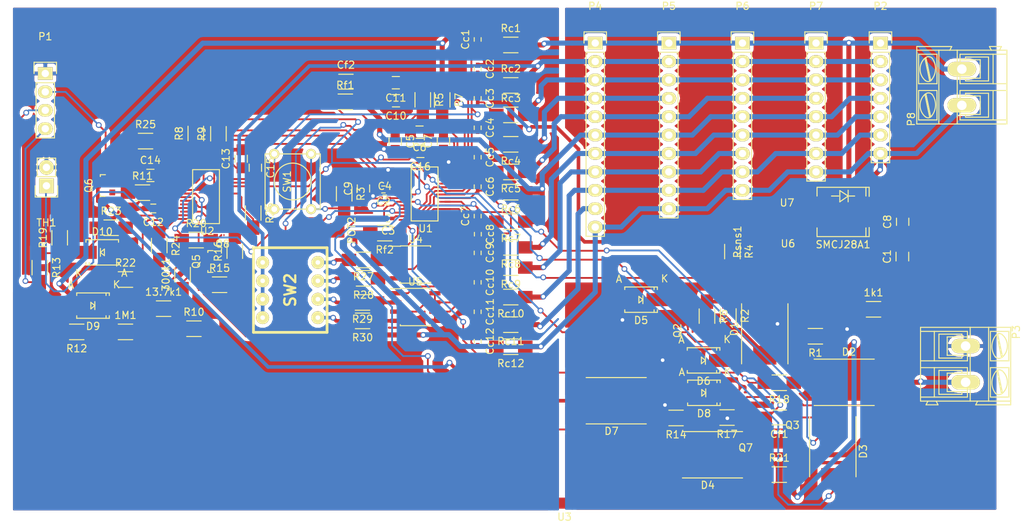
<source format=kicad_pcb>
(kicad_pcb (version 4) (host pcbnew 4.0.1-stable)
  (layers (0 F.Cu signal) (31 B.Cu signal) (34 B.Paste user) (35 F.Paste user) (36 B.SilkS user) (37 F.SilkS user) (38 B.Mask user) (39 F.Mask user) (44 Edge.Cuts user))
  (net 0 "")
  (net 1 GND)
  (net 2 "Net-(C2-Pad1)")
  (net 3 "Net-(C3-Pad1)")
  (net 4 /VC5X)
  (net 5 "Net-(C4-Pad2)")
  (net 6 /SRN)
  (net 7 /SRP)
  (net 8 "Net-(Cc1-Pad1)")
  (net 9 /VC1)
  (net 10 /VC2)
  (net 11 /VC3)
  (net 12 /VC4)
  (net 13 "Net-(Cc6-Pad2)")
  (net 14 "Net-(Cc7-Pad1)")
  (net 15 "Net-(Cc8-Pad2)")
  (net 16 /VC7)
  (net 17 /VC8)
  (net 18 /VC9)
  (net 19 "Net-(Cc12-Pad2)")
  (net 20 /BAT)
  (net 21 "Net-(D1-Pad2)")
  (net 22 "Net-(D1-Pad1)")
  (net 23 /SDA)
  (net 24 /SCL)
  (net 25 "Net-(P2-Pad3)")
  (net 26 /A)
  (net 27 "Net-(P2-Pad5)")
  (net 28 "Net-(P2-Pad6)")
  (net 29 "Net-(P4-Pad4)")
  (net 30 "Net-(P4-Pad5)")
  (net 31 "Net-(P4-Pad8)")
  (net 32 "Net-(P4-Pad10)")
  (net 33 "Net-(POT2-Pad1)")
  (net 34 "Net-(POT2-Pad3)")
  (net 35 "Net-(R3-Pad2)")
  (net 36 /BAT-)
  (net 37 /BAT+)
  (net 38 "Net-(1k1-Pad1)")
  (net 39 "Net-(1k1-Pad2)")
  (net 40 "Net-(1M1-Pad1)")
  (net 41 "Net-(13.7k1-Pad1)")
  (net 42 "Net-(13.7k1-Pad2)")
  (net 43 "Net-(300k1-Pad1)")
  (net 44 "Net-(C1-Pad2)")
  (net 45 "Net-(C9-Pad2)")
  (net 46 "Net-(C10-Pad1)")
  (net 47 "Net-(C11-Pad1)")
  (net 48 /REGOUT)
  (net 49 /ALERT)
  (net 50 "Net-(C15-Pad2)")
  (net 51 "Net-(D2-Pad1)")
  (net 52 "Net-(D6-Pad1)")
  (net 53 "Net-(D7-Pad2)")
  (net 54 "Net-(D7-Pad1)")
  (net 55 "Net-(D8-Pad1)")
  (net 56 "Net-(D10-Pad1)")
  (net 57 "Net-(P1-Pad3)")
  (net 58 "Net-(P1-Pad4)")
  (net 59 "Net-(Q2-Pad1)")
  (net 60 "Net-(Q5-Pad2)")
  (net 61 "Net-(Q6-Pad1)")
  (net 62 "Net-(Q8-Pad2)")
  (net 63 "Net-(Q8-Pad3)")
  (net 64 /PRE)
  (net 65 "Net-(R22-Pad2)")
  (net 66 "Net-(R23-Pad2)")
  (net 67 "Net-(R24-Pad1)")
  (net 68 "Net-(R26-Pad2)")
  (net 69 "Net-(U2-Pad1)")
  (net 70 "Net-(U2-Pad10)")
  (net 71 "Net-(U2-Pad15)")
  (net 72 "Net-(U2-Pad16)")
  (net 73 "Net-(U2-Pad17)")
  (net 74 "Net-(U2-Pad18)")
  (net 75 "Net-(U2-Pad19)")
  (net 76 "Net-(U2-Pad20)")
  (net 77 "Net-(U2-Pad29)")
  (net 78 "Net-(R27-Pad1)")
  (net 79 "Net-(R27-Pad2)")
  (net 80 "Net-(R28-Pad1)")
  (net 81 "Net-(R28-Pad2)")
  (net 82 "Net-(R29-Pad1)")
  (net 83 "Net-(R29-Pad2)")
  (net 84 "Net-(R30-Pad1)")
  (net 85 "Net-(R30-Pad2)")
  (net 86 /VC1BACK)
  (net 87 "Net-(R4-Pad2)")
  (module Diodes_SMD:DO-214AB (layer F.Cu) (at 184.9166 109.83016 90)
    (fp_text reference D1 (at 0 -4.2 90) (layer F.SilkS))
    (fp_text value D)
    (pad 2 smd rect (at 3.6 0 90) (size 2.6 3.2) (layers F.Cu F.Paste F.Mask) (net 21 "Net-(D1-Pad2)"))
    (pad 1 smd rect (at -3.6 0 90) (size 2.6 3.2) (layers F.Cu F.Paste F.Mask) (net 22 "Net-(D1-Pad1)"))
  )
  (module Diodes_SMD:DO-214AB (layer F.Cu) (at 196.53 117.18)
    (fp_text reference D2 (at 0 -4.2) (layer F.SilkS))
    (fp_text value D)
    (pad 2 smd rect (at 3.6 0) (size 2.6 3.2) (layers F.Cu F.Paste F.Mask) (net 37 /BAT+))
    (pad 1 smd rect (at -3.6 0) (size 2.6 3.2) (layers F.Cu F.Paste F.Mask) (net 51 "Net-(D2-Pad1)"))
  )
  (module Diodes_SMD:DO-214AB (layer F.Cu) (at 194.31 126.72 270)
    (fp_text reference D3 (at 0 -4.2 270) (layer F.SilkS))
    (fp_text value D)
    (pad 2 smd rect (at 3.6 0 270) (size 2.6 3.2) (layers F.Cu F.Paste F.Mask) (net 13 "Net-(Cc6-Pad2)"))
    (pad 1 smd rect (at -3.6 0 270) (size 2.6 3.2) (layers F.Cu F.Paste F.Mask) (net 4 /VC5X))
  )
  (module Pin_Headers:Pin_Header_Straight_1x07 (layer F.Cu) (at 200.88606 70.35292)
    (fp_text reference P2 (at 0 -5.1) (layer F.SilkS))
    (fp_text value CONN_01X07)
    (pad 1 thru_hole rect (at 0 0) (size 2.032 1.7272) (drill 1.016) (layers *.Cu *.Mask F.SilkS) (net 36 /BAT-))
    (pad 2 thru_hole oval (at 0 2.54) (size 2.032 1.7272) (drill 1.016) (layers *.Cu *.Mask F.SilkS) (net 86 /VC1BACK))
    (pad 3 thru_hole oval (at 0 5.08) (size 2.032 1.7272) (drill 1.016) (layers *.Cu *.Mask F.SilkS) (net 25 "Net-(P2-Pad3)"))
    (pad 4 thru_hole oval (at 0 7.62) (size 2.032 1.7272) (drill 1.016) (layers *.Cu *.Mask F.SilkS) (net 26 /A))
    (pad 5 thru_hole oval (at 0 10.16) (size 2.032 1.7272) (drill 1.016) (layers *.Cu *.Mask F.SilkS) (net 27 "Net-(P2-Pad5)"))
    (pad 6 thru_hole oval (at 0 12.7) (size 2.032 1.7272) (drill 1.016) (layers *.Cu *.Mask F.SilkS) (net 28 "Net-(P2-Pad6)"))
    (pad 7 thru_hole oval (at 0 15.24) (size 2.032 1.7272) (drill 1.016) (layers *.Cu *.Mask F.SilkS) (net 37 /BAT+))
  )
  (module Connect:AK300-2 (layer F.Cu) (at 212.64 112.17 270)
    (fp_text reference P3 (at -1.92 -6.985 270) (layer F.SilkS))
    (fp_text value CONN_01X02)
    (pad 1 thru_hole oval (at 0 0 270) (size 1.9812 3.9624) (drill 1.3208) (layers *.Cu F.Paste F.SilkS F.Mask) (net 1 GND))
    (pad 2 thru_hole oval (at 5 0 270) (size 1.9812 3.9624) (drill 1.3208) (layers *.Cu F.Paste F.SilkS F.Mask) (net 37 /BAT+))
  )
  (module Pin_Headers:Pin_Header_Straight_1x11 (layer F.Cu) (at 161.51606 70.35292)
    (fp_text reference P4 (at 0 -5.1) (layer F.SilkS))
    (fp_text value CONN_01X11)
    (pad 1 thru_hole rect (at 0 0) (size 2.032 1.7272) (drill 1.016) (layers *.Cu *.Mask F.SilkS) (net 36 /BAT-))
    (pad 2 thru_hole oval (at 0 2.54) (size 2.032 1.7272) (drill 1.016) (layers *.Cu *.Mask F.SilkS) (net 86 /VC1BACK))
    (pad 3 thru_hole oval (at 0 5.08) (size 2.032 1.7272) (drill 1.016) (layers *.Cu *.Mask F.SilkS) (net 25 "Net-(P2-Pad3)"))
    (pad 4 thru_hole oval (at 0 7.62) (size 2.032 1.7272) (drill 1.016) (layers *.Cu *.Mask F.SilkS) (net 29 "Net-(P4-Pad4)"))
    (pad 5 thru_hole oval (at 0 10.16) (size 2.032 1.7272) (drill 1.016) (layers *.Cu *.Mask F.SilkS) (net 30 "Net-(P4-Pad5)"))
    (pad 6 thru_hole oval (at 0 12.7) (size 2.032 1.7272) (drill 1.016) (layers *.Cu *.Mask F.SilkS) (net 26 /A))
    (pad 7 thru_hole oval (at 0 15.24) (size 2.032 1.7272) (drill 1.016) (layers *.Cu *.Mask F.SilkS) (net 27 "Net-(P2-Pad5)"))
    (pad 8 thru_hole oval (at 0 17.78) (size 2.032 1.7272) (drill 1.016) (layers *.Cu *.Mask F.SilkS) (net 31 "Net-(P4-Pad8)"))
    (pad 9 thru_hole oval (at 0 20.32) (size 2.032 1.7272) (drill 1.016) (layers *.Cu *.Mask F.SilkS) (net 28 "Net-(P2-Pad6)"))
    (pad 10 thru_hole oval (at 0 22.86) (size 2.032 1.7272) (drill 1.016) (layers *.Cu *.Mask F.SilkS) (net 32 "Net-(P4-Pad10)"))
    (pad 11 thru_hole oval (at 0 25.4) (size 2.032 1.7272) (drill 1.016) (layers *.Cu *.Mask F.SilkS) (net 37 /BAT+))
  )
  (module Pin_Headers:Pin_Header_Straight_1x10 (layer F.Cu) (at 171.67606 70.35292)
    (fp_text reference P5 (at 0 -5.1) (layer F.SilkS))
    (fp_text value CONN_01X10)
    (pad 1 thru_hole rect (at 0 0) (size 2.032 1.7272) (drill 1.016) (layers *.Cu *.Mask F.SilkS) (net 36 /BAT-))
    (pad 2 thru_hole oval (at 0 2.54) (size 2.032 1.7272) (drill 1.016) (layers *.Cu *.Mask F.SilkS) (net 86 /VC1BACK))
    (pad 3 thru_hole oval (at 0 5.08) (size 2.032 1.7272) (drill 1.016) (layers *.Cu *.Mask F.SilkS) (net 25 "Net-(P2-Pad3)"))
    (pad 4 thru_hole oval (at 0 7.62) (size 2.032 1.7272) (drill 1.016) (layers *.Cu *.Mask F.SilkS) (net 29 "Net-(P4-Pad4)"))
    (pad 5 thru_hole oval (at 0 10.16) (size 2.032 1.7272) (drill 1.016) (layers *.Cu *.Mask F.SilkS) (net 30 "Net-(P4-Pad5)"))
    (pad 6 thru_hole oval (at 0 12.7) (size 2.032 1.7272) (drill 1.016) (layers *.Cu *.Mask F.SilkS) (net 26 /A))
    (pad 7 thru_hole oval (at 0 15.24) (size 2.032 1.7272) (drill 1.016) (layers *.Cu *.Mask F.SilkS) (net 27 "Net-(P2-Pad5)"))
    (pad 8 thru_hole oval (at 0 17.78) (size 2.032 1.7272) (drill 1.016) (layers *.Cu *.Mask F.SilkS) (net 31 "Net-(P4-Pad8)"))
    (pad 9 thru_hole oval (at 0 20.32) (size 2.032 1.7272) (drill 1.016) (layers *.Cu *.Mask F.SilkS) (net 28 "Net-(P2-Pad6)"))
    (pad 10 thru_hole oval (at 0 22.86) (size 2.032 1.7272) (drill 1.016) (layers *.Cu *.Mask F.SilkS) (net 37 /BAT+))
  )
  (module Pin_Headers:Pin_Header_Straight_1x09 (layer F.Cu) (at 181.83606 70.35292)
    (fp_text reference P6 (at 0 -5.1) (layer F.SilkS))
    (fp_text value CONN_01X09)
    (pad 1 thru_hole rect (at 0 0) (size 2.032 1.7272) (drill 1.016) (layers *.Cu *.Mask F.SilkS) (net 36 /BAT-))
    (pad 2 thru_hole oval (at 0 2.54) (size 2.032 1.7272) (drill 1.016) (layers *.Cu *.Mask F.SilkS) (net 86 /VC1BACK))
    (pad 3 thru_hole oval (at 0 5.08) (size 2.032 1.7272) (drill 1.016) (layers *.Cu *.Mask F.SilkS) (net 25 "Net-(P2-Pad3)"))
    (pad 4 thru_hole oval (at 0 7.62) (size 2.032 1.7272) (drill 1.016) (layers *.Cu *.Mask F.SilkS) (net 30 "Net-(P4-Pad5)"))
    (pad 5 thru_hole oval (at 0 10.16) (size 2.032 1.7272) (drill 1.016) (layers *.Cu *.Mask F.SilkS) (net 26 /A))
    (pad 6 thru_hole oval (at 0 12.7) (size 2.032 1.7272) (drill 1.016) (layers *.Cu *.Mask F.SilkS) (net 27 "Net-(P2-Pad5)"))
    (pad 7 thru_hole oval (at 0 15.24) (size 2.032 1.7272) (drill 1.016) (layers *.Cu *.Mask F.SilkS) (net 31 "Net-(P4-Pad8)"))
    (pad 8 thru_hole oval (at 0 17.78) (size 2.032 1.7272) (drill 1.016) (layers *.Cu *.Mask F.SilkS) (net 28 "Net-(P2-Pad6)"))
    (pad 9 thru_hole oval (at 0 20.32) (size 2.032 1.7272) (drill 1.016) (layers *.Cu *.Mask F.SilkS) (net 37 /BAT+))
  )
  (module Pin_Headers:Pin_Header_Straight_1x08 (layer F.Cu) (at 191.99606 70.35292)
    (fp_text reference P7 (at 0 -5.1) (layer F.SilkS))
    (fp_text value CONN_01X08)
    (pad 1 thru_hole rect (at 0 0) (size 2.032 1.7272) (drill 1.016) (layers *.Cu *.Mask F.SilkS) (net 36 /BAT-))
    (pad 2 thru_hole oval (at 0 2.54) (size 2.032 1.7272) (drill 1.016) (layers *.Cu *.Mask F.SilkS) (net 86 /VC1BACK))
    (pad 3 thru_hole oval (at 0 5.08) (size 2.032 1.7272) (drill 1.016) (layers *.Cu *.Mask F.SilkS) (net 25 "Net-(P2-Pad3)"))
    (pad 4 thru_hole oval (at 0 7.62) (size 2.032 1.7272) (drill 1.016) (layers *.Cu *.Mask F.SilkS) (net 30 "Net-(P4-Pad5)"))
    (pad 5 thru_hole oval (at 0 10.16) (size 2.032 1.7272) (drill 1.016) (layers *.Cu *.Mask F.SilkS) (net 26 /A))
    (pad 6 thru_hole oval (at 0 12.7) (size 2.032 1.7272) (drill 1.016) (layers *.Cu *.Mask F.SilkS) (net 27 "Net-(P2-Pad5)"))
    (pad 7 thru_hole oval (at 0 15.24) (size 2.032 1.7272) (drill 1.016) (layers *.Cu *.Mask F.SilkS) (net 28 "Net-(P2-Pad6)"))
    (pad 8 thru_hole oval (at 0 17.78) (size 2.032 1.7272) (drill 1.016) (layers *.Cu *.Mask F.SilkS) (net 37 /BAT+))
  )
  (module BeagleCapePro:3314-4mmsquaretrimpot (layer F.Cu) (at 121.89 95.05 90)
    (fp_text reference POT2 (at -1.15 6 90) (layer F.SilkS))
    (fp_text value 10k)
    (pad 1 smd rect (at -2.3 0 90) (size 1.3 2) (layers F.Cu F.Paste F.Mask) (net 33 "Net-(POT2-Pad1)"))
    (pad 3 smd rect (at 0 0 90) (size 1.3 2) (layers F.Cu F.Paste F.Mask) (net 34 "Net-(POT2-Pad3)"))
    (pad 2 smd rect (at -1.15 4 90) (size 2 2) (layers F.Cu F.Paste F.Mask) (net 4 /VC5X))
  )
  (module Resistors_SMD:R_1206_HandSoldering (layer F.Cu) (at 191.9016 110.82076 180)
    (fp_text reference R1 (at 0 -2.3 180) (layer F.SilkS))
    (fp_text value 1M)
    (pad 1 smd rect (at -2 0 180) (size 2 1.7) (layers F.Cu F.Paste F.Mask) (net 1 GND))
    (pad 2 smd rect (at 2 0 180) (size 2 1.7) (layers F.Cu F.Paste F.Mask) (net 22 "Net-(D1-Pad1)"))
  )
  (module Resistors_SMD:R_1206_HandSoldering (layer F.Cu) (at 179.8874 108.01406 270)
    (fp_text reference R2 (at 0 -2.3 270) (layer F.SilkS))
    (fp_text value 1M)
    (pad 1 smd rect (at -2 0 270) (size 2 1.7) (layers F.Cu F.Paste F.Mask) (net 21 "Net-(D1-Pad2)"))
    (pad 2 smd rect (at 2 0 270) (size 2 1.7) (layers F.Cu F.Paste F.Mask) (net 22 "Net-(D1-Pad1)"))
  )
  (module Resistors_SMD:R_1206_HandSoldering (layer F.Cu) (at 126.86 91.16 270)
    (fp_text reference R3 (at 0 -2.3 270) (layer F.SilkS))
    (fp_text value 3.01)
    (pad 1 smd rect (at -2 0 270) (size 2 1.7) (layers F.Cu F.Paste F.Mask) (net 45 "Net-(C9-Pad2)"))
    (pad 2 smd rect (at 2 0 270) (size 2 1.7) (layers F.Cu F.Paste F.Mask) (net 35 "Net-(R3-Pad2)"))
  )
  (module Resistors_SMD:R_1206_HandSoldering (layer F.Cu) (at 180.45 99.13344 270)
    (fp_text reference R4 (at 0 -2.3 270) (layer F.SilkS))
    (fp_text value 1M)
    (pad 1 smd rect (at -2 0 270) (size 2 1.7) (layers F.Cu F.Paste F.Mask) (net 47 "Net-(C11-Pad1)"))
    (pad 2 smd rect (at 2 0 270) (size 2 1.7) (layers F.Cu F.Paste F.Mask) (net 87 "Net-(R4-Pad2)"))
  )
  (module Resistors_SMD:R_1206_HandSoldering (layer F.Cu) (at 137.70864 78.1812 270)
    (fp_text reference R5 (at 0 -2.3 270) (layer F.SilkS))
    (fp_text value 100)
    (pad 1 smd rect (at -2 0 270) (size 2 1.7) (layers F.Cu F.Paste F.Mask) (net 47 "Net-(C11-Pad1)"))
    (pad 2 smd rect (at 2 0 270) (size 2 1.7) (layers F.Cu F.Paste F.Mask) (net 6 /SRN))
  )
  (module Resistors_SMD:R_1206_HandSoldering (layer F.Cu) (at 140.39088 78.19644 270)
    (fp_text reference R7 (at 0 -2.3 270) (layer F.SilkS))
    (fp_text value 100)
    (pad 1 smd rect (at -2 0 270) (size 2 1.7) (layers F.Cu F.Paste F.Mask) (net 36 /BAT-))
    (pad 2 smd rect (at 2 0 270) (size 2 1.7) (layers F.Cu F.Paste F.Mask) (net 7 /SRP))
  )
  (module Resistors_SMD:R_1206_HandSoldering (layer F.Cu) (at 149.86 70.612)
    (fp_text reference Rc1 (at 0 -2.3) (layer F.SilkS))
    (fp_text value 1k)
    (pad 1 smd rect (at -2 0) (size 2 1.7) (layers F.Cu F.Paste F.Mask) (net 8 "Net-(Cc1-Pad1)"))
    (pad 2 smd rect (at 2 0) (size 2 1.7) (layers F.Cu F.Paste F.Mask) (net 36 /BAT-))
  )
  (module Resistors_SMD:R_1206_HandSoldering (layer F.Cu) (at 149.86 76.2)
    (fp_text reference Rc2 (at 0 -2.3) (layer F.SilkS))
    (fp_text value 1k)
    (pad 1 smd rect (at -2 0) (size 2 1.7) (layers F.Cu F.Paste F.Mask) (net 9 /VC1))
    (pad 2 smd rect (at 2 0) (size 2 1.7) (layers F.Cu F.Paste F.Mask) (net 86 /VC1BACK))
  )
  (module Resistors_SMD:R_1206_HandSoldering (layer F.Cu) (at 149.86 80.264)
    (fp_text reference Rc3 (at 0 -2.3) (layer F.SilkS))
    (fp_text value 1k)
    (pad 1 smd rect (at -2 0) (size 2 1.7) (layers F.Cu F.Paste F.Mask) (net 10 /VC2))
    (pad 2 smd rect (at 2 0) (size 2 1.7) (layers F.Cu F.Paste F.Mask) (net 25 "Net-(P2-Pad3)"))
  )
  (module Resistors_SMD:R_1206_HandSoldering (layer F.Cu) (at 149.86 84.328 180)
    (fp_text reference Rc4 (at 0 -2.3 180) (layer F.SilkS))
    (fp_text value 1k)
    (pad 1 smd rect (at -2 0 180) (size 2 1.7) (layers F.Cu F.Paste F.Mask) (net 29 "Net-(P4-Pad4)"))
    (pad 2 smd rect (at 2 0 180) (size 2 1.7) (layers F.Cu F.Paste F.Mask) (net 11 /VC3))
  )
  (module Resistors_SMD:R_1206_HandSoldering (layer F.Cu) (at 149.86 88.138 180)
    (fp_text reference Rc5 (at 0 -2.3 180) (layer F.SilkS))
    (fp_text value 1k)
    (pad 1 smd rect (at -2 0 180) (size 2 1.7) (layers F.Cu F.Paste F.Mask) (net 30 "Net-(P4-Pad5)"))
    (pad 2 smd rect (at 2 0 180) (size 2 1.7) (layers F.Cu F.Paste F.Mask) (net 12 /VC4))
  )
  (module Resistors_SMD:R_1206_HandSoldering (layer F.Cu) (at 149.86 90.932 180)
    (fp_text reference Rc6 (at 0 -2.3 180) (layer F.SilkS))
    (fp_text value 1k)
    (pad 1 smd rect (at -2 0 180) (size 2 1.7) (layers F.Cu F.Paste F.Mask) (net 26 /A))
    (pad 2 smd rect (at 2 0 180) (size 2 1.7) (layers F.Cu F.Paste F.Mask) (net 13 "Net-(Cc6-Pad2)"))
  )
  (module Resistors_SMD:R_1206_HandSoldering (layer F.Cu) (at 149.86 94.996 180)
    (fp_text reference Rc7 (at 0 -2.3 180) (layer F.SilkS))
    (fp_text value 1k)
    (pad 1 smd rect (at -2 0 180) (size 2 1.7) (layers F.Cu F.Paste F.Mask) (net 26 /A))
    (pad 2 smd rect (at 2 0 180) (size 2 1.7) (layers F.Cu F.Paste F.Mask) (net 14 "Net-(Cc7-Pad1)"))
  )
  (module Resistors_SMD:R_1206_HandSoldering (layer F.Cu) (at 149.86 98.552 180)
    (fp_text reference Rc8 (at 0 -2.3 180) (layer F.SilkS))
    (fp_text value 1k)
    (pad 1 smd rect (at -2 0 180) (size 2 1.7) (layers F.Cu F.Paste F.Mask) (net 27 "Net-(P2-Pad5)"))
    (pad 2 smd rect (at 2 0 180) (size 2 1.7) (layers F.Cu F.Paste F.Mask) (net 15 "Net-(Cc8-Pad2)"))
  )
  (module Resistors_SMD:R_1206_HandSoldering (layer F.Cu) (at 149.86 101.346 180)
    (fp_text reference Rc9 (at 0 -2.3 180) (layer F.SilkS))
    (fp_text value 1k)
    (pad 1 smd rect (at -2 0 180) (size 2 1.7) (layers F.Cu F.Paste F.Mask) (net 31 "Net-(P4-Pad8)"))
    (pad 2 smd rect (at 2 0 180) (size 2 1.7) (layers F.Cu F.Paste F.Mask) (net 16 /VC7))
  )
  (module Resistors_SMD:R_1206_HandSoldering (layer F.Cu) (at 149.86 105.41 180)
    (fp_text reference Rc10 (at 0 -2.3 180) (layer F.SilkS))
    (fp_text value 1k)
    (pad 1 smd rect (at -2 0 180) (size 2 1.7) (layers F.Cu F.Paste F.Mask) (net 28 "Net-(P2-Pad6)"))
    (pad 2 smd rect (at 2 0 180) (size 2 1.7) (layers F.Cu F.Paste F.Mask) (net 17 /VC8))
  )
  (module Resistors_SMD:R_1206_HandSoldering (layer F.Cu) (at 149.86 109.22 180)
    (fp_text reference Rc11 (at 0 -2.3 180) (layer F.SilkS))
    (fp_text value 1k)
    (pad 1 smd rect (at -2 0 180) (size 2 1.7) (layers F.Cu F.Paste F.Mask) (net 32 "Net-(P4-Pad10)"))
    (pad 2 smd rect (at 2 0 180) (size 2 1.7) (layers F.Cu F.Paste F.Mask) (net 18 /VC9))
  )
  (module Resistors_SMD:R_1206_HandSoldering (layer F.Cu) (at 149.86 112.268 180)
    (fp_text reference Rc12 (at 0 -2.3 180) (layer F.SilkS))
    (fp_text value 1k)
    (pad 1 smd rect (at -2 0 180) (size 2 1.7) (layers F.Cu F.Paste F.Mask) (net 37 /BAT+))
    (pad 2 smd rect (at 2 0 180) (size 2 1.7) (layers F.Cu F.Paste F.Mask) (net 19 "Net-(Cc12-Pad2)"))
  )
  (module Resistors_SMD:R_1206_HandSoldering (layer F.Cu) (at 127.02 78.46)
    (fp_text reference Rf1 (at 0 -2.3) (layer F.SilkS))
    (fp_text value 100)
    (pad 1 smd rect (at -2 0) (size 2 1.7) (layers F.Cu F.Paste F.Mask) (net 4 /VC5X))
    (pad 2 smd rect (at 2 0) (size 2 1.7) (layers F.Cu F.Paste F.Mask) (net 26 /A))
  )
  (module Resistors_SMD:R_1206_HandSoldering (layer F.Cu) (at 132.46 96.58 180)
    (fp_text reference Rf2 (at 0 -2.3 180) (layer F.SilkS))
    (fp_text value 100)
    (pad 1 smd rect (at -2 0 180) (size 2 1.7) (layers F.Cu F.Paste F.Mask) (net 20 /BAT))
    (pad 2 smd rect (at 2 0 180) (size 2 1.7) (layers F.Cu F.Paste F.Mask) (net 37 /BAT+))
  )
  (module BeagleCapePro:7146_SMD_POWER_RESISTOR (layer F.Cu) (at 184.97248 100.33056 270)
    (fp_text reference Rsns1 (at -2.54 3.81 270) (layer F.SilkS))
    (fp_text value R)
    (pad 1 smd rect (at -4.11 0 270) (size 3.5 5.1) (layers F.Cu F.Paste F.Mask) (net 36 /BAT-))
    (pad 2 smd rect (at 0 0 270) (size 3.5 5.1) (layers F.Cu F.Paste F.Mask) (net 47 "Net-(C11-Pad1)"))
  )
  (module Buttons_Switches_ThroughHole:SW_PUSH_SMALL (layer F.Cu) (at 119.75 89.46 90)
    (fp_text reference SW1 (at 0 -0.762 90) (layer F.SilkS))
    (fp_text value SW_PUSH)
    (pad 1 thru_hole circle (at 3.81 -2.54 90) (size 1.397 1.397) (drill 0.8128) (layers *.Cu *.Mask F.SilkS) (net 9 /VC1))
    (pad 2 thru_hole circle (at 3.81 2.54 90) (size 1.397 1.397) (drill 0.8128) (layers *.Cu *.Mask F.SilkS) (net 35 "Net-(R3-Pad2)"))
    (pad 1 thru_hole circle (at -3.81 -2.54 90) (size 1.397 1.397) (drill 0.8128) (layers *.Cu *.Mask F.SilkS) (net 9 /VC1))
    (pad 2 thru_hole circle (at -3.81 2.54 90) (size 1.397 1.397) (drill 0.8128) (layers *.Cu *.Mask F.SilkS) (net 35 "Net-(R3-Pad2)"))
  )
  (module BeagleCapePro:TSSOP30-7.8mmx4.4mm (layer F.Cu) (at 137.9601 103.4034)
    (fp_text reference U1 (at 0.15 -7.45) (layer F.SilkS))
    (fp_text value BQ76930)
    (pad 1 smd rect (at -2.8 -15.65) (size 1.55 0.25) (layers F.Cu F.Paste F.Mask) (net 87 "Net-(R4-Pad2)"))
    (pad 2 smd rect (at -2.8 -15.15) (size 1.55 0.25) (layers F.Cu F.Paste F.Mask) (net 52 "Net-(D6-Pad1)"))
    (pad 3 smd rect (at -2.8 -14.65) (size 1.55 0.25) (layers F.Cu F.Paste F.Mask) (net 1 GND))
    (pad 4 smd rect (at -2.8 -14.15) (size 1.55 0.25) (layers F.Cu F.Paste F.Mask) (net 23 /SDA))
    (pad 5 smd rect (at -2.8 -13.65) (size 1.55 0.25) (layers F.Cu F.Paste F.Mask) (net 24 /SCL))
    (pad 6 smd rect (at -2.8 -13.15) (size 1.55 0.25) (layers F.Cu F.Paste F.Mask) (net 45 "Net-(C9-Pad2)"))
    (pad 7 smd rect (at -2.8 -12.65) (size 1.55 0.25) (layers F.Cu F.Paste F.Mask) (net 2 "Net-(C2-Pad1)"))
    (pad 8 smd rect (at -2.8 -12.15) (size 1.55 0.25) (layers F.Cu F.Paste F.Mask) (net 48 /REGOUT))
    (pad 9 smd rect (at -2.8 -11.65) (size 1.55 0.25) (layers F.Cu F.Paste F.Mask) (net 5 "Net-(C4-Pad2)"))
    (pad 10 smd rect (at -2.8 -11.15) (size 1.55 0.25) (layers F.Cu F.Paste F.Mask) (net 4 /VC5X))
    (pad 11 smd rect (at -2.8 -10.65) (size 1.55 0.25) (layers F.Cu F.Paste F.Mask) (net 3 "Net-(C3-Pad1)"))
    (pad 12 smd rect (at -2.8 -10.15) (size 1.55 0.25) (layers F.Cu F.Paste F.Mask) (net 3 "Net-(C3-Pad1)"))
    (pad 13 smd rect (at -2.8 -9.65) (size 1.55 0.25) (layers F.Cu F.Paste F.Mask) (net 34 "Net-(POT2-Pad3)"))
    (pad 14 smd rect (at -2.8 -9.15) (size 1.55 0.25) (layers F.Cu F.Paste F.Mask) (net 3 "Net-(C3-Pad1)"))
    (pad 15 smd rect (at -2.8 -8.65) (size 1.55 0.25) (layers F.Cu F.Paste F.Mask) (net 20 /BAT))
    (pad 16 smd rect (at 2.8 -8.65) (size 1.55 0.25) (layers F.Cu F.Paste F.Mask) (net 19 "Net-(Cc12-Pad2)"))
    (pad 17 smd rect (at 2.8 -9.15) (size 1.55 0.25) (layers F.Cu F.Paste F.Mask) (net 18 /VC9))
    (pad 18 smd rect (at 2.8 -9.65) (size 1.55 0.25) (layers F.Cu F.Paste F.Mask) (net 17 /VC8))
    (pad 19 smd rect (at 2.8 -10.15) (size 1.55 0.25) (layers F.Cu F.Paste F.Mask) (net 16 /VC7))
    (pad 20 smd rect (at 2.8 -10.65) (size 1.55 0.25) (layers F.Cu F.Paste F.Mask) (net 15 "Net-(Cc8-Pad2)"))
    (pad 21 smd rect (at 2.8 -11.15) (size 1.55 0.25) (layers F.Cu F.Paste F.Mask) (net 14 "Net-(Cc7-Pad1)"))
    (pad 22 smd rect (at 2.8 -11.65) (size 1.55 0.25) (layers F.Cu F.Paste F.Mask) (net 13 "Net-(Cc6-Pad2)"))
    (pad 23 smd rect (at 2.8 -12.15) (size 1.55 0.25) (layers F.Cu F.Paste F.Mask) (net 12 /VC4))
    (pad 24 smd rect (at 2.8 -12.65) (size 1.55 0.25) (layers F.Cu F.Paste F.Mask) (net 11 /VC3))
    (pad 25 smd rect (at 2.8 -13.15) (size 1.55 0.25) (layers F.Cu F.Paste F.Mask) (net 10 /VC2))
    (pad 26 smd rect (at 2.8 -13.65) (size 1.55 0.25) (layers F.Cu F.Paste F.Mask) (net 9 /VC1))
    (pad 27 smd rect (at 2.8 -14.15) (size 1.55 0.25) (layers F.Cu F.Paste F.Mask) (net 8 "Net-(Cc1-Pad1)"))
    (pad 28 smd rect (at 2.8 -14.65) (size 1.55 0.25) (layers F.Cu F.Paste F.Mask) (net 7 /SRP))
    (pad 29 smd rect (at 2.8 -15.15) (size 1.55 0.25) (layers F.Cu F.Paste F.Mask) (net 6 /SRN))
    (pad 30 smd rect (at 2.8 -15.65) (size 1.55 0.25) (layers F.Cu F.Paste F.Mask) (net 49 /ALERT))
  )
  (module Connect:AK300-2 (layer F.Cu) (at 212.12 78.94 90)
    (fp_text reference P8 (at -1.92 -6.985 90) (layer F.SilkS))
    (fp_text value CONN_01X02)
    (pad 1 thru_hole oval (at 0 0 90) (size 1.9812 3.9624) (drill 1.3208) (layers *.Cu F.Paste F.SilkS F.Mask) (net 37 /BAT+))
    (pad 2 thru_hole oval (at 5 0 90) (size 1.9812 3.9624) (drill 1.3208) (layers *.Cu F.Paste F.SilkS F.Mask) (net 36 /BAT-))
  )
  (module dips-s:DIPS-DS04 (layer F.Cu) (at 119.41556 104.43972 270)
    (fp_text reference SW2 (at 0 0 270) (layer F.SilkS) (effects (font (thickness 0.3048))))
    (fp_text value COMBINATIONS hide)
    (pad 1 thru_hole circle (at -3.81 3.81 270) (size 1.778 1.778) (drill 0.635) (layers *.Cu *.Mask F.SilkS) (net 86 /VC1BACK))
    (pad 2 thru_hole circle (at -1.27 3.81 270) (size 1.778 1.778) (drill 0.635) (layers *.Cu *.Mask F.SilkS) (net 86 /VC1BACK))
    (pad 3 thru_hole circle (at 1.27 3.81 270) (size 1.778 1.778) (drill 0.635) (layers *.Cu *.Mask F.SilkS) (net 86 /VC1BACK))
    (pad 4 thru_hole circle (at 3.81 3.81 270) (size 1.778 1.778) (drill 0.635) (layers *.Cu *.Mask F.SilkS) (net 86 /VC1BACK))
    (pad 5 thru_hole circle (at 3.81 -3.81 270) (size 1.778 1.778) (drill 0.635) (layers *.Cu *.Mask F.SilkS) (net 85 "Net-(R30-Pad2)"))
    (pad 6 thru_hole circle (at 1.27 -3.81 270) (size 1.778 1.778) (drill 0.635) (layers *.Cu *.Mask F.SilkS) (net 83 "Net-(R29-Pad2)"))
    (pad 7 thru_hole circle (at -1.27 -3.81 270) (size 1.778 1.778) (drill 0.635) (layers *.Cu *.Mask F.SilkS) (net 81 "Net-(R28-Pad2)"))
    (pad 8 thru_hole circle (at -3.81 -3.81 270) (size 1.778 1.778) (drill 0.635) (layers *.Cu *.Mask F.SilkS) (net 79 "Net-(R27-Pad2)"))
  )
  (module Capacitors_SMD:C_0402 (layer F.Cu) (at 132.28 90.56 180)
    (fp_text reference C2 (at 0 -1.7 180) (layer F.SilkS))
    (fp_text value 1uF)
    (pad 1 smd rect (at -0.55 0 180) (size 0.6 0.5) (layers F.Cu F.Paste F.Mask) (net 2 "Net-(C2-Pad1)"))
    (pad 2 smd rect (at 0.55 0 180) (size 0.6 0.5) (layers F.Cu F.Paste F.Mask) (net 1 GND))
  )
  (module Capacitors_SMD:C_0402 (layer F.Cu) (at 132.92 94.56 180)
    (fp_text reference C3 (at 0 -1.7 180) (layer F.SilkS))
    (fp_text value 1uF)
    (pad 1 smd rect (at -0.55 0 180) (size 0.6 0.5) (layers F.Cu F.Paste F.Mask) (net 3 "Net-(C3-Pad1)"))
    (pad 2 smd rect (at 0.55 0 180) (size 0.6 0.5) (layers F.Cu F.Paste F.Mask) (net 4 /VC5X))
  )
  (module Capacitors_SMD:C_0402 (layer F.Cu) (at 132.46 91.81)
    (fp_text reference C4 (at 0 -1.7) (layer F.SilkS))
    (fp_text value 1uF)
    (pad 1 smd rect (at -0.55 0) (size 0.6 0.5) (layers F.Cu F.Paste F.Mask) (net 1 GND))
    (pad 2 smd rect (at 0.55 0) (size 0.6 0.5) (layers F.Cu F.Paste F.Mask) (net 5 "Net-(C4-Pad2)"))
  )
  (module Capacitors_SMD:C_0805_HandSoldering (layer F.Cu) (at 133.90118 83.91652 270)
    (fp_text reference C5 (at 0 -2.1 270) (layer F.SilkS))
    (fp_text value 0.1uF)
    (pad 1 smd rect (at -1.25 0 270) (size 1.5 1.25) (layers F.Cu F.Paste F.Mask) (net 6 /SRN))
    (pad 2 smd rect (at 1.25 0 270) (size 1.5 1.25) (layers F.Cu F.Paste F.Mask) (net 1 GND))
  )
  (module Capacitors_SMD:C_0805_HandSoldering (layer F.Cu) (at 137.2616 82.64906 180)
    (fp_text reference C6 (at 0 -2.1 180) (layer F.SilkS))
    (fp_text value 0.1uF)
    (pad 1 smd rect (at -1.25 0 180) (size 1.5 1.25) (layers F.Cu F.Paste F.Mask) (net 7 /SRP))
    (pad 2 smd rect (at 1.25 0 180) (size 1.5 1.25) (layers F.Cu F.Paste F.Mask) (net 6 /SRN))
  )
  (module Capacitors_SMD:C_0805_HandSoldering (layer F.Cu) (at 140.5636 83.89366 90)
    (fp_text reference C7 (at 0 -2.1 90) (layer F.SilkS))
    (fp_text value 0.1uF)
    (pad 1 smd rect (at -1.25 0 90) (size 1.5 1.25) (layers F.Cu F.Paste F.Mask) (net 1 GND))
    (pad 2 smd rect (at 1.25 0 90) (size 1.5 1.25) (layers F.Cu F.Paste F.Mask) (net 7 /SRP))
  )
  (module Capacitors_SMD:C_0402 (layer F.Cu) (at 145.288 69.85 90)
    (fp_text reference Cc1 (at 0 -1.7 90) (layer F.SilkS))
    (fp_text value 1uF)
    (pad 1 smd rect (at -0.55 0 90) (size 0.6 0.5) (layers F.Cu F.Paste F.Mask) (net 8 "Net-(Cc1-Pad1)"))
    (pad 2 smd rect (at 0.55 0 90) (size 0.6 0.5) (layers F.Cu F.Paste F.Mask) (net 1 GND))
  )
  (module Capacitors_SMD:C_0402 (layer F.Cu) (at 145.288 73.914 270)
    (fp_text reference Cc2 (at 0 -1.7 270) (layer F.SilkS))
    (fp_text value 1uF)
    (pad 1 smd rect (at -0.55 0 270) (size 0.6 0.5) (layers F.Cu F.Paste F.Mask) (net 1 GND))
    (pad 2 smd rect (at 0.55 0 270) (size 0.6 0.5) (layers F.Cu F.Paste F.Mask) (net 9 /VC1))
  )
  (module Capacitors_SMD:C_0402 (layer F.Cu) (at 145.288 77.978 270)
    (fp_text reference Cc3 (at 0 -1.7 270) (layer F.SilkS))
    (fp_text value 1uF)
    (pad 1 smd rect (at -0.55 0 270) (size 0.6 0.5) (layers F.Cu F.Paste F.Mask) (net 9 /VC1))
    (pad 2 smd rect (at 0.55 0 270) (size 0.6 0.5) (layers F.Cu F.Paste F.Mask) (net 10 /VC2))
  )
  (module Capacitors_SMD:C_0402 (layer F.Cu) (at 145.288 82.042 270)
    (fp_text reference Cc4 (at 0 -1.7 270) (layer F.SilkS))
    (fp_text value 1uF)
    (pad 1 smd rect (at -0.55 0 270) (size 0.6 0.5) (layers F.Cu F.Paste F.Mask) (net 10 /VC2))
    (pad 2 smd rect (at 0.55 0 270) (size 0.6 0.5) (layers F.Cu F.Paste F.Mask) (net 11 /VC3))
  )
  (module Capacitors_SMD:C_0402 (layer F.Cu) (at 145.288 86.106 270)
    (fp_text reference Cc5 (at 0 -1.7 270) (layer F.SilkS))
    (fp_text value 1uF)
    (pad 1 smd rect (at -0.55 0 270) (size 0.6 0.5) (layers F.Cu F.Paste F.Mask) (net 11 /VC3))
    (pad 2 smd rect (at 0.55 0 270) (size 0.6 0.5) (layers F.Cu F.Paste F.Mask) (net 12 /VC4))
  )
  (module Capacitors_SMD:C_0402 (layer F.Cu) (at 145.288 90.17 270)
    (fp_text reference Cc6 (at 0 -1.7 270) (layer F.SilkS))
    (fp_text value 1uF)
    (pad 1 smd rect (at -0.55 0 270) (size 0.6 0.5) (layers F.Cu F.Paste F.Mask) (net 12 /VC4))
    (pad 2 smd rect (at 0.55 0 270) (size 0.6 0.5) (layers F.Cu F.Paste F.Mask) (net 13 "Net-(Cc6-Pad2)"))
  )
  (module Capacitors_SMD:C_0402 (layer F.Cu) (at 145.288 94.234 90)
    (fp_text reference Cc7 (at 0 -1.7 90) (layer F.SilkS))
    (fp_text value 1uF)
    (pad 1 smd rect (at -0.55 0 90) (size 0.6 0.5) (layers F.Cu F.Paste F.Mask) (net 14 "Net-(Cc7-Pad1)"))
    (pad 2 smd rect (at 0.55 0 90) (size 0.6 0.5) (layers F.Cu F.Paste F.Mask) (net 4 /VC5X))
  )
  (module Capacitors_SMD:C_0402 (layer F.Cu) (at 145.31 96.73 270)
    (fp_text reference Cc8 (at 0 -1.7 270) (layer F.SilkS))
    (fp_text value 1uF)
    (pad 1 smd rect (at -0.55 0 270) (size 0.6 0.5) (layers F.Cu F.Paste F.Mask) (net 4 /VC5X))
    (pad 2 smd rect (at 0.55 0 270) (size 0.6 0.5) (layers F.Cu F.Paste F.Mask) (net 15 "Net-(Cc8-Pad2)"))
  )
  (module Capacitors_SMD:C_0402 (layer F.Cu) (at 145.288 99.314 270)
    (fp_text reference Cc9 (at 0 -1.7 270) (layer F.SilkS))
    (fp_text value 1uF)
    (pad 1 smd rect (at -0.55 0 270) (size 0.6 0.5) (layers F.Cu F.Paste F.Mask) (net 15 "Net-(Cc8-Pad2)"))
    (pad 2 smd rect (at 0.55 0 270) (size 0.6 0.5) (layers F.Cu F.Paste F.Mask) (net 16 /VC7))
  )
  (module Capacitors_SMD:C_0402 (layer F.Cu) (at 145.288 103.378 270)
    (fp_text reference Cc10 (at 0 -1.7 270) (layer F.SilkS))
    (fp_text value 1uF)
    (pad 1 smd rect (at -0.55 0 270) (size 0.6 0.5) (layers F.Cu F.Paste F.Mask) (net 16 /VC7))
    (pad 2 smd rect (at 0.55 0 270) (size 0.6 0.5) (layers F.Cu F.Paste F.Mask) (net 17 /VC8))
  )
  (module Capacitors_SMD:C_0402 (layer F.Cu) (at 145.288 107.442 270)
    (fp_text reference Cc11 (at 0 -1.7 270) (layer F.SilkS))
    (fp_text value 1uF)
    (pad 1 smd rect (at -0.55 0 270) (size 0.6 0.5) (layers F.Cu F.Paste F.Mask) (net 17 /VC8))
    (pad 2 smd rect (at 0.55 0 270) (size 0.6 0.5) (layers F.Cu F.Paste F.Mask) (net 18 /VC9))
  )
  (module Capacitors_SMD:C_0402 (layer F.Cu) (at 145.288 111.506 270)
    (fp_text reference Cc12 (at 0 -1.7 270) (layer F.SilkS))
    (fp_text value 1uF)
    (pad 1 smd rect (at -0.55 0 270) (size 0.6 0.5) (layers F.Cu F.Paste F.Mask) (net 18 /VC9))
    (pad 2 smd rect (at 0.55 0 270) (size 0.6 0.5) (layers F.Cu F.Paste F.Mask) (net 19 "Net-(Cc12-Pad2)"))
  )
  (module Capacitors_SMD:C_1206_HandSoldering (layer F.Cu) (at 186.92 122.03 180)
    (fp_text reference Cf1 (at 0 -2.3 180) (layer F.SilkS))
    (fp_text value 10uF)
    (pad 1 smd rect (at -2 0 180) (size 2 1.6) (layers F.Cu F.Paste F.Mask) (net 4 /VC5X))
    (pad 2 smd rect (at 2 0 180) (size 2 1.6) (layers F.Cu F.Paste F.Mask) (net 20 /BAT))
  )
  (module Capacitors_SMD:C_1206_HandSoldering (layer F.Cu) (at 127.1 75.68)
    (fp_text reference Cf2 (at 0 -2.3) (layer F.SilkS))
    (fp_text value 10uF)
    (pad 1 smd rect (at -2 0) (size 2 1.6) (layers F.Cu F.Paste F.Mask) (net 4 /VC5X))
    (pad 2 smd rect (at 2 0) (size 2 1.6) (layers F.Cu F.Paste F.Mask) (net 1 GND))
  )
  (module Resistors_SMD:R_1206_HandSoldering (layer F.Cu) (at 199.93 107.1)
    (fp_text reference 1k1 (at 0 -2.3) (layer F.SilkS))
    (fp_text value R)
    (pad 1 smd rect (at -2 0) (size 2 1.7) (layers F.Cu F.Paste F.Mask) (net 38 "Net-(1k1-Pad1)"))
    (pad 2 smd rect (at 2 0) (size 2 1.7) (layers F.Cu F.Paste F.Mask) (net 39 "Net-(1k1-Pad2)"))
  )
  (module Resistors_SMD:R_1206_HandSoldering (layer F.Cu) (at 96.67 110.22)
    (fp_text reference 1M1 (at 0 -2.3) (layer F.SilkS))
    (fp_text value R)
    (pad 1 smd rect (at -2 0) (size 2 1.7) (layers F.Cu F.Paste F.Mask) (net 40 "Net-(1M1-Pad1)"))
    (pad 2 smd rect (at 2 0) (size 2 1.7) (layers F.Cu F.Paste F.Mask) (net 1 GND))
  )
  (module Resistors_SMD:R_1206_HandSoldering (layer F.Cu) (at 101.93 107.01)
    (fp_text reference 13.7k1 (at 0 -2.3) (layer F.SilkS))
    (fp_text value 13k)
    (pad 1 smd rect (at -2 0) (size 2 1.7) (layers F.Cu F.Paste F.Mask) (net 41 "Net-(13.7k1-Pad1)"))
    (pad 2 smd rect (at 2 0) (size 2 1.7) (layers F.Cu F.Paste F.Mask) (net 42 "Net-(13.7k1-Pad2)"))
  )
  (module Resistors_SMD:R_1206_HandSoldering (layer F.Cu) (at 104.55 102.32 90)
    (fp_text reference 300k1 (at 0 -2.3 90) (layer F.SilkS))
    (fp_text value R)
    (pad 1 smd rect (at -2 0 90) (size 2 1.7) (layers F.Cu F.Paste F.Mask) (net 43 "Net-(300k1-Pad1)"))
    (pad 2 smd rect (at 2 0 90) (size 2 1.7) (layers F.Cu F.Paste F.Mask) (net 41 "Net-(13.7k1-Pad1)"))
  )
  (module Resistors_SMD:R_0805_HandSoldering (layer F.Cu) (at 203.91 99.82 90)
    (fp_text reference C1 (at 0 -2.1 90) (layer F.SilkS))
    (fp_text value 0.1uF)
    (pad 1 smd rect (at -1.35 0 90) (size 1.5 1.3) (layers F.Cu F.Paste F.Mask) (net 1 GND))
    (pad 2 smd rect (at 1.35 0 90) (size 1.5 1.3) (layers F.Cu F.Paste F.Mask) (net 44 "Net-(C1-Pad2)"))
  )
  (module Capacitors_SMD:C_0805_HandSoldering (layer F.Cu) (at 203.95 95.02 90)
    (fp_text reference C8 (at 0 -2.1 90) (layer F.SilkS))
    (fp_text value 0.1uF)
    (pad 1 smd rect (at -1.25 0 90) (size 1.5 1.25) (layers F.Cu F.Paste F.Mask) (net 44 "Net-(C1-Pad2)"))
    (pad 2 smd rect (at 1.25 0 90) (size 1.5 1.25) (layers F.Cu F.Paste F.Mask) (net 37 /BAT+))
  )
  (module Capacitors_SMD:C_0805_HandSoldering (layer F.Cu) (at 129.52 90.42 90)
    (fp_text reference C9 (at 0 -2.1 90) (layer F.SilkS))
    (fp_text value 4700pF)
    (pad 1 smd rect (at -1.25 0 90) (size 1.5 1.25) (layers F.Cu F.Paste F.Mask) (net 1 GND))
    (pad 2 smd rect (at 1.25 0 90) (size 1.5 1.25) (layers F.Cu F.Paste F.Mask) (net 45 "Net-(C9-Pad2)"))
  )
  (module Capacitors_SMD:C_0805_HandSoldering (layer F.Cu) (at 134.01 78.31 180)
    (fp_text reference C10 (at 0 -2.1 180) (layer F.SilkS))
    (fp_text value 0.1uF)
    (pad 1 smd rect (at -1.25 0 180) (size 1.5 1.25) (layers F.Cu F.Paste F.Mask) (net 46 "Net-(C10-Pad1)"))
    (pad 2 smd rect (at 1.25 0 180) (size 1.5 1.25) (layers F.Cu F.Paste F.Mask) (net 1 GND))
  )
  (module Capacitors_SMD:C_0805_HandSoldering (layer F.Cu) (at 133.99 75.82 180)
    (fp_text reference C11 (at 0 -2.1 180) (layer F.SilkS))
    (fp_text value 0.1uF)
    (pad 1 smd rect (at -1.25 0 180) (size 1.5 1.25) (layers F.Cu F.Paste F.Mask) (net 47 "Net-(C11-Pad1)"))
    (pad 2 smd rect (at 1.25 0 180) (size 1.5 1.25) (layers F.Cu F.Paste F.Mask) (net 46 "Net-(C10-Pad1)"))
  )
  (module Capacitors_SMD:C_0805_HandSoldering (layer F.Cu) (at 112.64 86.32 90)
    (fp_text reference C13 (at 0 -2.1 90) (layer F.SilkS))
    (fp_text value 4.7uF)
    (pad 1 smd rect (at -1.25 0 90) (size 1.5 1.25) (layers F.Cu F.Paste F.Mask) (net 48 /REGOUT))
    (pad 2 smd rect (at 1.25 0 90) (size 1.5 1.25) (layers F.Cu F.Paste F.Mask) (net 1 GND))
  )
  (module Capacitors_SMD:C_0805_HandSoldering (layer F.Cu) (at 100.11 88.62)
    (fp_text reference C14 (at 0 -2.1) (layer F.SilkS))
    (fp_text value 470pF)
    (pad 1 smd rect (at -1.25 0) (size 1.5 1.25) (layers F.Cu F.Paste F.Mask) (net 1 GND))
    (pad 2 smd rect (at 1.25 0) (size 1.5 1.25) (layers F.Cu F.Paste F.Mask) (net 49 /ALERT))
  )
  (module Capacitors_SMD:C_0805_HandSoldering (layer F.Cu) (at 114.6 87.56 270)
    (fp_text reference C15 (at 0 -2.1 270) (layer F.SilkS))
    (fp_text value 0.1uF)
    (pad 1 smd rect (at -1.25 0 270) (size 1.5 1.25) (layers F.Cu F.Paste F.Mask) (net 1 GND))
    (pad 2 smd rect (at 1.25 0 270) (size 1.5 1.25) (layers F.Cu F.Paste F.Mask) (net 50 "Net-(C15-Pad2)"))
  )
  (module Capacitors_SMD:C_0805_HandSoldering (layer F.Cu) (at 137.38 85.3 180)
    (fp_text reference C16 (at 0 -2.1 180) (layer F.SilkS))
    (fp_text value 0.1uF)
    (pad 1 smd rect (at -1.25 0 180) (size 1.5 1.25) (layers F.Cu F.Paste F.Mask) (net 1 GND))
    (pad 2 smd rect (at 1.25 0 180) (size 1.5 1.25) (layers F.Cu F.Paste F.Mask) (net 48 /REGOUT))
  )
  (module Diodes_SMD:DO-214AB (layer F.Cu) (at 177.05 127.18 180)
    (fp_text reference D4 (at 0 -4.2 180) (layer F.SilkS))
    (fp_text value D)
    (pad 2 smd rect (at 3.6 0 180) (size 2.6 3.2) (layers F.Cu F.Paste F.Mask) (net 1 GND))
    (pad 1 smd rect (at -3.6 0 180) (size 2.6 3.2) (layers F.Cu F.Paste F.Mask) (net 37 /BAT+))
  )
  (module Diodes_SMD:SMA_Handsoldering (layer F.Cu) (at 167.84 105.77 180)
    (fp_text reference D5 (at 0 -2.85 180) (layer F.SilkS))
    (fp_text value ZENER)
    (fp_text user K (at -3.25 2.9 180) (layer F.SilkS))
    (fp_text user A (at 3.05 2.85 180) (layer F.SilkS))
    (pad 1 smd rect (at -2.49936 0 180) (size 3.50012 1.80086) (layers F.Cu F.Paste F.Mask) (net 22 "Net-(D1-Pad1)"))
    (pad 2 smd rect (at 2.49936 0 180) (size 3.50012 1.80086) (layers F.Cu F.Paste F.Mask) (net 1 GND))
  )
  (module Diodes_SMD:SMA_Handsoldering (layer F.Cu) (at 176.47 114.15344 180)
    (fp_text reference D6 (at 0 -2.85 180) (layer F.SilkS))
    (fp_text value "ZENER 18V")
    (fp_text user K (at -3.25 2.9 180) (layer F.SilkS))
    (fp_text user A (at 3.05 2.85 180) (layer F.SilkS))
    (pad 1 smd rect (at -2.49936 0 180) (size 3.50012 1.80086) (layers F.Cu F.Paste F.Mask) (net 52 "Net-(D6-Pad1)"))
    (pad 2 smd rect (at 2.49936 0 180) (size 3.50012 1.80086) (layers F.Cu F.Paste F.Mask) (net 1 GND))
  )
  (module Diodes_SMD:DO-214AB (layer F.Cu) (at 163.76 119.72 180)
    (fp_text reference D7 (at 0 -4.2 180) (layer F.SilkS))
    (fp_text value D)
    (pad 2 smd rect (at 3.6 0 180) (size 2.6 3.2) (layers F.Cu F.Paste F.Mask) (net 53 "Net-(D7-Pad2)"))
    (pad 1 smd rect (at -3.6 0 180) (size 2.6 3.2) (layers F.Cu F.Paste F.Mask) (net 54 "Net-(D7-Pad1)"))
  )
  (module Diodes_SMD:SMA_Handsoldering (layer F.Cu) (at 176.52 118.63 180)
    (fp_text reference D8 (at 0 -2.85 180) (layer F.SilkS))
    (fp_text value ZENER)
    (fp_text user K (at -3.25 2.9 180) (layer F.SilkS))
    (fp_text user A (at 3.05 2.85 180) (layer F.SilkS))
    (pad 1 smd rect (at -2.49936 0 180) (size 3.50012 1.80086) (layers F.Cu F.Paste F.Mask) (net 55 "Net-(D8-Pad1)"))
    (pad 2 smd rect (at 2.49936 0 180) (size 3.50012 1.80086) (layers F.Cu F.Paste F.Mask) (net 1 GND))
  )
  (module Diodes_SMD:SMA_Handsoldering (layer F.Cu) (at 92.19 106.59 180)
    (fp_text reference D9 (at 0 -2.85 180) (layer F.SilkS))
    (fp_text value "ZENER 5.6")
    (fp_text user K (at -3.25 2.9 180) (layer F.SilkS))
    (fp_text user A (at 3.05 2.85 180) (layer F.SilkS))
    (pad 1 smd rect (at -2.49936 0 180) (size 3.50012 1.80086) (layers F.Cu F.Paste F.Mask) (net 40 "Net-(1M1-Pad1)"))
    (pad 2 smd rect (at 2.49936 0 180) (size 3.50012 1.80086) (layers F.Cu F.Paste F.Mask) (net 36 /BAT-))
  )
  (module Diodes_SMD:SMA_Handsoldering (layer F.Cu) (at 93.46 99.24)
    (fp_text reference D10 (at 0 -2.85) (layer F.SilkS))
    (fp_text value "ZENER 5.6")
    (fp_text user K (at -3.25 2.9) (layer F.SilkS))
    (fp_text user A (at 3.05 2.85) (layer F.SilkS))
    (pad 1 smd rect (at -2.49936 0) (size 3.50012 1.80086) (layers F.Cu F.Paste F.Mask) (net 56 "Net-(D10-Pad1)"))
    (pad 2 smd rect (at 2.49936 0) (size 3.50012 1.80086) (layers F.Cu F.Paste F.Mask) (net 36 /BAT-))
  )
  (module Pin_Headers:Pin_Header_Straight_1x04 (layer F.Cu) (at 85.6 74.55)
    (fp_text reference P1 (at 0 -5.1) (layer F.SilkS))
    (fp_text value CONN_01X04)
    (pad 1 thru_hole rect (at 0 0) (size 2.032 1.7272) (drill 1.016) (layers *.Cu *.Mask F.SilkS) (net 1 GND))
    (pad 2 thru_hole oval (at 0 2.54) (size 2.032 1.7272) (drill 1.016) (layers *.Cu *.Mask F.SilkS) (net 49 /ALERT))
    (pad 3 thru_hole oval (at 0 5.08) (size 2.032 1.7272) (drill 1.016) (layers *.Cu *.Mask F.SilkS) (net 57 "Net-(P1-Pad3)"))
    (pad 4 thru_hole oval (at 0 7.62) (size 2.032 1.7272) (drill 1.016) (layers *.Cu *.Mask F.SilkS) (net 58 "Net-(P1-Pad4)"))
  )
  (module BeagleCapePro:CSD17381F4T (layer F.Cu) (at 173.66 110.09344 270)
    (fp_text reference Q2 (at -0.0508 0.7874 270) (layer F.SilkS))
    (fp_text value Q_PMOS_DGS)
    (pad 1 smd rect (at 0 -1.3 270) (size 0.51 0.26) (layers F.Cu F.Paste F.Mask) (net 59 "Net-(Q2-Pad1)"))
    (pad 2 smd rect (at -0.175 -0.65 270) (size 0.16 0.26) (layers F.Cu F.Paste F.Mask) (net 1 GND))
    (pad 3 smd rect (at 0.175 -0.65 270) (size 0.16 0.26) (layers F.Cu F.Paste F.Mask) (net 52 "Net-(D6-Pad1)"))
  )
  (module TO_SOT_Packages_SMD:SOT-23 (layer F.Cu) (at 108.69 100.5 90)
    (fp_text reference Q5 (at 0 -2.25 90) (layer F.SilkS))
    (fp_text value BSS84-7-F)
    (pad 1 smd rect (at -0.95 1.00076 90) (size 0.8001 0.8001) (layers F.Cu F.Paste F.Mask) (net 43 "Net-(300k1-Pad1)"))
    (pad 2 smd rect (at 0.95 1.00076 90) (size 0.8001 0.8001) (layers F.Cu F.Paste F.Mask) (net 60 "Net-(Q5-Pad2)"))
    (pad 3 smd rect (at 0 -0.99822 90) (size 0.8001 0.8001) (layers F.Cu F.Paste F.Mask) (net 37 /BAT+))
  )
  (module TO_SOT_Packages_SMD:SOT-23 (layer F.Cu) (at 93.85 90.02 90)
    (fp_text reference Q6 (at 0 -2.25 90) (layer F.SilkS))
    (fp_text value MMBT3906)
    (pad 1 smd rect (at -0.95 1.00076 90) (size 0.8001 0.8001) (layers F.Cu F.Paste F.Mask) (net 61 "Net-(Q6-Pad1)"))
    (pad 2 smd rect (at 0.95 1.00076 90) (size 0.8001 0.8001) (layers F.Cu F.Paste F.Mask) (net 48 /REGOUT))
    (pad 3 smd rect (at 0 -0.99822 90) (size 0.8001 0.8001) (layers F.Cu F.Paste F.Mask) (net 53 "Net-(D7-Pad2)"))
  )
  (module BeagleCapePro:CSD17381F4T (layer F.Cu) (at 182.28 119.86)
    (fp_text reference Q7 (at 0 6.35) (layer F.SilkS))
    (fp_text value CSD17381FA)
    (pad 1 smd rect (at 0 -1.3) (size 0.51 0.26) (layers F.Cu F.Paste F.Mask) (net 1 GND))
    (pad 2 smd rect (at -0.175 -0.65) (size 0.16 0.26) (layers F.Cu F.Paste F.Mask) (net 55 "Net-(D8-Pad1)"))
    (pad 3 smd rect (at 0.175 -0.65) (size 0.16 0.26) (layers F.Cu F.Paste F.Mask) (net 39 "Net-(1k1-Pad2)"))
  )
  (module BeagleCapePro:CSD17381F4T (layer F.Cu) (at 110.09 97.51)
    (fp_text reference Q8 (at -0.01524 0.5588) (layer F.SilkS))
    (fp_text value Q_NMOS_SGD)
    (pad 1 smd rect (at 0 -1.3) (size 0.51 0.26) (layers F.Cu F.Paste F.Mask) (net 1 GND))
    (pad 2 smd rect (at -0.175 -0.65) (size 0.16 0.26) (layers F.Cu F.Paste F.Mask) (net 62 "Net-(Q8-Pad2)"))
    (pad 3 smd rect (at 0.175 -0.65) (size 0.16 0.26) (layers F.Cu F.Paste F.Mask) (net 63 "Net-(Q8-Pad3)"))
  )
  (module Resistors_SMD:R_1206_HandSoldering (layer F.Cu) (at 176.94 108.04344 270)
    (fp_text reference R6 (at 0 -2.3 270) (layer F.SilkS))
    (fp_text value 1k)
    (pad 1 smd rect (at -2 0 270) (size 2 1.7) (layers F.Cu F.Paste F.Mask) (net 21 "Net-(D1-Pad2)"))
    (pad 2 smd rect (at 2 0 270) (size 2 1.7) (layers F.Cu F.Paste F.Mask) (net 59 "Net-(Q2-Pad1)"))
  )
  (module Resistors_SMD:R_1206_HandSoldering (layer F.Cu) (at 106.38 82.83 90)
    (fp_text reference R8 (at 0 -2.3 90) (layer F.SilkS))
    (fp_text value 10k)
    (pad 1 smd rect (at -2 0 90) (size 2 1.7) (layers F.Cu F.Paste F.Mask) (net 23 /SDA))
    (pad 2 smd rect (at 2 0 90) (size 2 1.7) (layers F.Cu F.Paste F.Mask) (net 48 /REGOUT))
  )
  (module Resistors_SMD:R_1206_HandSoldering (layer F.Cu) (at 109.5 82.87 90)
    (fp_text reference R9 (at 0 -2.3 90) (layer F.SilkS))
    (fp_text value 10k)
    (pad 1 smd rect (at -2 0 90) (size 2 1.7) (layers F.Cu F.Paste F.Mask) (net 24 /SCL))
    (pad 2 smd rect (at 2 0 90) (size 2 1.7) (layers F.Cu F.Paste F.Mask) (net 48 /REGOUT))
  )
  (module Resistors_SMD:R_1206_HandSoldering (layer F.Cu) (at 106.12 109.78)
    (fp_text reference R10 (at 0 -2.3) (layer F.SilkS))
    (fp_text value 750)
    (pad 1 smd rect (at -2 0) (size 2 1.7) (layers F.Cu F.Paste F.Mask) (net 42 "Net-(13.7k1-Pad2)"))
    (pad 2 smd rect (at 2 0) (size 2 1.7) (layers F.Cu F.Paste F.Mask) (net 1 GND))
  )
  (module Resistors_SMD:R_1206_HandSoldering (layer F.Cu) (at 99.02 91)
    (fp_text reference R11 (at 0 -2.3) (layer F.SilkS))
    (fp_text value 10k)
    (pad 1 smd rect (at -2 0) (size 2 1.7) (layers F.Cu F.Paste F.Mask) (net 61 "Net-(Q6-Pad1)"))
    (pad 2 smd rect (at 2 0) (size 2 1.7) (layers F.Cu F.Paste F.Mask) (net 64 /PRE))
  )
  (module Resistors_SMD:R_1206_HandSoldering (layer F.Cu) (at 89.94 110.22 180)
    (fp_text reference R12 (at 0 -2.3 180) (layer F.SilkS))
    (fp_text value 100)
    (pad 1 smd rect (at -2 0 180) (size 2 1.7) (layers F.Cu F.Paste F.Mask) (net 40 "Net-(1M1-Pad1)"))
    (pad 2 smd rect (at 2 0 180) (size 2 1.7) (layers F.Cu F.Paste F.Mask) (net 57 "Net-(P1-Pad3)"))
  )
  (module Resistors_SMD:R_1206_HandSoldering (layer F.Cu) (at 84.85 101.35 270)
    (fp_text reference R13 (at 0 -2.3 270) (layer F.SilkS))
    (fp_text value 100)
    (pad 1 smd rect (at -2 0 270) (size 2 1.7) (layers F.Cu F.Paste F.Mask) (net 56 "Net-(D10-Pad1)"))
    (pad 2 smd rect (at 2 0 270) (size 2 1.7) (layers F.Cu F.Paste F.Mask) (net 58 "Net-(P1-Pad4)"))
  )
  (module Resistors_SMD:R_1206_HandSoldering (layer F.Cu) (at 172.67 122.1 180)
    (fp_text reference R14 (at 0 -2.3 180) (layer F.SilkS))
    (fp_text value 10k)
    (pad 1 smd rect (at -2 0 180) (size 2 1.7) (layers F.Cu F.Paste F.Mask) (net 55 "Net-(D8-Pad1)"))
    (pad 2 smd rect (at 2 0 180) (size 2 1.7) (layers F.Cu F.Paste F.Mask) (net 54 "Net-(D7-Pad1)"))
  )
  (module Resistors_SMD:R_1206_HandSoldering (layer F.Cu) (at 109.66 103.71)
    (fp_text reference R15 (at 0 -2.3) (layer F.SilkS))
    (fp_text value 100k)
    (pad 1 smd rect (at -2 0) (size 2 1.7) (layers F.Cu F.Paste F.Mask) (net 37 /BAT+))
    (pad 2 smd rect (at 2 0) (size 2 1.7) (layers F.Cu F.Paste F.Mask) (net 60 "Net-(Q5-Pad2)"))
  )
  (module Resistors_SMD:R_1206_HandSoldering (layer F.Cu) (at 111.76 99.08 90)
    (fp_text reference R16 (at 0 -2.3 90) (layer F.SilkS))
    (fp_text value 100k)
    (pad 1 smd rect (at -2 0 90) (size 2 1.7) (layers F.Cu F.Paste F.Mask) (net 60 "Net-(Q5-Pad2)"))
    (pad 2 smd rect (at 2 0 90) (size 2 1.7) (layers F.Cu F.Paste F.Mask) (net 63 "Net-(Q8-Pad3)"))
  )
  (module Resistors_SMD:R_1206_HandSoldering (layer F.Cu) (at 179.71 122.04 180)
    (fp_text reference R17 (at 0 -2.3 180) (layer F.SilkS))
    (fp_text value R)
    (pad 1 smd rect (at -2 0 180) (size 2 1.7) (layers F.Cu F.Paste F.Mask) (net 1 GND))
    (pad 2 smd rect (at 2 0 180) (size 2 1.7) (layers F.Cu F.Paste F.Mask) (net 55 "Net-(D8-Pad1)"))
  )
  (module Resistors_SMD:R_1206_HandSoldering (layer F.Cu) (at 186.92 117.24 180)
    (fp_text reference R18 (at 0 -2.3 180) (layer F.SilkS))
    (fp_text value 100)
    (pad 1 smd rect (at -2 0 180) (size 2 1.7) (layers F.Cu F.Paste F.Mask) (net 51 "Net-(D2-Pad1)"))
    (pad 2 smd rect (at 2 0 180) (size 2 1.7) (layers F.Cu F.Paste F.Mask) (net 20 /BAT))
  )
  (module Resistors_SMD:R_1206_HandSoldering (layer F.Cu) (at 87.59 97.23 90)
    (fp_text reference R19 (at 0 -2.3 90) (layer F.SilkS))
    (fp_text value 1M)
    (pad 1 smd rect (at -2 0 90) (size 2 1.7) (layers F.Cu F.Paste F.Mask) (net 56 "Net-(D10-Pad1)"))
    (pad 2 smd rect (at 2 0 90) (size 2 1.7) (layers F.Cu F.Paste F.Mask) (net 1 GND))
  )
  (module Resistors_SMD:R_1206_HandSoldering (layer F.Cu) (at 106.43 97.54)
    (fp_text reference R20 (at 0 -2.3) (layer F.SilkS))
    (fp_text value 1M)
    (pad 1 smd rect (at -2 0) (size 2 1.7) (layers F.Cu F.Paste F.Mask) (net 48 /REGOUT))
    (pad 2 smd rect (at 2 0) (size 2 1.7) (layers F.Cu F.Paste F.Mask) (net 62 "Net-(Q8-Pad2)"))
  )
  (module Resistors_SMD:R_1206_HandSoldering (layer F.Cu) (at 186.92 129.92)
    (fp_text reference R21 (at 0 -2.3) (layer F.SilkS))
    (fp_text value 10k)
    (pad 1 smd rect (at -2 0) (size 2 1.7) (layers F.Cu F.Paste F.Mask) (net 37 /BAT+))
    (pad 2 smd rect (at 2 0) (size 2 1.7) (layers F.Cu F.Paste F.Mask) (net 51 "Net-(D2-Pad1)"))
  )
  (module Resistors_SMD:R_1206_HandSoldering (layer F.Cu) (at 96.67 102.99)
    (fp_text reference R22 (at 0 -2.3) (layer F.SilkS))
    (fp_text value 100)
    (pad 1 smd rect (at -2 0) (size 2 1.7) (layers F.Cu F.Paste F.Mask) (net 40 "Net-(1M1-Pad1)"))
    (pad 2 smd rect (at 2 0) (size 2 1.7) (layers F.Cu F.Paste F.Mask) (net 65 "Net-(R22-Pad2)"))
  )
  (module Resistors_SMD:R_1206_HandSoldering (layer F.Cu) (at 94.69 95.84)
    (fp_text reference R23 (at 0 -2.3) (layer F.SilkS))
    (fp_text value 100)
    (pad 1 smd rect (at -2 0) (size 2 1.7) (layers F.Cu F.Paste F.Mask) (net 56 "Net-(D10-Pad1)"))
    (pad 2 smd rect (at 2 0) (size 2 1.7) (layers F.Cu F.Paste F.Mask) (net 66 "Net-(R23-Pad2)"))
  )
  (module Resistors_SMD:R_1206_HandSoldering (layer F.Cu) (at 101.33 98.3 270)
    (fp_text reference R24 (at 0 -2.3 270) (layer F.SilkS))
    (fp_text value 221k)
    (pad 1 smd rect (at -2 0 270) (size 2 1.7) (layers F.Cu F.Paste F.Mask) (net 67 "Net-(R24-Pad1)"))
    (pad 2 smd rect (at 2 0 270) (size 2 1.7) (layers F.Cu F.Paste F.Mask) (net 48 /REGOUT))
  )
  (module Resistors_SMD:R_1206_HandSoldering (layer F.Cu) (at 99.44 83.88)
    (fp_text reference R25 (at 0 -2.3) (layer F.SilkS))
    (fp_text value 499k)
    (pad 1 smd rect (at -2 0) (size 2 1.7) (layers F.Cu F.Paste F.Mask) (net 1 GND))
    (pad 2 smd rect (at 2 0) (size 2 1.7) (layers F.Cu F.Paste F.Mask) (net 49 /ALERT))
  )
  (module Resistors_SMD:R_1206_HandSoldering (layer F.Cu) (at 114.3 93.82 270)
    (fp_text reference R26 (at 0 -2.3 270) (layer F.SilkS))
    (fp_text value 100k)
    (pad 1 smd rect (at -2 0 270) (size 2 1.7) (layers F.Cu F.Paste F.Mask) (net 48 /REGOUT))
    (pad 2 smd rect (at 2 0 270) (size 2 1.7) (layers F.Cu F.Paste F.Mask) (net 68 "Net-(R26-Pad2)"))
  )
  (module Diodes_SMD:SMC_Handsoldering (layer F.Cu) (at 195.73 93.66344 180)
    (fp_text reference SMCJ28A1 (at 0 -4.5 180) (layer F.SilkS))
    (fp_text value 28V)
    (pad 1 smd rect (at -4.39928 0 270) (size 3.29946 4.50088) (layers F.Cu F.Paste F.Mask) (net 37 /BAT+))
    (pad 2 smd rect (at 4.39928 0 270) (size 3.29946 4.49834) (layers F.Cu F.Paste F.Mask) (net 36 /BAT-))
  )
  (module Pin_Headers:Pin_Header_Straight_1x02 (layer F.Cu) (at 85.76 90.05 180)
    (fp_text reference TH1 (at 0 -5.1 180) (layer F.SilkS))
    (fp_text value "THERMISTOR 10k")
    (pad 1 thru_hole rect (at 0 0 180) (size 2.032 2.032) (drill 1.016) (layers *.Cu *.Mask F.SilkS) (net 45 "Net-(C9-Pad2)"))
    (pad 2 thru_hole oval (at 0 2.54 180) (size 2.032 2.032) (drill 1.016) (layers *.Cu *.Mask F.SilkS) (net 1 GND))
  )
  (module BeagleCapePro:TSSOP30-7.8mmx4.4mm (layer F.Cu) (at 107.79 103.77)
    (fp_text reference U2 (at 0.15 -7.45) (layer F.SilkS))
    (fp_text value BQ78350-R1)
    (pad 1 smd rect (at -2.8 -15.65) (size 1.55 0.25) (layers F.Cu F.Paste F.Mask) (net 69 "Net-(U2-Pad1)"))
    (pad 2 smd rect (at -2.8 -15.15) (size 1.55 0.25) (layers F.Cu F.Paste F.Mask) (net 49 /ALERT))
    (pad 3 smd rect (at -2.8 -14.65) (size 1.55 0.25) (layers F.Cu F.Paste F.Mask) (net 23 /SDA))
    (pad 4 smd rect (at -2.8 -14.15) (size 1.55 0.25) (layers F.Cu F.Paste F.Mask) (net 24 /SCL))
    (pad 5 smd rect (at -2.8 -13.65) (size 1.55 0.25) (layers F.Cu F.Paste F.Mask) (net 64 /PRE))
    (pad 6 smd rect (at -2.8 -13.15) (size 1.55 0.25) (layers F.Cu F.Paste F.Mask) (net 1 GND))
    (pad 7 smd rect (at -2.8 -12.65) (size 1.55 0.25) (layers F.Cu F.Paste F.Mask) (net 41 "Net-(13.7k1-Pad1)"))
    (pad 8 smd rect (at -2.8 -12.15) (size 1.55 0.25) (layers F.Cu F.Paste F.Mask) (net 1 GND))
    (pad 9 smd rect (at -2.8 -11.65) (size 1.55 0.25) (layers F.Cu F.Paste F.Mask) (net 1 GND))
    (pad 10 smd rect (at -2.8 -11.15) (size 1.55 0.25) (layers F.Cu F.Paste F.Mask) (net 70 "Net-(U2-Pad10)"))
    (pad 11 smd rect (at -2.8 -10.65) (size 1.55 0.25) (layers F.Cu F.Paste F.Mask) (net 66 "Net-(R23-Pad2)"))
    (pad 12 smd rect (at -2.8 -10.15) (size 1.55 0.25) (layers F.Cu F.Paste F.Mask) (net 62 "Net-(Q8-Pad2)"))
    (pad 13 smd rect (at -2.8 -9.65) (size 1.55 0.25) (layers F.Cu F.Paste F.Mask) (net 65 "Net-(R22-Pad2)"))
    (pad 14 smd rect (at -2.8 -9.15) (size 1.55 0.25) (layers F.Cu F.Paste F.Mask) (net 67 "Net-(R24-Pad1)"))
    (pad 15 smd rect (at -2.8 -8.65) (size 1.55 0.25) (layers F.Cu F.Paste F.Mask) (net 71 "Net-(U2-Pad15)"))
    (pad 16 smd rect (at 2.8 -8.65) (size 1.55 0.25) (layers F.Cu F.Paste F.Mask) (net 72 "Net-(U2-Pad16)"))
    (pad 17 smd rect (at 2.8 -9.15) (size 1.55 0.25) (layers F.Cu F.Paste F.Mask) (net 73 "Net-(U2-Pad17)"))
    (pad 18 smd rect (at 2.8 -9.65) (size 1.55 0.25) (layers F.Cu F.Paste F.Mask) (net 74 "Net-(U2-Pad18)"))
    (pad 19 smd rect (at 2.8 -10.15) (size 1.55 0.25) (layers F.Cu F.Paste F.Mask) (net 75 "Net-(U2-Pad19)"))
    (pad 20 smd rect (at 2.8 -10.65) (size 1.55 0.25) (layers F.Cu F.Paste F.Mask) (net 76 "Net-(U2-Pad20)"))
    (pad 21 smd rect (at 2.8 -11.15) (size 1.55 0.25) (layers F.Cu F.Paste F.Mask) (net 1 GND))
    (pad 22 smd rect (at 2.8 -11.65) (size 1.55 0.25) (layers F.Cu F.Paste F.Mask) (net 1 GND))
    (pad 23 smd rect (at 2.8 -12.15) (size 1.55 0.25) (layers F.Cu F.Paste F.Mask) (net 1 GND))
    (pad 24 smd rect (at 2.8 -12.65) (size 1.55 0.25) (layers F.Cu F.Paste F.Mask) (net 68 "Net-(R26-Pad2)"))
    (pad 25 smd rect (at 2.8 -13.15) (size 1.55 0.25) (layers F.Cu F.Paste F.Mask) (net 1 GND))
    (pad 26 smd rect (at 2.8 -13.65) (size 1.55 0.25) (layers F.Cu F.Paste F.Mask) (net 48 /REGOUT))
    (pad 27 smd rect (at 2.8 -14.15) (size 1.55 0.25) (layers F.Cu F.Paste F.Mask) (net 50 "Net-(C15-Pad2)"))
    (pad 28 smd rect (at 2.8 -14.65) (size 1.55 0.25) (layers F.Cu F.Paste F.Mask) (net 1 GND))
    (pad 29 smd rect (at 2.8 -15.15) (size 1.55 0.25) (layers F.Cu F.Paste F.Mask) (net 77 "Net-(U2-Pad29)"))
    (pad 30 smd rect (at 2.8 -15.65) (size 1.55 0.25) (layers F.Cu F.Paste F.Mask) (net 1 GND))
  )
  (module BeagleCapePro:NET-TIE (layer F.Cu) (at 157.27 133.86)
    (fp_text reference U3 (at 0 1.905) (layer F.SilkS))
    (fp_text value NET-TIE)
    (fp_line (start -1.27 0) (end 0.635 0) (layer F.Cu) (width 1.524))
    (pad 1 smd circle (at -1.27 0) (size 1.524 1.524) (layers F.Cu) (net 1 GND))
    (pad 2 smd circle (at 0.635 0) (size 1.524 1.524) (layers F.Cu) (net 1 GND))
  )
  (module Resistors_SMD:R_1206_HandSoldering (layer F.Cu) (at 129.51714 100.28682 180)
    (fp_text reference R27 (at 0 -2.3 180) (layer F.SilkS))
    (fp_text value 10k)
    (pad 1 smd rect (at -2 0 180) (size 2 1.7) (layers F.Cu F.Paste F.Mask) (net 78 "Net-(R27-Pad1)"))
    (pad 2 smd rect (at 2 0 180) (size 2 1.7) (layers F.Cu F.Paste F.Mask) (net 79 "Net-(R27-Pad2)"))
  )
  (module Resistors_SMD:R_1206_HandSoldering (layer F.Cu) (at 129.52476 102.82428 180)
    (fp_text reference R28 (at 0 -2.3 180) (layer F.SilkS))
    (fp_text value 10k)
    (pad 1 smd rect (at -2 0 180) (size 2 1.7) (layers F.Cu F.Paste F.Mask) (net 80 "Net-(R28-Pad1)"))
    (pad 2 smd rect (at 2 0 180) (size 2 1.7) (layers F.Cu F.Paste F.Mask) (net 81 "Net-(R28-Pad2)"))
  )
  (module Resistors_SMD:R_1206_HandSoldering (layer F.Cu) (at 129.3876 106.15422 180)
    (fp_text reference R29 (at 0 -2.3 180) (layer F.SilkS))
    (fp_text value 10k)
    (pad 1 smd rect (at -2 0 180) (size 2 1.7) (layers F.Cu F.Paste F.Mask) (net 82 "Net-(R29-Pad1)"))
    (pad 2 smd rect (at 2 0 180) (size 2 1.7) (layers F.Cu F.Paste F.Mask) (net 83 "Net-(R29-Pad2)"))
  )
  (module Resistors_SMD:R_1206_HandSoldering (layer F.Cu) (at 129.39522 108.6993 180)
    (fp_text reference R30 (at 0 -2.3 180) (layer F.SilkS))
    (fp_text value 10k)
    (pad 1 smd rect (at -2 0 180) (size 2 1.7) (layers F.Cu F.Paste F.Mask) (net 84 "Net-(R30-Pad1)"))
    (pad 2 smd rect (at 2 0 180) (size 2 1.7) (layers F.Cu F.Paste F.Mask) (net 85 "Net-(R30-Pad2)"))
  )
  (module Housings_SOIC:SOIC-8_3.9x4.9mm_Pitch1.27mm (layer F.Cu) (at 136.71042 100.91928)
    (fp_text reference U4 (at 0 -3.5) (layer F.SilkS))
    (fp_text value IRF7910PBF)
    (pad 1 smd rect (at -2.7 -1.905) (size 1.55 0.6) (layers F.Cu F.Paste F.Mask) (net 10 /VC2))
    (pad 2 smd rect (at -2.7 -0.635) (size 1.55 0.6) (layers F.Cu F.Paste F.Mask) (net 78 "Net-(R27-Pad1)"))
    (pad 3 smd rect (at -2.7 0.635) (size 1.55 0.6) (layers F.Cu F.Paste F.Mask) (net 11 /VC3))
    (pad 4 smd rect (at -2.7 1.905) (size 1.55 0.6) (layers F.Cu F.Paste F.Mask) (net 80 "Net-(R28-Pad1)"))
    (pad 5 smd rect (at 2.7 1.905) (size 1.55 0.6) (layers F.Cu F.Paste F.Mask) (net 12 /VC4))
    (pad 6 smd rect (at 2.7 0.635) (size 1.55 0.6) (layers F.Cu F.Paste F.Mask) (net 12 /VC4))
    (pad 7 smd rect (at 2.7 -0.635) (size 1.55 0.6) (layers F.Cu F.Paste F.Mask) (net 11 /VC3))
    (pad 8 smd rect (at 2.7 -1.905) (size 1.55 0.6) (layers F.Cu F.Paste F.Mask) (net 11 /VC3))
  )
  (module Housings_SOIC:SOIC-8_3.9x4.9mm_Pitch1.27mm (layer F.Cu) (at 136.68248 106.78668)
    (fp_text reference U5 (at 0 -3.5) (layer F.SilkS))
    (fp_text value IRF7910PBF)
    (pad 1 smd rect (at -2.7 -1.905) (size 1.55 0.6) (layers F.Cu F.Paste F.Mask) (net 16 /VC7))
    (pad 2 smd rect (at -2.7 -0.635) (size 1.55 0.6) (layers F.Cu F.Paste F.Mask) (net 82 "Net-(R29-Pad1)"))
    (pad 3 smd rect (at -2.7 0.635) (size 1.55 0.6) (layers F.Cu F.Paste F.Mask) (net 17 /VC8))
    (pad 4 smd rect (at -2.7 1.905) (size 1.55 0.6) (layers F.Cu F.Paste F.Mask) (net 84 "Net-(R30-Pad1)"))
    (pad 5 smd rect (at 2.7 1.905) (size 1.55 0.6) (layers F.Cu F.Paste F.Mask) (net 18 /VC9))
    (pad 6 smd rect (at 2.7 0.635) (size 1.55 0.6) (layers F.Cu F.Paste F.Mask) (net 18 /VC9))
    (pad 7 smd rect (at 2.7 -0.635) (size 1.55 0.6) (layers F.Cu F.Paste F.Mask) (net 17 /VC8))
    (pad 8 smd rect (at 2.7 -1.905) (size 1.55 0.6) (layers F.Cu F.Paste F.Mask) (net 17 /VC8))
  )
  (module BeagleCapePro:CSD17381F4T (layer F.Cu) (at 188.76 123.47 180)
    (fp_text reference Q3 (at 0.0254 0.37846 180) (layer F.SilkS))
    (fp_text value Q_PMOS_DGS)
    (pad 1 smd rect (at 0 -1.3 180) (size 0.51 0.26) (layers F.Cu F.Paste F.Mask) (net 37 /BAT+) (clearance 0.1))
    (pad 2 smd rect (at -0.175 -0.65 180) (size 0.16 0.26) (layers F.Cu F.Paste F.Mask) (net 4 /VC5X))
    (pad 3 smd rect (at 0.175 -0.65 180) (size 0.16 0.26) (layers F.Cu F.Paste F.Mask) (net 5 "Net-(C4-Pad2)"))
  )
  (module BeagleCapePro:CSD1756 (layer F.Cu) (at 188.117 104.5368 180)
    (fp_text reference U6 (at 0 6.5 180) (layer F.SilkS))
    (fp_text value CSD17506q5a)
    (pad 1 smd rect (at -1.09 -0.06) (size 0.63 0.65) (layers F.Cu F.Paste F.Mask) (net 1 GND))
    (pad 2 smd rect (at -1.09 -1.33) (size 0.63 0.65) (layers F.Cu F.Paste F.Mask) (net 1 GND))
    (pad 3 smd rect (at -1.09 -2.6) (size 0.63 0.65) (layers F.Cu F.Paste F.Mask) (net 1 GND))
    (pad 4 smd rect (at -1.09 -3.87) (size 0.63 0.65) (layers F.Cu F.Paste F.Mask) (net 22 "Net-(D1-Pad1)"))
    (pad 5 smd rect (at -6.595 -0.06) (size 0.63 0.65) (layers F.Cu F.Paste F.Mask) (net 38 "Net-(1k1-Pad1)"))
    (pad 6 smd rect (at -6.595 -1.33) (size 0.63 0.65) (layers F.Cu F.Paste F.Mask) (net 38 "Net-(1k1-Pad1)"))
    (pad 7 smd rect (at -6.595 -2.6) (size 0.63 0.65) (layers F.Cu F.Paste F.Mask) (net 38 "Net-(1k1-Pad1)"))
    (pad 8 smd rect (at -6.595 -3.87) (size 0.63 0.65) (layers F.Cu F.Paste F.Mask) (net 38 "Net-(1k1-Pad1)"))
    (pad 9 smd rect (at -4.15 -1.97 180) (size 4.27 4.46) (layers F.Cu F.Paste F.Mask) (net 38 "Net-(1k1-Pad1)"))
  )
  (module BeagleCapePro:CSD1756 (layer F.Cu) (at 187.99 98.898 180)
    (fp_text reference U7 (at 0 6.5 180) (layer F.SilkS))
    (fp_text value CSD17506q5a)
    (pad 1 smd rect (at -1.09 -0.06) (size 0.63 0.65) (layers F.Cu F.Paste F.Mask) (net 47 "Net-(C11-Pad1)"))
    (pad 2 smd rect (at -1.09 -1.33) (size 0.63 0.65) (layers F.Cu F.Paste F.Mask) (net 47 "Net-(C11-Pad1)"))
    (pad 3 smd rect (at -1.09 -2.6) (size 0.63 0.65) (layers F.Cu F.Paste F.Mask) (net 47 "Net-(C11-Pad1)"))
    (pad 4 smd rect (at -1.09 -3.87) (size 0.63 0.65) (layers F.Cu F.Paste F.Mask) (net 87 "Net-(R4-Pad2)"))
    (pad 5 smd rect (at -6.595 -0.06) (size 0.63 0.65) (layers F.Cu F.Paste F.Mask) (net 38 "Net-(1k1-Pad1)"))
    (pad 6 smd rect (at -6.595 -1.33) (size 0.63 0.65) (layers F.Cu F.Paste F.Mask) (net 38 "Net-(1k1-Pad1)"))
    (pad 7 smd rect (at -6.595 -2.6) (size 0.63 0.65) (layers F.Cu F.Paste F.Mask) (net 38 "Net-(1k1-Pad1)"))
    (pad 8 smd rect (at -6.595 -3.87) (size 0.63 0.65) (layers F.Cu F.Paste F.Mask) (net 38 "Net-(1k1-Pad1)"))
    (pad 9 smd rect (at -4.15 -1.97 180) (size 4.27 4.46) (layers F.Cu F.Paste F.Mask) (net 38 "Net-(1k1-Pad1)"))
  )
  (module Capacitors_SMD:C_0603_HandSoldering (layer F.Cu) (at 100.51 93.18 180)
    (fp_text reference C12 (at 0 -1.9 180) (layer F.SilkS))
    (fp_text value 3300pF)
    (pad 1 smd rect (at -0.95 0 180) (size 1.2 0.75) (layers F.Cu F.Paste F.Mask) (net 41 "Net-(13.7k1-Pad1)"))
    (pad 2 smd rect (at 0.95 0 180) (size 1.2 0.75) (layers F.Cu F.Paste F.Mask) (net 1 GND))
  )
  (segment (start 110.09 96.21) (end 109.91 96.21) (width 0.25) (layer F.Cu) (net 1))
  (segment (start 109.91 96.21) (end 109.17 95.47) (width 0.25) (layer F.Cu) (net 1))
  (segment (start 109.17 95.47) (end 109.17 92.62) (width 0.25) (layer F.Cu) (net 1))
  (segment (start 104.99 92.12) (end 106.27 92.12) (width 0.25) (layer F.Cu) (net 1))
  (segment (start 108.62 92.99) (end 108.99 92.62) (width 0.25) (layer F.Cu) (net 1))
  (segment (start 106.83 92.99) (end 108.62 92.99) (width 0.25) (layer F.Cu) (net 1))
  (segment (start 106.46 92.62) (end 106.83 92.99) (width 0.25) (layer F.Cu) (net 1))
  (segment (start 106.46 92.31) (end 106.46 92.62) (width 0.25) (layer F.Cu) (net 1))
  (segment (start 106.27 92.12) (end 106.46 92.31) (width 0.25) (layer F.Cu) (net 1))
  (segment (start 99.56 93.18) (end 99.56 92.43) (width 0.25) (layer F.Cu) (net 1))
  (segment (start 98.86 91.73) (end 98.86 88.62) (width 0.25) (layer F.Cu) (net 1))
  (segment (start 99.56 92.43) (end 98.86 91.73) (width 0.25) (layer F.Cu) (net 1))
  (segment (start 104.99 90.62) (end 103.67 90.62) (width 0.25) (layer F.Cu) (net 1))
  (segment (start 100.43 92.31) (end 99.56 93.18) (width 0.25) (layer F.Cu) (net 1))
  (segment (start 102.18 92.31) (end 100.43 92.31) (width 0.25) (layer F.Cu) (net 1))
  (segment (start 102.53 91.96) (end 102.18 92.31) (width 0.25) (layer F.Cu) (net 1))
  (segment (start 102.53 91.76) (end 102.53 91.96) (width 0.25) (layer F.Cu) (net 1))
  (segment (start 103.67 90.62) (end 102.53 91.76) (width 0.25) (layer F.Cu) (net 1))
  (segment (start 112.64 85.07) (end 111.75 85.07) (width 0.25) (layer F.Cu) (net 1))
  (segment (start 107.45 90.18) (end 107.9 90.63) (width 0.25) (layer F.Cu) (net 1))
  (segment (start 107.45 88.09) (end 107.45 90.18) (width 0.25) (layer F.Cu) (net 1))
  (segment (start 108.96 86.58) (end 107.45 88.09) (width 0.25) (layer F.Cu) (net 1))
  (segment (start 110.57 86.58) (end 108.96 86.58) (width 0.25) (layer F.Cu) (net 1))
  (segment (start 111.04 86.11) (end 110.57 86.58) (width 0.25) (layer F.Cu) (net 1))
  (segment (start 111.04 85.78) (end 111.04 86.11) (width 0.25) (layer F.Cu) (net 1))
  (segment (start 111.75 85.07) (end 111.04 85.78) (width 0.25) (layer F.Cu) (net 1))
  (segment (start 104.99 92.12) (end 104.99 91.62) (width 0.25) (layer F.Cu) (net 1))
  (segment (start 110.59 89.12) (end 109.480002 89.12) (width 0.25) (layer F.Cu) (net 1))
  (segment (start 109.44 88.12) (end 110.59 88.12) (width 0.25) (layer F.Cu) (net 1))
  (segment (start 109.370002 88.189998) (end 109.44 88.12) (width 0.25) (layer F.Cu) (net 1))
  (segment (start 109.370002 89.01) (end 109.370002 88.189998) (width 0.25) (layer F.Cu) (net 1))
  (segment (start 109.480002 89.12) (end 109.370002 89.01) (width 0.25) (layer F.Cu) (net 1))
  (segment (start 110.59 89.12) (end 113.37 89.12) (width 0.25) (layer F.Cu) (net 1))
  (segment (start 113.6 87.31) (end 114.6 86.31) (width 0.25) (layer F.Cu) (net 1))
  (segment (start 113.6 88.89) (end 113.6 87.31) (width 0.25) (layer F.Cu) (net 1))
  (segment (start 113.37 89.12) (end 113.6 88.89) (width 0.25) (layer F.Cu) (net 1))
  (segment (start 107.9 90.63) (end 107.9 90.62) (width 0.25) (layer F.Cu) (net 1))
  (segment (start 109.03 92.12) (end 107.9 90.99) (width 0.25) (layer F.Cu) (net 1))
  (segment (start 110.59 92.12) (end 109.03 92.12) (width 0.25) (layer F.Cu) (net 1))
  (segment (start 107.9 90.99) (end 107.9 90.63) (width 0.25) (layer F.Cu) (net 1))
  (segment (start 112.64 85.07) (end 113.24 85.07) (width 0.25) (layer F.Cu) (net 1))
  (segment (start 113.24 85.07) (end 113.33 84.98) (width 0.25) (layer F.Cu) (net 1))
  (segment (start 113.33 84.98) (end 114 84.98) (width 0.25) (layer F.Cu) (net 1))
  (segment (start 114.02 84.8) (end 112.91 84.8) (width 0.25) (layer F.Cu) (net 1))
  (segment (start 112.91 84.8) (end 112.64 85.07) (width 0.25) (layer F.Cu) (net 1))
  (segment (start 112.64 85.07) (end 113.36 85.07) (width 0.25) (layer F.Cu) (net 1))
  (segment (start 113.36 85.07) (end 114.6 86.31) (width 0.25) (layer F.Cu) (net 1))
  (segment (start 110.59 92.62) (end 109.17 92.62) (width 0.25) (layer F.Cu) (net 1))
  (segment (start 109.17 92.62) (end 108.99 92.62) (width 0.25) (layer F.Cu) (net 1))
  (segment (start 108.99 92.62) (end 108.98 92.61) (width 0.25) (layer F.Cu) (net 1))
  (segment (start 110.09 96.21) (end 109.96 96.21) (width 0.25) (layer F.Cu) (net 1))
  (segment (start 189.207 107.1368) (end 188.6432 107.1368) (width 0.25) (layer F.Cu) (net 1))
  (segment (start 195.28924 110.82076) (end 193.9016 110.82076) (width 0.25) (layer F.Cu) (net 1))
  (segment (start 196.28 109.83) (end 195.28924 110.82076) (width 0.25) (layer F.Cu) (net 1))
  (via (at 196.28 109.83) (size 0.8) (drill 0.5) (layers F.Cu B.Cu) (net 1))
  (segment (start 187.39 109.83) (end 196.28 109.83) (width 0.25) (layer B.Cu) (net 1))
  (segment (start 186.67 109.11) (end 187.39 109.83) (width 0.25) (layer B.Cu) (net 1))
  (via (at 186.67 109.11) (size 0.8) (drill 0.5) (layers F.Cu B.Cu) (net 1))
  (segment (start 188.6432 107.1368) (end 186.67 109.11) (width 0.25) (layer F.Cu) (net 1))
  (segment (start 173.97064 114.15344) (end 170.85344 114.15344) (width 0.25) (layer F.Cu) (net 1))
  (via (at 170.82 114.12) (size 0.8) (drill 0.5) (layers F.Cu B.Cu) (net 1))
  (segment (start 170.85344 114.15344) (end 170.82 114.12) (width 0.25) (layer F.Cu) (net 1))
  (segment (start 165.34064 105.77) (end 165.34064 108.49936) (width 0.25) (layer F.Cu) (net 1))
  (segment (start 171.14 114.44) (end 171.14 120.31) (width 0.25) (layer B.Cu) (net 1))
  (segment (start 165.27 108.57) (end 170.82 114.12) (width 0.25) (layer B.Cu) (net 1))
  (segment (start 170.82 114.12) (end 171.14 114.44) (width 0.25) (layer B.Cu) (net 1))
  (via (at 165.27 108.57) (size 0.8) (drill 0.5) (layers F.Cu B.Cu) (net 1))
  (segment (start 165.34064 108.49936) (end 165.27 108.57) (width 0.25) (layer F.Cu) (net 1))
  (segment (start 174.31 109.91844) (end 174.31 109.46) (width 0.25) (layer F.Cu) (net 1))
  (segment (start 174.31 109.46) (end 174.27 109.42) (width 0.25) (layer F.Cu) (net 1))
  (segment (start 181.71 122.04) (end 179.85 122.04) (width 0.25) (layer F.Cu) (net 1))
  (segment (start 171.01 120.18) (end 171.01 119.91) (width 0.25) (layer F.Cu) (net 1))
  (segment (start 171.14 120.31) (end 171.01 120.18) (width 0.25) (layer F.Cu) (net 1))
  (via (at 171.14 120.31) (size 0.8) (drill 0.5) (layers F.Cu B.Cu) (net 1))
  (segment (start 177.92 120.31) (end 171.14 120.31) (width 0.25) (layer B.Cu) (net 1))
  (segment (start 179.75 122.14) (end 177.92 120.31) (width 0.25) (layer B.Cu) (net 1))
  (via (at 179.75 122.14) (size 0.8) (drill 0.5) (layers F.Cu B.Cu) (net 1))
  (segment (start 179.85 122.04) (end 179.75 122.14) (width 0.25) (layer F.Cu) (net 1))
  (segment (start 182.28 118.56) (end 182.28 117.84) (width 0.25) (layer F.Cu) (net 1))
  (segment (start 182.28 117.84) (end 182.13 117.69) (width 0.25) (layer F.Cu) (net 1))
  (segment (start 156 133.86) (end 156 134.52) (width 0.25) (layer F.Cu) (net 1))
  (segment (start 156 134.52) (end 156.16 134.68) (width 0.25) (layer F.Cu) (net 1))
  (segment (start 156 133.86) (end 156 133.44) (width 0.25) (layer F.Cu) (net 1))
  (segment (start 156 133.44) (end 156.35 133.09) (width 0.25) (layer F.Cu) (net 1))
  (segment (start 156.35 133.09) (end 156.35 132.08) (width 0.25) (layer F.Cu) (net 1))
  (segment (start 156 133.86) (end 156 134.57) (width 0.25) (layer F.Cu) (net 1))
  (segment (start 156 134.57) (end 155.84 134.73) (width 0.25) (layer F.Cu) (net 1))
  (segment (start 156 133.86) (end 156 134.29) (width 0.25) (layer F.Cu) (net 1))
  (segment (start 156 134.29) (end 155.6 134.69) (width 0.25) (layer F.Cu) (net 1))
  (segment (start 156 133.86) (end 156 134.04) (width 0.25) (layer F.Cu) (net 1))
  (segment (start 156 134.04) (end 155.33 134.71) (width 0.25) (layer F.Cu) (net 1))
  (segment (start 157.905 133.86) (end 157.905 134.205) (width 0.25) (layer F.Cu) (net 1))
  (segment (start 157.905 134.205) (end 158.34 134.64) (width 0.25) (layer F.Cu) (net 1))
  (segment (start 157.905 133.86) (end 157.905 133.915) (width 0.25) (layer F.Cu) (net 1))
  (segment (start 157.905 133.915) (end 158.6 134.61) (width 0.25) (layer F.Cu) (net 1))
  (segment (start 157.905 133.86) (end 157.905 133.605) (width 0.25) (layer F.Cu) (net 1))
  (segment (start 157.905 133.605) (end 157.48 133.18) (width 0.25) (layer F.Cu) (net 1))
  (segment (start 157.48 133.18) (end 157.48 132.22) (width 0.25) (layer F.Cu) (net 1))
  (segment (start 157.905 133.86) (end 157.905 133.355) (width 0.25) (layer F.Cu) (net 1))
  (segment (start 157.905 133.355) (end 157.68 133.13) (width 0.25) (layer F.Cu) (net 1))
  (segment (start 157.68 133.13) (end 157.68 132.25) (width 0.25) (layer F.Cu) (net 1))
  (segment (start 157.905 133.86) (end 158.13 133.86) (width 0.25) (layer F.Cu) (net 1))
  (segment (start 158.13 133.86) (end 158.9 134.63) (width 0.25) (layer F.Cu) (net 1))
  (segment (start 157.905 133.86) (end 158.38 133.86) (width 0.25) (layer F.Cu) (net 1))
  (segment (start 158.38 133.86) (end 159 134.48) (width 0.25) (layer F.Cu) (net 1))
  (segment (start 157.905 133.86) (end 158.71 133.86) (width 0.25) (layer F.Cu) (net 1))
  (segment (start 158.71 133.86) (end 159.11 134.26) (width 0.25) (layer F.Cu) (net 1))
  (segment (start 157.905 133.86) (end 158.94 133.86) (width 0.25) (layer F.Cu) (net 1))
  (segment (start 158.94 133.86) (end 159.38 133.42) (width 0.25) (layer F.Cu) (net 1))
  (segment (start 157.905 133.86) (end 158.64 133.86) (width 0.25) (layer F.Cu) (net 1))
  (segment (start 158.64 133.86) (end 159.29 133.21) (width 0.25) (layer F.Cu) (net 1))
  (segment (start 157.905 133.86) (end 157.905 133.475) (width 0.25) (layer F.Cu) (net 1))
  (segment (start 157.905 133.475) (end 158.27 133.11) (width 0.25) (layer F.Cu) (net 1))
  (segment (start 158.27 133.11) (end 158.27 132.37) (width 0.25) (layer F.Cu) (net 1))
  (segment (start 157.905 133.86) (end 157.905 133.045) (width 0.25) (layer F.Cu) (net 1))
  (segment (start 157.905 133.045) (end 158.48 132.47) (width 0.25) (layer F.Cu) (net 1))
  (segment (start 157.905 133.86) (end 157.905 133.305) (width 0.25) (layer F.Cu) (net 1))
  (segment (start 157.905 133.305) (end 158.62 132.59) (width 0.25) (layer F.Cu) (net 1))
  (segment (start 157.905 133.86) (end 157.905 133.575) (width 0.25) (layer F.Cu) (net 1))
  (segment (start 157.905 133.575) (end 158.82 132.66) (width 0.25) (layer F.Cu) (net 1))
  (segment (start 157.905 133.86) (end 158.4 133.86) (width 0.25) (layer F.Cu) (net 1))
  (segment (start 158.4 133.86) (end 158.58 134.04) (width 0.25) (layer F.Cu) (net 1))
  (segment (start 158.58 134.04) (end 159.83 134.04) (width 0.25) (layer F.Cu) (net 1))
  (segment (start 158.4 133.86) (end 158.56 133.7) (width 0.25) (layer F.Cu) (net 1))
  (segment (start 158.56 133.7) (end 159.84 133.7) (width 0.25) (layer F.Cu) (net 1))
  (segment (start 157.905 133.86) (end 157.905 133.345) (width 0.25) (layer F.Cu) (net 1))
  (segment (start 157.905 133.345) (end 158.09 133.16) (width 0.25) (layer F.Cu) (net 1))
  (segment (start 158.09 133.16) (end 158.09 132.25) (width 0.25) (layer F.Cu) (net 1))
  (segment (start 157.905 133.86) (end 158.34 133.86) (width 0.25) (layer F.Cu) (net 1))
  (segment (start 158.34 133.86) (end 159.18 133.02) (width 0.25) (layer F.Cu) (net 1))
  (segment (start 157.905 133.86) (end 158.14 133.86) (width 0.25) (layer F.Cu) (net 1))
  (segment (start 158.14 133.86) (end 159.17 132.83) (width 0.25) (layer F.Cu) (net 1))
  (segment (start 157.905 133.86) (end 157.92 133.86) (width 0.25) (layer F.Cu) (net 1))
  (segment (start 157.92 133.86) (end 159.04 132.74) (width 0.25) (layer F.Cu) (net 1))
  (segment (start 157.905 133.86) (end 157.905 132.275) (width 0.25) (layer F.Cu) (net 1))
  (segment (start 157.905 132.275) (end 157.96 132.22) (width 0.25) (layer F.Cu) (net 1))
  (segment (start 157.905 133.86) (end 159.86 133.86) (width 0.25) (layer F.Cu) (net 1))
  (segment (start 159.86 133.86) (end 159.94 133.78) (width 0.25) (layer F.Cu) (net 1))
  (segment (start 131.73 90.56) (end 131.02 90.56) (width 0.25) (layer F.Cu) (net 1))
  (via (at 130.84 91.46) (size 0.8) (drill 0.5) (layers F.Cu B.Cu) (net 1))
  (segment (start 130.84 90.74) (end 130.84 91.46) (width 0.25) (layer F.Cu) (net 1))
  (segment (start 131.02 90.56) (end 130.84 90.74) (width 0.25) (layer F.Cu) (net 1))
  (segment (start 140.5636 85.14366) (end 140.5636 86.0536) (width 0.25) (layer F.Cu) (net 1))
  (via (at 141.28 86.77) (size 0.8) (drill 0.5) (layers F.Cu B.Cu) (net 1))
  (segment (start 140.5636 86.0536) (end 141.28 86.77) (width 0.25) (layer F.Cu) (net 1))
  (segment (start 140.5636 85.14366) (end 138.78634 85.14366) (width 0.25) (layer F.Cu) (net 1))
  (segment (start 138.78634 85.14366) (end 138.63 85.3) (width 0.25) (layer F.Cu) (net 1))
  (segment (start 133.90118 85.16652) (end 132.54652 85.16652) (width 0.25) (layer F.Cu) (net 1))
  (via (at 132.34 84.96) (size 0.8) (drill 0.5) (layers F.Cu B.Cu) (net 1))
  (segment (start 132.54652 85.16652) (end 132.34 84.96) (width 0.25) (layer F.Cu) (net 1))
  (segment (start 135.1601 88.7534) (end 134.2234 88.7534) (width 0.25) (layer F.Cu) (net 1))
  (via (at 132.92 87.86) (size 0.8) (drill 0.5) (layers F.Cu B.Cu) (net 1))
  (segment (start 133.33 87.86) (end 132.92 87.86) (width 0.25) (layer F.Cu) (net 1))
  (segment (start 134.2234 88.7534) (end 133.33 87.86) (width 0.25) (layer F.Cu) (net 1))
  (segment (start 131.91 91.81) (end 129.66 91.81) (width 0.25) (layer F.Cu) (net 1))
  (segment (start 129.66 91.81) (end 129.52 91.67) (width 0.25) (layer F.Cu) (net 1))
  (segment (start 110.59 92.12) (end 110.59 91.62) (width 0.25) (layer F.Cu) (net 1))
  (segment (start 110.59 92.62) (end 110.59 92.12) (width 0.25) (layer F.Cu) (net 1))
  (segment (start 104.99 90.62) (end 107.9 90.62) (width 0.25) (layer F.Cu) (net 1))
  (segment (start 107.9 90.62) (end 110.59 90.62) (width 0.25) (layer F.Cu) (net 1))
  (segment (start 156 133.86) (end 155.58 133.86) (width 0.7) (layer F.Cu) (net 1))
  (segment (start 155.58 133.86) (end 155.01 134.43) (width 0.7) (layer F.Cu) (net 1))
  (segment (start 156 133.86) (end 154.96 133.86) (width 0.7) (layer F.Cu) (net 1))
  (segment (start 154.96 133.86) (end 154.4 134.42) (width 0.7) (layer F.Cu) (net 1))
  (segment (start 156 133.86) (end 154.85 133.86) (width 0.7) (layer F.Cu) (net 1))
  (segment (start 154.85 133.86) (end 154.37 133.38) (width 0.7) (layer F.Cu) (net 1))
  (segment (start 156 133.86) (end 156 132.82) (width 0.7) (layer F.Cu) (net 1))
  (segment (start 156 132.82) (end 155.52 132.34) (width 0.7) (layer F.Cu) (net 1))
  (segment (start 156 133.86) (end 155.69 133.86) (width 0.7) (layer F.Cu) (net 1))
  (segment (start 155.69 133.86) (end 154.72 132.89) (width 0.7) (layer F.Cu) (net 1))
  (segment (start 156 133.86) (end 156 132.17) (width 0.7) (layer F.Cu) (net 1))
  (segment (start 156 133.86) (end 154.11 133.86) (width 0.7) (layer F.Cu) (net 1))
  (segment (start 154.11 133.86) (end 154.09 133.88) (width 0.7) (layer F.Cu) (net 1))
  (segment (start 156 133.86) (end 156 133.49) (width 0.7) (layer F.Cu) (net 1))
  (segment (start 156 133.49) (end 155.11 132.6) (width 0.7) (layer F.Cu) (net 1))
  (segment (start 133.0234 90.7534) (end 133.8834 90.7534) (width 0.25) (layer F.Cu) (net 2))
  (segment (start 133.8834 90.7534) (end 135.1601 90.7534) (width 0.25) (layer F.Cu) (net 2))
  (segment (start 133.0234 90.7534) (end 132.83 90.56) (width 0.25) (layer F.Cu) (net 2))
  (segment (start 133.47 94.56) (end 133.67 94.56) (width 0.25) (layer F.Cu) (net 3))
  (segment (start 133.67 94.56) (end 133.9766 94.2534) (width 0.25) (layer F.Cu) (net 3))
  (segment (start 133.9766 94.2534) (end 135.1601 94.2534) (width 0.25) (layer F.Cu) (net 3))
  (segment (start 135.1601 92.7534) (end 135.1601 93.2534) (width 0.25) (layer F.Cu) (net 3))
  (segment (start 135.1601 94.2534) (end 136.366476 94.2534) (width 0.25) (layer F.Cu) (net 3))
  (segment (start 136.3434 93.2534) (end 135.1601 93.2534) (width 0.25) (layer F.Cu) (net 3))
  (segment (start 136.54 93.45) (end 136.3434 93.2534) (width 0.25) (layer F.Cu) (net 3))
  (segment (start 136.54 94.079876) (end 136.54 93.45) (width 0.25) (layer F.Cu) (net 3))
  (segment (start 136.366476 94.2534) (end 136.54 94.079876) (width 0.25) (layer F.Cu) (net 3))
  (segment (start 154.06 96.38) (end 153.27 96.38) (width 0.25) (layer B.Cu) (net 4))
  (via (at 191.6 125.54) (size 0.8) (drill 0.5) (layers F.Cu B.Cu) (net 4))
  (segment (start 191.6 125.54) (end 190.77 124.71) (width 0.25) (layer B.Cu) (net 4))
  (segment (start 190.77 124.71) (end 190.77 119.47) (width 0.25) (layer B.Cu) (net 4))
  (segment (start 190.77 119.47) (end 170.28 98.98) (width 0.25) (layer B.Cu) (net 4))
  (segment (start 170.28 98.98) (end 163.09 98.98) (width 0.25) (layer B.Cu) (net 4))
  (via (at 163.09 98.98) (size 0.8) (drill 0.5) (layers F.Cu B.Cu) (net 4))
  (segment (start 163.09 98.98) (end 163.05 99.02) (width 0.25) (layer F.Cu) (net 4))
  (segment (start 163.05 99.02) (end 156.7 99.02) (width 0.25) (layer F.Cu) (net 4))
  (segment (start 156.7 99.02) (end 154.06 96.38) (width 0.25) (layer F.Cu) (net 4))
  (via (at 154.06 96.38) (size 0.8) (drill 0.5) (layers F.Cu B.Cu) (net 4))
  (via (at 150.14 93.25) (size 0.8) (drill 0.5) (layers F.Cu B.Cu) (net 4))
  (segment (start 150.14 93.25) (end 149.84 93.55) (width 0.25) (layer F.Cu) (net 4))
  (segment (start 149.84 93.84) (end 149.84 93.55) (width 0.25) (layer F.Cu) (net 4))
  (segment (start 191.6 125.54) (end 194.02 123.12) (width 0.25) (layer F.Cu) (net 4))
  (segment (start 153.27 96.38) (end 150.14 93.25) (width 0.25) (layer B.Cu) (net 4))
  (segment (start 194.31 123.12) (end 194.02 123.12) (width 0.25) (layer F.Cu) (net 4))
  (segment (start 123.58 82.03) (end 126.35 82.03) (width 0.25) (layer B.Cu) (net 4))
  (segment (start 118.77 94.76) (end 120.19 93.34) (width 0.25) (layer B.Cu) (net 4))
  (segment (start 120.19 93.34) (end 120.19 85.42) (width 0.25) (layer B.Cu) (net 4))
  (segment (start 120.19 85.42) (end 123.58 82.03) (width 0.25) (layer B.Cu) (net 4))
  (segment (start 125.02 78.46) (end 126.74 80.18) (width 0.25) (layer F.Cu) (net 4))
  (segment (start 129.3 80.18) (end 126.74 80.18) (width 0.25) (layer F.Cu) (net 4))
  (segment (start 130.14 81.02) (end 129.3 80.18) (width 0.25) (layer F.Cu) (net 4))
  (segment (start 130.14 81.62) (end 130.14 81.02) (width 0.25) (layer F.Cu) (net 4))
  (segment (start 129.42 82.34) (end 130.14 81.62) (width 0.25) (layer F.Cu) (net 4))
  (segment (start 128.25 82.34) (end 129.42 82.34) (width 0.25) (layer F.Cu) (net 4))
  (segment (start 127.69 81.78) (end 128.25 82.34) (width 0.25) (layer F.Cu) (net 4))
  (segment (start 126.88 81.78) (end 127.69 81.78) (width 0.25) (layer F.Cu) (net 4))
  (segment (start 126.74 81.64) (end 126.88 81.78) (width 0.25) (layer F.Cu) (net 4))
  (via (at 126.74 81.64) (size 0.8) (drill 0.5) (layers F.Cu B.Cu) (net 4))
  (segment (start 118.77 94.76) (end 118.77 95.25) (width 0.25) (layer B.Cu) (net 4))
  (segment (start 126.35 82.03) (end 126.74 81.64) (width 0.25) (layer B.Cu) (net 4))
  (segment (start 149.87 93.84) (end 149.84 93.84) (width 0.25) (layer F.Cu) (net 4))
  (segment (start 146.24 96.18) (end 146.69 96.63) (width 0.25) (layer F.Cu) (net 4))
  (segment (start 146.69 96.63) (end 149.49 96.63) (width 0.25) (layer F.Cu) (net 4))
  (segment (start 149.49 96.63) (end 149.87 96.25) (width 0.25) (layer F.Cu) (net 4))
  (segment (start 149.87 96.25) (end 149.87 93.84) (width 0.25) (layer F.Cu) (net 4))
  (segment (start 145.31 96.18) (end 146.24 96.18) (width 0.25) (layer F.Cu) (net 4))
  (segment (start 149.684 93.684) (end 145.288 93.684) (width 0.25) (layer F.Cu) (net 4))
  (segment (start 149.84 93.84) (end 149.684 93.684) (width 0.25) (layer F.Cu) (net 4))
  (segment (start 125.1 75.68) (end 125.1 78.38) (width 0.25) (layer F.Cu) (net 4))
  (segment (start 125.1 78.38) (end 125.02 78.46) (width 0.25) (layer F.Cu) (net 4))
  (segment (start 125.89 96.2) (end 125.78 96.2) (width 0.25) (layer F.Cu) (net 4))
  (segment (start 125.78 96.2) (end 123.16 98.82) (width 0.25) (layer F.Cu) (net 4))
  (segment (start 123.16 98.82) (end 119.47 98.82) (width 0.25) (layer F.Cu) (net 4))
  (segment (start 119.47 98.82) (end 118.77 98.12) (width 0.25) (layer F.Cu) (net 4))
  (segment (start 118.77 98.12) (end 118.77 95.25) (width 0.25) (layer F.Cu) (net 4))
  (via (at 118.77 95.25) (size 0.8) (drill 0.5) (layers F.Cu B.Cu) (net 4))
  (segment (start 118.77 95.25) (end 118.75 95.23) (width 0.25) (layer B.Cu) (net 4))
  (segment (start 188.92 122.03) (end 188.92 123.35) (width 0.25) (layer F.Cu) (net 4))
  (segment (start 188.98 123.41) (end 188.98 123.97) (width 0.25) (layer F.Cu) (net 4))
  (segment (start 188.92 123.35) (end 188.98 123.41) (width 0.25) (layer F.Cu) (net 4))
  (segment (start 188.92 122.03) (end 193.22 122.03) (width 0.25) (layer F.Cu) (net 4))
  (segment (start 193.22 122.03) (end 194.31 123.12) (width 0.25) (layer F.Cu) (net 4))
  (segment (start 125.89 96.2) (end 127.06 96.2) (width 0.25) (layer F.Cu) (net 4))
  (segment (start 128.7 94.56) (end 132.37 94.56) (width 0.25) (layer F.Cu) (net 4))
  (segment (start 127.06 96.2) (end 128.7 94.56) (width 0.25) (layer F.Cu) (net 4))
  (segment (start 135.1601 92.2534) (end 134.1366 92.2534) (width 0.25) (layer F.Cu) (net 4))
  (segment (start 132.37 93.32) (end 132.37 94.56) (width 0.25) (layer F.Cu) (net 4))
  (segment (start 132.9 92.79) (end 132.37 93.32) (width 0.25) (layer F.Cu) (net 4))
  (segment (start 133.6 92.79) (end 132.9 92.79) (width 0.25) (layer F.Cu) (net 4))
  (segment (start 134.1366 92.2534) (end 133.6 92.79) (width 0.25) (layer F.Cu) (net 4))
  (segment (start 145.288 93.684) (end 145.288 93.118) (width 0.25) (layer F.Cu) (net 4))
  (via (at 144.72 92.55) (size 0.8) (drill 0.5) (layers F.Cu B.Cu) (net 4))
  (segment (start 144.72 92.55) (end 144.49 92.78) (width 0.25) (layer B.Cu) (net 4))
  (segment (start 144.49 92.78) (end 137.52 92.78) (width 0.25) (layer B.Cu) (net 4))
  (segment (start 136.9934 92.2534) (end 135.1601 92.2534) (width 0.25) (layer F.Cu) (net 4))
  (segment (start 137.02 92.28) (end 137.52 92.78) (width 0.25) (layer B.Cu) (net 4))
  (via (at 137.02 92.28) (size 0.8) (drill 0.5) (layers F.Cu B.Cu) (net 4))
  (segment (start 136.9934 92.2534) (end 137.02 92.28) (width 0.25) (layer F.Cu) (net 4))
  (segment (start 145.288 93.118) (end 144.72 92.55) (width 0.25) (layer F.Cu) (net 4))
  (segment (start 126.41 96.92) (end 126.07 96.92) (width 0.25) (layer B.Cu) (net 5))
  (segment (start 133.01 92.04) (end 132.26 92.79) (width 0.25) (layer F.Cu) (net 5))
  (segment (start 127.68 95.65) (end 126.41 96.92) (width 0.25) (layer B.Cu) (net 5))
  (segment (start 133.05 95.65) (end 127.68 95.65) (width 0.25) (layer B.Cu) (net 5))
  (segment (start 134.53 94.17) (end 133.05 95.65) (width 0.25) (layer B.Cu) (net 5))
  (segment (start 134.53 92.89) (end 134.53 94.17) (width 0.25) (layer B.Cu) (net 5))
  (segment (start 133.7 92.06) (end 134.53 92.89) (width 0.25) (layer B.Cu) (net 5))
  (segment (start 131.73 92.06) (end 133.7 92.06) (width 0.25) (layer B.Cu) (net 5))
  (segment (start 131 92.79) (end 131.73 92.06) (width 0.25) (layer B.Cu) (net 5))
  (via (at 131 92.79) (size 0.8) (drill 0.5) (layers F.Cu B.Cu) (net 5))
  (segment (start 132.26 92.79) (end 131 92.79) (width 0.25) (layer F.Cu) (net 5))
  (segment (start 133.47 112.02) (end 135 113.55) (width 0.25) (layer B.Cu) (net 5))
  (segment (start 133.47 106.79) (end 133.47 112.02) (width 0.25) (layer B.Cu) (net 5))
  (segment (start 125.62 98.94) (end 133.47 106.79) (width 0.25) (layer B.Cu) (net 5))
  (segment (start 125.62 97.37) (end 125.62 98.94) (width 0.25) (layer B.Cu) (net 5))
  (segment (start 126.07 96.92) (end 125.62 97.37) (width 0.25) (layer B.Cu) (net 5))
  (segment (start 146.46 123.69) (end 138.41 115.64) (width 0.25) (layer F.Cu) (net 5))
  (segment (start 135 113.55) (end 138.41 113.55) (width 0.25) (layer B.Cu) (net 5))
  (segment (start 148.55 123.69) (end 146.46 123.69) (width 0.25) (layer F.Cu) (net 5))
  (via (at 138.41 113.55) (size 0.8) (drill 0.5) (layers F.Cu B.Cu) (net 5))
  (segment (start 148.55 123.69) (end 188.15 123.69) (width 0.25) (layer F.Cu) (net 5))
  (segment (start 138.41 115.64) (end 138.41 113.55) (width 0.25) (layer F.Cu) (net 5))
  (segment (start 188.15 123.69) (end 188.15 123.7) (width 0.25) (layer F.Cu) (net 5))
  (segment (start 188.15 123.7) (end 188.48 124.03) (width 0.25) (layer F.Cu) (net 5))
  (segment (start 133.01 91.81) (end 133.01 92.04) (width 0.25) (layer F.Cu) (net 5))
  (segment (start 188.15 123.69) (end 188.155 123.69) (width 0.25) (layer F.Cu) (net 5))
  (segment (start 135.1601 91.7534) (end 133.0666 91.7534) (width 0.25) (layer F.Cu) (net 5))
  (segment (start 133.0666 91.7534) (end 133.01 91.81) (width 0.25) (layer F.Cu) (net 5))
  (segment (start 135.1535 91.76) (end 135.1601 91.7534) (width 0.25) (layer F.Cu) (net 5))
  (segment (start 137.70864 80.1812) (end 136.88212 80.1812) (width 0.25) (layer F.Cu) (net 6))
  (segment (start 136.88212 80.1812) (end 136.0116 81.05172) (width 0.25) (layer F.Cu) (net 6))
  (segment (start 136.0116 81.05172) (end 136.0116 82.64906) (width 0.25) (layer F.Cu) (net 6))
  (segment (start 134.09422 82.47348) (end 133.90118 82.66652) (width 0.25) (layer F.Cu) (net 6))
  (segment (start 133.90118 82.66652) (end 135.99414 82.66652) (width 0.25) (layer F.Cu) (net 6))
  (segment (start 135.99414 82.66652) (end 136.0116 82.64906) (width 0.25) (layer F.Cu) (net 6))
  (segment (start 140.7601 88.2534) (end 141.801598 88.2534) (width 0.25) (layer F.Cu) (net 6))
  (segment (start 137.30446 83.94192) (end 136.0116 82.64906) (width 0.25) (layer F.Cu) (net 6))
  (segment (start 141.86916 83.94192) (end 137.30446 83.94192) (width 0.25) (layer F.Cu) (net 6))
  (segment (start 142.043998 84.116758) (end 141.86916 83.94192) (width 0.25) (layer F.Cu) (net 6))
  (segment (start 142.043998 88.011) (end 142.043998 84.116758) (width 0.25) (layer F.Cu) (net 6))
  (segment (start 141.801598 88.2534) (end 142.043998 88.011) (width 0.25) (layer F.Cu) (net 6))
  (segment (start 140.39088 80.19644) (end 140.39088 82.47094) (width 0.25) (layer F.Cu) (net 7))
  (segment (start 140.39088 82.47094) (end 140.5636 82.64366) (width 0.25) (layer F.Cu) (net 7))
  (segment (start 140.35786 82.43792) (end 140.5636 82.64366) (width 0.25) (layer F.Cu) (net 7))
  (segment (start 138.5116 82.64906) (end 140.5582 82.64906) (width 0.25) (layer F.Cu) (net 7))
  (segment (start 140.5582 82.64906) (end 140.5636 82.64366) (width 0.25) (layer F.Cu) (net 7))
  (segment (start 140.7601 88.7534) (end 141.94972 88.7534) (width 0.25) (layer F.Cu) (net 7))
  (segment (start 141.67326 82.64366) (end 140.5636 82.64366) (width 0.25) (layer F.Cu) (net 7))
  (segment (start 142.494 83.4644) (end 141.67326 82.64366) (width 0.25) (layer F.Cu) (net 7))
  (segment (start 142.494 88.20912) (end 142.494 83.4644) (width 0.25) (layer F.Cu) (net 7))
  (segment (start 141.94972 88.7534) (end 142.494 88.20912) (width 0.25) (layer F.Cu) (net 7))
  (segment (start 140.7601 89.2534) (end 142.16092 89.2534) (width 0.25) (layer F.Cu) (net 8))
  (segment (start 145.288 71.81342) (end 145.288 70.4) (width 0.25) (layer F.Cu) (net 8))
  (segment (start 143.002 88.41232) (end 142.69432 88.72) (width 0.25) (layer F.Cu) (net 8))
  (segment (start 143.002 85.39226) (end 143.002 88.41232) (width 0.25) (layer F.Cu) (net 8))
  (segment (start 143.49222 84.90204) (end 143.002 85.39226) (width 0.25) (layer F.Cu) (net 8))
  (segment (start 143.49222 81.672302) (end 143.49222 84.90204) (width 0.25) (layer F.Cu) (net 8))
  (segment (start 143.980471 81.184051) (end 143.49222 81.672302) (width 0.25) (layer F.Cu) (net 8))
  (segment (start 143.980471 77.780451) (end 143.980471 81.184051) (width 0.25) (layer F.Cu) (net 8))
  (segment (start 144.41932 77.341602) (end 143.980471 77.780451) (width 0.25) (layer F.Cu) (net 8))
  (segment (start 144.41932 72.6821) (end 144.41932 77.341602) (width 0.25) (layer F.Cu) (net 8))
  (segment (start 145.288 71.81342) (end 144.41932 72.6821) (width 0.25) (layer F.Cu) (net 8))
  (segment (start 142.16092 89.2534) (end 142.69432 88.72) (width 0.25) (layer F.Cu) (net 8))
  (segment (start 145.288 70.4) (end 147.648 70.4) (width 0.25) (layer F.Cu) (net 8))
  (segment (start 147.648 70.4) (end 147.86 70.612) (width 0.25) (layer F.Cu) (net 8))
  (segment (start 117.21 85.65) (end 117.21 85.1) (width 0.25) (layer B.Cu) (net 9))
  (segment (start 117.21 85.1) (end 122.12 80.19) (width 0.25) (layer B.Cu) (net 9))
  (segment (start 122.12 80.19) (end 126.88 80.19) (width 0.25) (layer B.Cu) (net 9))
  (segment (start 144.46 79.34) (end 144.45234 79.34) (width 0.25) (layer F.Cu) (net 9))
  (segment (start 144.45234 79.34766) (end 144.46 79.34) (width 0.25) (layer F.Cu) (net 9))
  (segment (start 144.45234 79.36234) (end 144.45234 79.34766) (width 0.25) (layer F.Cu) (net 9))
  (segment (start 145.28 80.19) (end 144.45234 79.36234) (width 0.25) (layer F.Cu) (net 9))
  (via (at 145.28 80.19) (size 0.8) (drill 0.5) (layers F.Cu B.Cu) (net 9))
  (segment (start 126.88 80.19) (end 145.28 80.19) (width 0.25) (layer B.Cu) (net 9))
  (segment (start 117.21 93.27) (end 117.21 85.65) (width 0.25) (layer B.Cu) (net 9))
  (segment (start 140.7601 89.7534) (end 142.73534 89.7534) (width 0.25) (layer F.Cu) (net 9))
  (segment (start 142.73534 89.7534) (end 143.26874 89.22) (width 0.25) (layer F.Cu) (net 9))
  (segment (start 144.45234 79.34) (end 144.45234 81.34858) (width 0.25) (layer F.Cu) (net 9))
  (segment (start 144.45234 81.34858) (end 143.980471 81.820449) (width 0.25) (layer F.Cu) (net 9))
  (segment (start 143.980471 81.820449) (end 143.980471 85.112289) (width 0.25) (layer F.Cu) (net 9))
  (segment (start 143.980471 85.112289) (end 143.4592 85.63356) (width 0.25) (layer F.Cu) (net 9))
  (segment (start 143.4592 85.63356) (end 143.4592 89.02954) (width 0.25) (layer F.Cu) (net 9))
  (segment (start 143.4592 89.02954) (end 143.26874 89.22) (width 0.25) (layer F.Cu) (net 9))
  (segment (start 144.96932 77.428) (end 145.288 77.428) (width 0.25) (layer F.Cu) (net 9))
  (segment (start 144.96932 77.428) (end 144.45234 77.94498) (width 0.25) (layer F.Cu) (net 9))
  (segment (start 144.45234 77.94498) (end 144.45234 79.34) (width 0.25) (layer F.Cu) (net 9))
  (segment (start 145.288 77.428) (end 146.632 77.428) (width 0.25) (layer F.Cu) (net 9))
  (segment (start 146.632 77.428) (end 147.86 76.2) (width 0.25) (layer F.Cu) (net 9))
  (segment (start 145.288 74.464) (end 146.124 74.464) (width 0.25) (layer F.Cu) (net 9))
  (segment (start 146.124 74.464) (end 147.86 76.2) (width 0.25) (layer F.Cu) (net 9))
  (segment (start 134.01042 99.01428) (end 134.85876 99.01428) (width 0.25) (layer F.Cu) (net 10))
  (segment (start 139.25084 90.2534) (end 140.7601 90.2534) (width 0.25) (layer F.Cu) (net 10))
  (segment (start 138.24712 91.25712) (end 139.25084 90.2534) (width 0.25) (layer F.Cu) (net 10))
  (segment (start 138.24712 92.20454) (end 138.24712 91.25712) (width 0.25) (layer F.Cu) (net 10))
  (segment (start 137.019878 93.431782) (end 138.24712 92.20454) (width 0.25) (layer F.Cu) (net 10))
  (segment (start 137.019878 96.853162) (end 137.019878 93.431782) (width 0.25) (layer F.Cu) (net 10))
  (segment (start 134.85876 99.01428) (end 137.019878 96.853162) (width 0.25) (layer F.Cu) (net 10))
  (segment (start 140.7601 90.2534) (end 143.105162 90.2534) (width 0.25) (layer F.Cu) (net 10))
  (segment (start 143.637991 89.720571) (end 143.637991 89.719429) (width 0.25) (layer F.Cu) (net 10))
  (segment (start 143.105162 90.2534) (end 143.637991 89.720571) (width 0.25) (layer F.Cu) (net 10))
  (segment (start 145.288 81.492) (end 145.01758 81.492) (width 0.25) (layer F.Cu) (net 10))
  (segment (start 143.96212 89.3953) (end 143.637991 89.719429) (width 0.25) (layer F.Cu) (net 10))
  (segment (start 143.637991 89.719429) (end 143.63742 89.72) (width 0.25) (layer F.Cu) (net 10))
  (segment (start 143.96212 85.78088) (end 143.96212 89.3953) (width 0.25) (layer F.Cu) (net 10))
  (segment (start 144.46504 85.27796) (end 143.96212 85.78088) (width 0.25) (layer F.Cu) (net 10))
  (segment (start 144.46504 82.04454) (end 144.46504 85.27796) (width 0.25) (layer F.Cu) (net 10))
  (segment (start 145.01758 81.492) (end 144.46504 82.04454) (width 0.25) (layer F.Cu) (net 10))
  (segment (start 145.288 81.492) (end 146.632 81.492) (width 0.25) (layer F.Cu) (net 10))
  (segment (start 146.632 81.492) (end 147.86 80.264) (width 0.25) (layer F.Cu) (net 10))
  (segment (start 145.288 78.528) (end 146.124 78.528) (width 0.25) (layer F.Cu) (net 10))
  (segment (start 146.124 78.528) (end 147.86 80.264) (width 0.25) (layer F.Cu) (net 10))
  (segment (start 139.41042 99.01428) (end 139.41042 97.8611) (width 0.25) (layer F.Cu) (net 11))
  (segment (start 139.4468 90.7534) (end 140.7601 90.7534) (width 0.25) (layer F.Cu) (net 11))
  (segment (start 138.73734 91.46286) (end 139.4468 90.7534) (width 0.25) (layer F.Cu) (net 11))
  (segment (start 138.73734 92.41282) (end 138.73734 91.46286) (width 0.25) (layer F.Cu) (net 11))
  (segment (start 137.46988 93.68028) (end 138.73734 92.41282) (width 0.25) (layer F.Cu) (net 11))
  (segment (start 137.46988 95.92056) (end 137.46988 93.68028) (width 0.25) (layer F.Cu) (net 11))
  (segment (start 139.41042 97.8611) (end 137.46988 95.92056) (width 0.25) (layer F.Cu) (net 11))
  (segment (start 139.41042 99.01428) (end 139.41042 100.28428) (width 0.25) (layer F.Cu) (net 11))
  (segment (start 134.01042 101.55428) (end 136.43356 101.55428) (width 0.25) (layer F.Cu) (net 11))
  (segment (start 137.70356 100.28428) (end 139.41042 100.28428) (width 0.25) (layer F.Cu) (net 11))
  (segment (start 136.43356 101.55428) (end 137.70356 100.28428) (width 0.25) (layer F.Cu) (net 11))
  (segment (start 140.7601 90.7534) (end 143.24156 90.7534) (width 0.25) (layer F.Cu) (net 11))
  (segment (start 144.83978 85.556) (end 145.288 85.556) (width 0.25) (layer F.Cu) (net 11))
  (segment (start 144.454181 89.540779) (end 143.77496 90.22) (width 0.25) (layer F.Cu) (net 11))
  (segment (start 144.454181 85.941599) (end 144.454181 89.540779) (width 0.25) (layer F.Cu) (net 11))
  (segment (start 144.83978 85.556) (end 144.454181 85.941599) (width 0.25) (layer F.Cu) (net 11))
  (segment (start 143.24156 90.7534) (end 143.77496 90.22) (width 0.25) (layer F.Cu) (net 11))
  (segment (start 145.288 85.556) (end 146.632 85.556) (width 0.25) (layer F.Cu) (net 11))
  (segment (start 146.632 85.556) (end 147.86 84.328) (width 0.25) (layer F.Cu) (net 11))
  (segment (start 145.288 82.592) (end 146.124 82.592) (width 0.25) (layer F.Cu) (net 11))
  (segment (start 146.124 82.592) (end 147.86 84.328) (width 0.25) (layer F.Cu) (net 11))
  (segment (start 139.41042 101.55428) (end 140.1826 101.55428) (width 0.25) (layer F.Cu) (net 12))
  (segment (start 140.1826 101.55428) (end 140.626256 101.110624) (width 0.25) (layer F.Cu) (net 12))
  (segment (start 139.62244 91.2534) (end 140.7601 91.2534) (width 0.25) (layer F.Cu) (net 12))
  (segment (start 139.24026 91.63558) (end 139.62244 91.2534) (width 0.25) (layer F.Cu) (net 12))
  (segment (start 139.24026 92.56014) (end 139.24026 91.63558) (width 0.25) (layer F.Cu) (net 12))
  (segment (start 137.92962 93.87078) (end 139.24026 92.56014) (width 0.25) (layer F.Cu) (net 12))
  (segment (start 137.92962 95.71482) (end 137.92962 93.87078) (width 0.25) (layer F.Cu) (net 12))
  (segment (start 139.17168 96.95688) (end 137.92962 95.71482) (width 0.25) (layer F.Cu) (net 12))
  (segment (start 140.22324 96.95688) (end 139.17168 96.95688) (width 0.25) (layer F.Cu) (net 12))
  (segment (start 140.626256 97.359896) (end 140.22324 96.95688) (width 0.25) (layer F.Cu) (net 12))
  (segment (start 140.626256 101.110624) (end 140.626256 97.359896) (width 0.25) (layer F.Cu) (net 12))
  (segment (start 139.41042 102.82428) (end 139.41042 101.55428) (width 0.25) (layer F.Cu) (net 12))
  (segment (start 140.7601 91.2534) (end 143.47308 91.2534) (width 0.25) (layer F.Cu) (net 12))
  (segment (start 143.47308 91.2534) (end 144.00648 90.72) (width 0.25) (layer F.Cu) (net 12))
  (segment (start 144.00648 90.72) (end 145.10648 89.62) (width 0.25) (layer F.Cu) (net 12))
  (segment (start 145.288 89.62) (end 145.10648 89.62) (width 0.25) (layer F.Cu) (net 12))
  (segment (start 145.288 89.62) (end 146.378 89.62) (width 0.25) (layer F.Cu) (net 12))
  (segment (start 146.378 89.62) (end 147.86 88.138) (width 0.25) (layer F.Cu) (net 12))
  (segment (start 145.288 86.656) (end 146.378 86.656) (width 0.25) (layer F.Cu) (net 12))
  (segment (start 146.378 86.656) (end 147.86 88.138) (width 0.25) (layer F.Cu) (net 12))
  (segment (start 161.19 100.25) (end 164.26 100.25) (width 0.25) (layer F.Cu) (net 13))
  (segment (start 186.78 132.63) (end 186.78 125.84) (width 0.25) (layer B.Cu) (net 13))
  (segment (start 154.03 100.25) (end 161.19 100.25) (width 0.25) (layer F.Cu) (net 13))
  (segment (start 154.03 100.25) (end 153.8 100.02) (width 0.25) (layer F.Cu) (net 13))
  (segment (start 186.78 122.77) (end 186.78 125.84) (width 0.25) (layer B.Cu) (net 13))
  (segment (start 165.54 101.53) (end 186.78 122.77) (width 0.25) (layer B.Cu) (net 13))
  (via (at 165.54 101.53) (size 0.8) (drill 0.5) (layers F.Cu B.Cu) (net 13))
  (segment (start 164.26 100.25) (end 165.54 101.53) (width 0.25) (layer F.Cu) (net 13))
  (segment (start 186.78 132.63) (end 186.78 132.7) (width 0.25) (layer B.Cu) (net 13))
  (segment (start 194.31 132.31) (end 194.31 130.32) (width 0.25) (layer F.Cu) (net 13))
  (segment (start 193.74 132.88) (end 194.31 132.31) (width 0.25) (layer F.Cu) (net 13))
  (via (at 193.74 132.88) (size 0.8) (drill 0.5) (layers F.Cu B.Cu) (net 13))
  (segment (start 192.55 134.07) (end 193.74 132.88) (width 0.25) (layer B.Cu) (net 13))
  (segment (start 188.15 134.07) (end 192.55 134.07) (width 0.25) (layer B.Cu) (net 13))
  (segment (start 186.78 132.7) (end 188.15 134.07) (width 0.25) (layer B.Cu) (net 13))
  (segment (start 147.86 90.932) (end 147.86 92.27) (width 0.25) (layer F.Cu) (net 13))
  (segment (start 153.85 100.02) (end 153.82 100.02) (width 0.25) (layer F.Cu) (net 13))
  (via (at 153.85 100.02) (size 0.8) (drill 0.5) (layers F.Cu B.Cu) (net 13))
  (segment (start 152.61 98.78) (end 153.85 100.02) (width 0.25) (layer B.Cu) (net 13))
  (segment (start 152.61 97.02) (end 152.61 98.78) (width 0.25) (layer B.Cu) (net 13))
  (segment (start 148.45 92.86) (end 152.61 97.02) (width 0.25) (layer B.Cu) (net 13))
  (via (at 148.45 92.86) (size 0.8) (drill 0.5) (layers F.Cu B.Cu) (net 13))
  (segment (start 147.86 92.27) (end 148.45 92.86) (width 0.25) (layer F.Cu) (net 13))
  (via (at 153.82 100.02) (size 0.8) (drill 0.5) (layers F.Cu B.Cu) (net 13))
  (segment (start 153.82 100.02) (end 153.8 100.02) (width 0.25) (layer B.Cu) (net 13))
  (via (at 153.8 100.02) (size 0.8) (drill 0.5) (layers F.Cu B.Cu) (net 13))
  (segment (start 186.78 132.63) (end 186.78 132.64) (width 0.25) (layer B.Cu) (net 13))
  (segment (start 140.7601 91.7534) (end 144.2546 91.7534) (width 0.25) (layer F.Cu) (net 13))
  (segment (start 144.2546 91.7534) (end 145.288 90.72) (width 0.25) (layer F.Cu) (net 13))
  (segment (start 145.288 90.72) (end 147.648 90.72) (width 0.25) (layer F.Cu) (net 13))
  (segment (start 147.648 90.72) (end 147.86 90.932) (width 0.25) (layer F.Cu) (net 13))
  (segment (start 140.7601 92.2534) (end 143.024318 92.2534) (width 0.25) (layer F.Cu) (net 14))
  (segment (start 144.91852 94.784) (end 144.42948 94.29496) (width 0.25) (layer F.Cu) (net 14))
  (segment (start 144.91852 94.784) (end 145.288 94.784) (width 0.25) (layer F.Cu) (net 14))
  (segment (start 144.42948 93.658562) (end 144.42948 94.29496) (width 0.25) (layer F.Cu) (net 14))
  (segment (start 143.024318 92.2534) (end 144.42948 93.658562) (width 0.25) (layer F.Cu) (net 14))
  (segment (start 145.288 94.784) (end 147.648 94.784) (width 0.25) (layer F.Cu) (net 14))
  (segment (start 147.648 94.784) (end 147.86 94.996) (width 0.25) (layer F.Cu) (net 14))
  (segment (start 145.31 97.28) (end 145.31 98.742) (width 0.25) (layer F.Cu) (net 15))
  (segment (start 145.31 98.742) (end 145.288 98.764) (width 0.25) (layer F.Cu) (net 15))
  (segment (start 140.7601 92.7534) (end 142.88792 92.7534) (width 0.25) (layer F.Cu) (net 15))
  (segment (start 143.91132 93.7768) (end 143.91132 94.49816) (width 0.25) (layer F.Cu) (net 15))
  (segment (start 142.88792 92.7534) (end 143.91132 93.7768) (width 0.25) (layer F.Cu) (net 15))
  (segment (start 144.49044 97.96644) (end 145.288 98.764) (width 0.25) (layer F.Cu) (net 15))
  (segment (start 144.49044 95.07728) (end 144.49044 97.96644) (width 0.25) (layer F.Cu) (net 15))
  (segment (start 143.9037 94.49054) (end 143.91132 94.49816) (width 0.25) (layer F.Cu) (net 15))
  (segment (start 143.91132 94.49816) (end 144.49044 95.07728) (width 0.25) (layer F.Cu) (net 15))
  (segment (start 145.288 98.764) (end 147.648 98.764) (width 0.25) (layer F.Cu) (net 15))
  (segment (start 147.648 98.764) (end 147.86 98.552) (width 0.25) (layer F.Cu) (net 15))
  (segment (start 133.98248 104.88168) (end 135.66394 104.88168) (width 0.25) (layer F.Cu) (net 16))
  (segment (start 139.22264 93.2534) (end 140.7601 93.2534) (width 0.25) (layer F.Cu) (net 16))
  (segment (start 138.4173 94.05874) (end 139.22264 93.2534) (width 0.25) (layer F.Cu) (net 16))
  (segment (start 138.4173 95.53194) (end 138.4173 94.05874) (width 0.25) (layer F.Cu) (net 16))
  (segment (start 139.36218 96.47682) (end 138.4173 95.53194) (width 0.25) (layer F.Cu) (net 16))
  (segment (start 140.72616 96.47682) (end 139.36218 96.47682) (width 0.25) (layer F.Cu) (net 16))
  (segment (start 141.076258 96.826918) (end 140.72616 96.47682) (width 0.25) (layer F.Cu) (net 16))
  (segment (start 141.076258 99.643778) (end 141.076258 96.826918) (width 0.25) (layer F.Cu) (net 16))
  (segment (start 141.6304 100.19792) (end 141.076258 99.643778) (width 0.25) (layer F.Cu) (net 16))
  (segment (start 141.6304 101.08946) (end 141.6304 100.19792) (width 0.25) (layer F.Cu) (net 16))
  (segment (start 142.122316 101.581376) (end 141.6304 101.08946) (width 0.25) (layer F.Cu) (net 16))
  (segment (start 142.122316 102.87) (end 142.122316 101.581376) (width 0.25) (layer F.Cu) (net 16))
  (segment (start 141.047896 103.94442) (end 142.122316 102.87) (width 0.25) (layer F.Cu) (net 16))
  (segment (start 136.6012 103.94442) (end 141.047896 103.94442) (width 0.25) (layer F.Cu) (net 16))
  (segment (start 135.66394 104.88168) (end 136.6012 103.94442) (width 0.25) (layer F.Cu) (net 16))
  (segment (start 140.7601 93.2534) (end 142.67164 93.2534) (width 0.25) (layer F.Cu) (net 16))
  (segment (start 143.43888 94.762742) (end 144.00276 95.326622) (width 0.25) (layer F.Cu) (net 16))
  (segment (start 144.00276 95.326622) (end 144.00276 98.34372) (width 0.25) (layer F.Cu) (net 16))
  (segment (start 144.00276 98.34372) (end 144.48028 98.82124) (width 0.25) (layer F.Cu) (net 16))
  (segment (start 144.48028 98.82124) (end 144.48028 99.57816) (width 0.25) (layer F.Cu) (net 16))
  (segment (start 144.48028 99.57816) (end 144.76612 99.864) (width 0.25) (layer F.Cu) (net 16))
  (segment (start 144.76612 99.864) (end 145.288 99.864) (width 0.25) (layer F.Cu) (net 16))
  (segment (start 143.43888 94.02064) (end 143.43888 94.762742) (width 0.25) (layer F.Cu) (net 16))
  (segment (start 142.67164 93.2534) (end 143.43888 94.02064) (width 0.25) (layer F.Cu) (net 16))
  (segment (start 145.288 102.828) (end 146.378 102.828) (width 0.25) (layer F.Cu) (net 16))
  (segment (start 146.378 102.828) (end 147.86 101.346) (width 0.25) (layer F.Cu) (net 16))
  (segment (start 145.288 99.864) (end 146.378 99.864) (width 0.25) (layer F.Cu) (net 16))
  (segment (start 146.378 99.864) (end 147.86 101.346) (width 0.25) (layer F.Cu) (net 16))
  (segment (start 133.98248 107.42168) (end 136.86282 107.42168) (width 0.25) (layer F.Cu) (net 17))
  (segment (start 138.13282 106.15168) (end 139.38248 106.15168) (width 0.25) (layer F.Cu) (net 17))
  (segment (start 136.86282 107.42168) (end 138.13282 106.15168) (width 0.25) (layer F.Cu) (net 17))
  (segment (start 139.38248 106.15168) (end 142.01648 106.15168) (width 0.25) (layer F.Cu) (net 17))
  (segment (start 142.572318 104.234402) (end 142.572318 101.322718) (width 0.25) (layer F.Cu) (net 17))
  (segment (start 142.572318 101.322718) (end 142.0876 100.838) (width 0.25) (layer F.Cu) (net 17))
  (segment (start 142.0876 100.838) (end 142.0876 100.01504) (width 0.25) (layer F.Cu) (net 17))
  (segment (start 142.0876 100.01504) (end 141.52626 99.4537) (width 0.25) (layer F.Cu) (net 17))
  (segment (start 141.52626 99.4537) (end 141.52626 96.476398) (width 0.25) (layer F.Cu) (net 17))
  (segment (start 141.52626 96.476398) (end 141.06906 96.019198) (width 0.25) (layer F.Cu) (net 17))
  (segment (start 141.06906 96.019198) (end 139.590358 96.019198) (width 0.25) (layer F.Cu) (net 17))
  (segment (start 139.590358 96.019198) (end 138.92022 95.34906) (width 0.25) (layer F.Cu) (net 17))
  (segment (start 138.92022 95.34906) (end 138.92022 94.27464) (width 0.25) (layer F.Cu) (net 17))
  (segment (start 138.92022 94.27464) (end 139.44146 93.7534) (width 0.25) (layer F.Cu) (net 17))
  (segment (start 139.44146 93.7534) (end 140.7601 93.7534) (width 0.25) (layer F.Cu) (net 17))
  (segment (start 142.572318 105.595842) (end 142.572318 104.234402) (width 0.25) (layer F.Cu) (net 17))
  (segment (start 142.01648 106.15168) (end 142.572318 105.595842) (width 0.25) (layer F.Cu) (net 17))
  (segment (start 139.38248 106.15168) (end 139.38248 104.88168) (width 0.25) (layer F.Cu) (net 17))
  (segment (start 140.7601 93.7534) (end 142.26232 93.7534) (width 0.25) (layer F.Cu) (net 17))
  (segment (start 142.9512 94.95028) (end 143.49222 95.4913) (width 0.25) (layer F.Cu) (net 17))
  (segment (start 143.49222 95.4913) (end 143.49222 98.5647) (width 0.25) (layer F.Cu) (net 17))
  (segment (start 143.49222 98.5647) (end 143.9799 99.05238) (width 0.25) (layer F.Cu) (net 17))
  (segment (start 143.9799 99.05238) (end 143.9799 99.90582) (width 0.25) (layer F.Cu) (net 17))
  (segment (start 143.9799 99.90582) (end 144.44472 100.37064) (width 0.25) (layer F.Cu) (net 17))
  (segment (start 144.44472 100.37064) (end 144.44472 103.53548) (width 0.25) (layer F.Cu) (net 17))
  (segment (start 144.44472 103.53548) (end 144.83724 103.928) (width 0.25) (layer F.Cu) (net 17))
  (segment (start 144.83724 103.928) (end 145.288 103.928) (width 0.25) (layer F.Cu) (net 17))
  (segment (start 142.9512 94.44228) (end 142.9512 94.95028) (width 0.25) (layer F.Cu) (net 17))
  (segment (start 142.26232 93.7534) (end 142.9512 94.44228) (width 0.25) (layer F.Cu) (net 17))
  (segment (start 145.288 106.892) (end 146.378 106.892) (width 0.25) (layer F.Cu) (net 17))
  (segment (start 146.378 106.892) (end 147.86 105.41) (width 0.25) (layer F.Cu) (net 17))
  (segment (start 145.288 103.928) (end 146.378 103.928) (width 0.25) (layer F.Cu) (net 17))
  (segment (start 146.378 103.928) (end 147.86 105.41) (width 0.25) (layer F.Cu) (net 17))
  (segment (start 139.38248 107.42168) (end 139.38248 108.69168) (width 0.25) (layer F.Cu) (net 18))
  (segment (start 143.02232 104.47528) (end 143.02232 105.82148) (width 0.25) (layer F.Cu) (net 18))
  (segment (start 143.02232 104.47528) (end 143.02232 101.08692) (width 0.25) (layer F.Cu) (net 18))
  (segment (start 143.02232 101.08692) (end 142.541561 100.606161) (width 0.25) (layer F.Cu) (net 18))
  (segment (start 142.541561 100.606161) (end 142.541561 99.742561) (width 0.25) (layer F.Cu) (net 18))
  (segment (start 142.541561 99.742561) (end 142.00632 99.20732) (width 0.25) (layer F.Cu) (net 18))
  (segment (start 142.00632 99.20732) (end 142.00632 96.1263) (width 0.25) (layer F.Cu) (net 18))
  (segment (start 142.00632 96.1263) (end 141.31036 95.43034) (width 0.25) (layer F.Cu) (net 18))
  (segment (start 141.31036 95.43034) (end 139.66444 95.43034) (width 0.25) (layer F.Cu) (net 18))
  (segment (start 139.66444 95.43034) (end 139.40028 95.16618) (width 0.25) (layer F.Cu) (net 18))
  (segment (start 139.40028 95.16618) (end 139.40028 94.54896) (width 0.25) (layer F.Cu) (net 18))
  (segment (start 139.40028 94.54896) (end 139.69584 94.2534) (width 0.25) (layer F.Cu) (net 18))
  (segment (start 140.7601 94.2534) (end 139.69584 94.2534) (width 0.25) (layer F.Cu) (net 18))
  (segment (start 141.42212 107.42168) (end 139.38248 107.42168) (width 0.25) (layer F.Cu) (net 18))
  (segment (start 143.02232 105.82148) (end 141.42212 107.42168) (width 0.25) (layer F.Cu) (net 18))
  (segment (start 140.7601 94.2534) (end 141.8403 94.2534) (width 0.25) (layer F.Cu) (net 18))
  (segment (start 141.8403 94.2534) (end 142.501198 94.914298) (width 0.25) (layer F.Cu) (net 18))
  (segment (start 142.501198 94.914298) (end 142.501198 95.173378) (width 0.25) (layer F.Cu) (net 18))
  (segment (start 144.96424 107.992) (end 145.288 107.992) (width 0.25) (layer F.Cu) (net 18))
  (segment (start 143.00708 95.67926) (end 142.501198 95.173378) (width 0.25) (layer F.Cu) (net 18))
  (segment (start 143.00708 98.7806) (end 143.00708 95.67926) (width 0.25) (layer F.Cu) (net 18))
  (segment (start 143.50746 99.28098) (end 143.00708 98.7806) (width 0.25) (layer F.Cu) (net 18))
  (segment (start 143.50746 100.08108) (end 143.50746 99.28098) (width 0.25) (layer F.Cu) (net 18))
  (segment (start 143.994718 100.568338) (end 143.50746 100.08108) (width 0.25) (layer F.Cu) (net 18))
  (segment (start 143.994718 103.852558) (end 143.994718 100.568338) (width 0.25) (layer F.Cu) (net 18))
  (segment (start 144.399 104.25684) (end 143.994718 103.852558) (width 0.25) (layer F.Cu) (net 18))
  (segment (start 144.399 107.42676) (end 144.399 104.25684) (width 0.25) (layer F.Cu) (net 18))
  (segment (start 144.96424 107.992) (end 144.399 107.42676) (width 0.25) (layer F.Cu) (net 18))
  (segment (start 145.288 110.956) (end 146.124 110.956) (width 0.25) (layer F.Cu) (net 18))
  (segment (start 146.124 110.956) (end 147.86 109.22) (width 0.25) (layer F.Cu) (net 18))
  (segment (start 145.288 107.992) (end 146.632 107.992) (width 0.25) (layer F.Cu) (net 18))
  (segment (start 146.632 107.992) (end 147.86 109.22) (width 0.25) (layer F.Cu) (net 18))
  (segment (start 140.7601 94.7534) (end 141.379758 94.7534) (width 0.25) (layer F.Cu) (net 19))
  (segment (start 141.379758 94.7534) (end 142.50924 95.882882) (width 0.25) (layer F.Cu) (net 19))
  (segment (start 142.50924 95.882882) (end 142.50924 99.02952) (width 0.25) (layer F.Cu) (net 19))
  (segment (start 142.50924 99.02952) (end 143.002 99.52228) (width 0.25) (layer F.Cu) (net 19))
  (segment (start 143.002 99.52228) (end 143.002 100.41382) (width 0.25) (layer F.Cu) (net 19))
  (segment (start 143.002 100.41382) (end 143.51254 100.92436) (width 0.25) (layer F.Cu) (net 19))
  (segment (start 143.51254 100.92436) (end 143.51254 104.16286) (width 0.25) (layer F.Cu) (net 19))
  (segment (start 143.51254 104.16286) (end 143.88084 104.53116) (width 0.25) (layer F.Cu) (net 19))
  (segment (start 143.88084 104.53116) (end 143.88084 107.71632) (width 0.25) (layer F.Cu) (net 19))
  (segment (start 143.88084 107.71632) (end 144.40662 108.2421) (width 0.25) (layer F.Cu) (net 19))
  (segment (start 144.40662 108.2421) (end 144.40662 111.70158) (width 0.25) (layer F.Cu) (net 19))
  (segment (start 144.40662 111.70158) (end 144.76104 112.056) (width 0.25) (layer F.Cu) (net 19))
  (segment (start 144.76104 112.056) (end 145.288 112.056) (width 0.25) (layer F.Cu) (net 19))
  (segment (start 145.288 112.056) (end 147.648 112.056) (width 0.25) (layer F.Cu) (net 19))
  (segment (start 147.648 112.056) (end 147.86 112.268) (width 0.25) (layer F.Cu) (net 19))
  (segment (start 184.92 122.03) (end 185.34 122.03) (width 0.25) (layer F.Cu) (net 20))
  (segment (start 185.34 122.03) (end 187.06 120.31) (width 0.25) (layer F.Cu) (net 20))
  (via (at 187.06 120.31) (size 0.8) (drill 0.5) (layers F.Cu B.Cu) (net 20))
  (segment (start 187.06 120.31) (end 183.38 116.63) (width 0.25) (layer B.Cu) (net 20))
  (segment (start 183.38 116.63) (end 182.14 116.63) (width 0.25) (layer B.Cu) (net 20))
  (via (at 182.14 116.63) (size 0.8) (drill 0.5) (layers F.Cu B.Cu) (net 20))
  (segment (start 182.14 116.63) (end 182.115 116.605) (width 0.25) (layer F.Cu) (net 20))
  (segment (start 182.115 116.605) (end 182.115 116.595) (width 0.25) (layer F.Cu) (net 20))
  (segment (start 184.92 117.24) (end 182.76 117.24) (width 0.25) (layer F.Cu) (net 20))
  (segment (start 135.1601 95.1401) (end 135.1601 94.7534) (width 0.25) (layer F.Cu) (net 20))
  (segment (start 136.29 96.27) (end 135.1601 95.1401) (width 0.25) (layer F.Cu) (net 20))
  (via (at 136.29 96.27) (size 0.8) (drill 0.5) (layers F.Cu B.Cu) (net 20))
  (segment (start 136.29 101.83) (end 136.29 96.27) (width 0.25) (layer B.Cu) (net 20))
  (segment (start 143.29 108.83) (end 136.29 101.83) (width 0.25) (layer B.Cu) (net 20))
  (via (at 143.29 108.83) (size 0.8) (drill 0.5) (layers F.Cu B.Cu) (net 20))
  (segment (start 143.29 111.38) (end 143.29 108.83) (width 0.25) (layer F.Cu) (net 20))
  (segment (start 147.75 115.84) (end 143.29 111.38) (width 0.25) (layer F.Cu) (net 20))
  (segment (start 181.36 115.84) (end 147.75 115.84) (width 0.25) (layer F.Cu) (net 20))
  (segment (start 182.76 117.24) (end 182.115 116.595) (width 0.25) (layer F.Cu) (net 20))
  (segment (start 182.115 116.595) (end 181.36 115.84) (width 0.25) (layer F.Cu) (net 20))
  (segment (start 135.1601 94.7534) (end 135.1601 95.8799) (width 0.25) (layer F.Cu) (net 20))
  (segment (start 135.1601 95.8799) (end 134.46 96.58) (width 0.25) (layer F.Cu) (net 20))
  (segment (start 179.8874 106.01406) (end 184.7005 106.01406) (width 0.5) (layer F.Cu) (net 21))
  (segment (start 184.7005 106.01406) (end 184.9166 106.23016) (width 0.5) (layer F.Cu) (net 21))
  (segment (start 176.94 106.04344) (end 179.85802 106.04344) (width 0.5) (layer F.Cu) (net 21))
  (segment (start 179.85802 106.04344) (end 179.8874 106.01406) (width 0.5) (layer F.Cu) (net 21))
  (segment (start 170.33936 105.77) (end 172.25 105.77) (width 0.7) (layer F.Cu) (net 22))
  (segment (start 179.8874 108.6874) (end 179.8874 110.01406) (width 0.7) (layer F.Cu) (net 22))
  (segment (start 179.22 108.02) (end 179.8874 108.6874) (width 0.7) (layer F.Cu) (net 22))
  (segment (start 174.5 108.02) (end 179.22 108.02) (width 0.7) (layer F.Cu) (net 22))
  (segment (start 172.25 105.77) (end 174.5 108.02) (width 0.7) (layer F.Cu) (net 22))
  (segment (start 179.8874 110.01406) (end 181.5005 110.01406) (width 0.7) (layer F.Cu) (net 22))
  (segment (start 181.5005 110.01406) (end 184.9166 113.43016) (width 0.7) (layer F.Cu) (net 22))
  (segment (start 184.9166 113.43016) (end 185.2282 113.43016) (width 0.7) (layer F.Cu) (net 22))
  (segment (start 185.2282 113.43016) (end 187.8376 110.82076) (width 0.7) (layer F.Cu) (net 22))
  (segment (start 187.8376 110.82076) (end 189.9016 110.82076) (width 0.7) (layer F.Cu) (net 22))
  (segment (start 189.207 108.4068) (end 189.207 110.12616) (width 0.7) (layer F.Cu) (net 22))
  (segment (start 189.207 110.12616) (end 189.9016 110.82076) (width 0.7) (layer F.Cu) (net 22))
  (segment (start 131.35 88.829998) (end 131.35 87.68) (width 0.25) (layer F.Cu) (net 23))
  (segment (start 134.0334 89.2534) (end 133.609998 88.829998) (width 0.25) (layer F.Cu) (net 23))
  (segment (start 133.609998 88.829998) (end 131.35 88.829998) (width 0.25) (layer F.Cu) (net 23))
  (segment (start 135.1601 89.2534) (end 134.0334 89.2534) (width 0.25) (layer F.Cu) (net 23))
  (segment (start 106.38 83.81) (end 106.38 84.83) (width 0.25) (layer F.Cu) (net 23))
  (segment (start 107.06 83.13) (end 106.38 83.81) (width 0.25) (layer F.Cu) (net 23))
  (segment (start 126.8 83.13) (end 107.06 83.13) (width 0.25) (layer F.Cu) (net 23))
  (segment (start 131.35 87.68) (end 126.8 83.13) (width 0.25) (layer F.Cu) (net 23))
  (segment (start 104.99 89.12) (end 106.27 89.12) (width 0.25) (layer F.Cu) (net 23))
  (segment (start 106.38 89.01) (end 106.38 84.83) (width 0.25) (layer F.Cu) (net 23))
  (segment (start 106.27 89.12) (end 106.38 89.01) (width 0.25) (layer F.Cu) (net 23))
  (segment (start 116.18 84.27) (end 127.11 84.27) (width 0.25) (layer F.Cu) (net 24))
  (segment (start 116.18 84.27) (end 115.47 84.27) (width 0.25) (layer F.Cu) (net 24))
  (segment (start 127.11 84.27) (end 130.68 87.84) (width 0.25) (layer F.Cu) (net 24))
  (segment (start 130.68 87.84) (end 130.68 88.949998) (width 0.25) (layer F.Cu) (net 24))
  (segment (start 130.68 88.949998) (end 131.010002 89.28) (width 0.25) (layer F.Cu) (net 24))
  (segment (start 131.35 89.28) (end 131.010002 89.28) (width 0.25) (layer F.Cu) (net 24))
  (segment (start 110.66 83.71) (end 109.5 84.87) (width 0.25) (layer F.Cu) (net 24))
  (segment (start 114.91 83.71) (end 110.66 83.71) (width 0.25) (layer F.Cu) (net 24))
  (segment (start 115.47 84.27) (end 114.91 83.71) (width 0.25) (layer F.Cu) (net 24))
  (segment (start 104.99 89.62) (end 106.41 89.62) (width 0.25) (layer F.Cu) (net 24))
  (segment (start 106.86 87.14) (end 109.13 84.87) (width 0.25) (layer F.Cu) (net 24))
  (segment (start 106.86 89.17) (end 106.86 87.14) (width 0.25) (layer F.Cu) (net 24))
  (segment (start 106.41 89.62) (end 106.86 89.17) (width 0.25) (layer F.Cu) (net 24))
  (segment (start 109.13 84.87) (end 109.5 84.87) (width 0.25) (layer F.Cu) (net 24))
  (segment (start 135.1601 89.7534) (end 133.859798 89.7534) (width 0.25) (layer F.Cu) (net 24))
  (segment (start 133.386398 89.28) (end 131.35 89.28) (width 0.25) (layer F.Cu) (net 24))
  (segment (start 133.859798 89.7534) (end 133.386398 89.28) (width 0.25) (layer F.Cu) (net 24))
  (segment (start 131.35 89.28) (end 131.34 89.28) (width 0.25) (layer F.Cu) (net 24))
  (segment (start 158.62046 75.43292) (end 154.84348 75.43292) (width 0.7) (layer B.Cu) (net 25))
  (segment (start 154.8384 75.438) (end 154.04592 76.23048) (width 0.7) (layer B.Cu) (net 25))
  (segment (start 154.04592 76.23048) (end 154.04592 77.89164) (width 0.7) (layer B.Cu) (net 25))
  (segment (start 154.04592 77.89164) (end 153.66492 78.27264) (width 0.7) (layer B.Cu) (net 25))
  (via (at 153.66492 78.27264) (size 0.8) (drill 0.5) (layers F.Cu B.Cu) (net 25))
  (segment (start 151.86 80.07756) (end 153.66492 78.27264) (width 0.7) (layer F.Cu) (net 25))
  (segment (start 158.62046 75.43292) (end 161.51606 75.43292) (width 0.7) (layer B.Cu) (net 25))
  (segment (start 154.84348 75.43292) (end 154.8384 75.438) (width 0.7) (layer B.Cu) (net 25))
  (segment (start 151.86 80.07756) (end 151.86 80.264) (width 0.7) (layer F.Cu) (net 25))
  (segment (start 171.67606 75.43292) (end 161.51606 75.43292) (width 0.7) (layer B.Cu) (net 25))
  (segment (start 181.83606 75.43292) (end 171.67606 75.43292) (width 0.7) (layer B.Cu) (net 25))
  (segment (start 191.99606 75.43292) (end 181.83606 75.43292) (width 0.7) (layer B.Cu) (net 25))
  (segment (start 200.88606 75.43292) (end 191.99606 75.43292) (width 0.7) (layer B.Cu) (net 25))
  (segment (start 129.02 78.46) (end 129.42 78.46) (width 0.7) (layer F.Cu) (net 26))
  (segment (start 129.42 78.46) (end 131.77 80.81) (width 0.7) (layer F.Cu) (net 26))
  (segment (start 131.77 80.81) (end 131.77 82.98) (width 0.7) (layer F.Cu) (net 26))
  (via (at 131.77 82.98) (size 0.8) (drill 0.5) (layers F.Cu B.Cu) (net 26))
  (segment (start 131.77 82.98) (end 132.5 83.71) (width 0.7) (layer B.Cu) (net 26))
  (segment (start 132.5 83.71) (end 145.57 83.71) (width 0.7) (layer B.Cu) (net 26))
  (segment (start 145.57 83.71) (end 152.32972 90.46972) (width 0.7) (layer B.Cu) (net 26))
  (segment (start 152.32972 90.46972) (end 154.20086 90.46972) (width 0.7) (layer B.Cu) (net 26))
  (segment (start 151.86 94.996) (end 153.50236 94.996) (width 0.7) (layer F.Cu) (net 26))
  (segment (start 154.20086 94.2975) (end 154.20086 90.46972) (width 0.7) (layer F.Cu) (net 26))
  (segment (start 153.50236 94.996) (end 154.20086 94.2975) (width 0.7) (layer F.Cu) (net 26))
  (segment (start 161.51606 83.05292) (end 159.49422 83.05292) (width 0.7) (layer B.Cu) (net 26))
  (segment (start 153.73858 90.932) (end 151.86 90.932) (width 0.7) (layer F.Cu) (net 26))
  (segment (start 154.20086 90.46972) (end 153.73858 90.932) (width 0.7) (layer F.Cu) (net 26))
  (via (at 154.20086 90.46972) (size 0.8) (drill 0.5) (layers F.Cu B.Cu) (net 26))
  (segment (start 154.20086 88.34628) (end 154.20086 90.46972) (width 0.7) (layer B.Cu) (net 26))
  (segment (start 159.49422 83.05292) (end 154.20086 88.34628) (width 0.7) (layer B.Cu) (net 26))
  (segment (start 191.99606 80.51292) (end 194.13728 80.51292) (width 0.7) (layer B.Cu) (net 26))
  (segment (start 196.67728 77.97292) (end 200.88606 77.97292) (width 0.7) (layer B.Cu) (net 26))
  (segment (start 194.13728 80.51292) (end 196.67728 77.97292) (width 0.7) (layer B.Cu) (net 26))
  (segment (start 181.83606 80.51292) (end 191.99606 80.51292) (width 0.7) (layer B.Cu) (net 26))
  (segment (start 171.67606 83.05292) (end 174.9171 83.05292) (width 0.7) (layer B.Cu) (net 26))
  (segment (start 177.4571 80.51292) (end 181.83606 80.51292) (width 0.7) (layer B.Cu) (net 26))
  (segment (start 174.9171 83.05292) (end 177.4571 80.51292) (width 0.7) (layer B.Cu) (net 26))
  (segment (start 161.51606 83.05292) (end 171.67606 83.05292) (width 0.7) (layer B.Cu) (net 26))
  (segment (start 161.51606 85.59292) (end 158.99384 85.59292) (width 0.7) (layer B.Cu) (net 27))
  (segment (start 153.80208 98.552) (end 151.86 98.552) (width 0.7) (layer F.Cu) (net 27))
  (segment (start 154.28468 98.0694) (end 153.80208 98.552) (width 0.7) (layer F.Cu) (net 27))
  (via (at 154.28468 98.0694) (size 0.8) (drill 0.5) (layers F.Cu B.Cu) (net 27))
  (segment (start 155.45816 96.89592) (end 154.28468 98.0694) (width 0.7) (layer B.Cu) (net 27))
  (segment (start 155.45816 89.1286) (end 155.45816 96.89592) (width 0.7) (layer B.Cu) (net 27))
  (segment (start 158.99384 85.59292) (end 155.45816 89.1286) (width 0.7) (layer B.Cu) (net 27))
  (segment (start 171.67606 85.59292) (end 161.51606 85.59292) (width 0.7) (layer B.Cu) (net 27))
  (segment (start 181.83606 83.05292) (end 177.87874 83.05292) (width 0.7) (layer B.Cu) (net 27))
  (segment (start 175.33874 85.59292) (end 171.67606 85.59292) (width 0.7) (layer B.Cu) (net 27))
  (segment (start 177.87874 83.05292) (end 175.33874 85.59292) (width 0.7) (layer B.Cu) (net 27))
  (segment (start 181.83606 83.05292) (end 191.99606 83.05292) (width 0.7) (layer B.Cu) (net 27))
  (segment (start 200.88606 80.51292) (end 197.49008 80.51292) (width 0.7) (layer B.Cu) (net 27))
  (segment (start 194.95008 83.05292) (end 191.99606 83.05292) (width 0.7) (layer B.Cu) (net 27))
  (segment (start 197.49008 80.51292) (end 194.95008 83.05292) (width 0.7) (layer B.Cu) (net 27))
  (segment (start 161.51606 90.67292) (end 158.66364 90.67292) (width 0.7) (layer B.Cu) (net 28))
  (segment (start 154.2796 105.41) (end 151.86 105.41) (width 0.7) (layer F.Cu) (net 28))
  (segment (start 154.3431 105.3465) (end 154.2796 105.41) (width 0.7) (layer F.Cu) (net 28))
  (via (at 154.3431 105.3465) (size 0.8) (drill 0.5) (layers F.Cu B.Cu) (net 28))
  (segment (start 157.91688 101.77272) (end 154.3431 105.3465) (width 0.7) (layer B.Cu) (net 28))
  (segment (start 157.91688 91.41968) (end 157.91688 101.77272) (width 0.7) (layer B.Cu) (net 28))
  (segment (start 158.66364 90.67292) (end 157.91688 91.41968) (width 0.7) (layer B.Cu) (net 28))
  (segment (start 191.99606 85.59292) (end 195.53936 85.59292) (width 0.7) (layer B.Cu) (net 28))
  (segment (start 198.07936 83.05292) (end 200.88606 83.05292) (width 0.7) (layer B.Cu) (net 28))
  (segment (start 195.53936 85.59292) (end 198.07936 83.05292) (width 0.7) (layer B.Cu) (net 28))
  (segment (start 181.83606 88.13292) (end 183.89092 88.13292) (width 0.7) (layer B.Cu) (net 28))
  (segment (start 186.43092 85.59292) (end 191.99606 85.59292) (width 0.7) (layer B.Cu) (net 28))
  (segment (start 183.89092 88.13292) (end 186.43092 85.59292) (width 0.7) (layer B.Cu) (net 28))
  (segment (start 171.67606 90.67292) (end 176.43348 90.67292) (width 0.7) (layer B.Cu) (net 28))
  (segment (start 178.97348 88.13292) (end 181.83606 88.13292) (width 0.7) (layer B.Cu) (net 28))
  (segment (start 176.43348 90.67292) (end 178.97348 88.13292) (width 0.7) (layer B.Cu) (net 28))
  (segment (start 161.51606 90.67292) (end 171.67606 90.67292) (width 0.7) (layer B.Cu) (net 28))
  (segment (start 161.51606 77.97292) (end 156.38018 77.97292) (width 0.7) (layer B.Cu) (net 29))
  (segment (start 153.6065 84.328) (end 151.86 84.328) (width 0.7) (layer F.Cu) (net 29))
  (segment (start 154.4955 83.439) (end 153.6065 84.328) (width 0.7) (layer F.Cu) (net 29))
  (via (at 154.4955 83.439) (size 0.8) (drill 0.5) (layers F.Cu B.Cu) (net 29))
  (segment (start 154.4955 79.8576) (end 154.4955 83.439) (width 0.7) (layer B.Cu) (net 29))
  (segment (start 156.38018 77.97292) (end 154.4955 79.8576) (width 0.7) (layer B.Cu) (net 29))
  (segment (start 161.51606 77.97292) (end 171.67606 77.97292) (width 0.7) (layer B.Cu) (net 29))
  (segment (start 161.51606 80.51292) (end 156.7815 80.51292) (width 0.7) (layer B.Cu) (net 30))
  (segment (start 154.20086 86.50224) (end 152.5651 88.138) (width 0.7) (layer F.Cu) (net 30))
  (via (at 154.20086 86.50224) (size 0.8) (drill 0.5) (layers F.Cu B.Cu) (net 30))
  (segment (start 155.84932 84.85378) (end 154.20086 86.50224) (width 0.7) (layer B.Cu) (net 30))
  (segment (start 155.84932 81.4451) (end 155.84932 84.85378) (width 0.7) (layer B.Cu) (net 30))
  (segment (start 156.7815 80.51292) (end 155.84932 81.4451) (width 0.7) (layer B.Cu) (net 30))
  (segment (start 152.5651 88.138) (end 151.86 88.138) (width 0.7) (layer F.Cu) (net 30))
  (segment (start 171.67606 80.51292) (end 161.51606 80.51292) (width 0.7) (layer B.Cu) (net 30))
  (segment (start 191.99606 77.97292) (end 181.83606 77.97292) (width 0.7) (layer B.Cu) (net 30))
  (segment (start 181.83606 77.97292) (end 176.99736 77.97292) (width 0.7) (layer B.Cu) (net 30))
  (segment (start 174.45736 80.51292) (end 171.67606 80.51292) (width 0.7) (layer B.Cu) (net 30))
  (segment (start 176.99736 77.97292) (end 174.45736 80.51292) (width 0.7) (layer B.Cu) (net 30))
  (segment (start 161.51606 88.13292) (end 158.20644 88.13292) (width 0.7) (layer B.Cu) (net 31))
  (segment (start 154.305 101.346) (end 151.86 101.346) (width 0.7) (layer F.Cu) (net 31))
  (segment (start 154.3685 101.2825) (end 154.305 101.346) (width 0.7) (layer F.Cu) (net 31))
  (via (at 154.3685 101.2825) (size 0.8) (drill 0.5) (layers F.Cu B.Cu) (net 31))
  (segment (start 156.65958 98.99142) (end 154.3685 101.2825) (width 0.7) (layer B.Cu) (net 31))
  (segment (start 156.65958 89.67978) (end 156.65958 98.99142) (width 0.7) (layer B.Cu) (net 31))
  (segment (start 158.20644 88.13292) (end 156.65958 89.67978) (width 0.7) (layer B.Cu) (net 31))
  (segment (start 171.67606 88.13292) (end 176.06772 88.13292) (width 0.7) (layer B.Cu) (net 31))
  (segment (start 178.60772 85.59292) (end 181.83606 85.59292) (width 0.7) (layer B.Cu) (net 31))
  (segment (start 176.06772 88.13292) (end 178.60772 85.59292) (width 0.7) (layer B.Cu) (net 31))
  (segment (start 161.51606 88.13292) (end 171.67606 88.13292) (width 0.7) (layer B.Cu) (net 31))
  (segment (start 161.51606 93.21292) (end 159.871262 93.21292) (width 0.7) (layer B.Cu) (net 32))
  (segment (start 153.65984 109.22) (end 151.86 109.22) (width 0.7) (layer F.Cu) (net 32))
  (segment (start 153.90876 109.46892) (end 153.65984 109.22) (width 0.7) (layer F.Cu) (net 32))
  (via (at 153.90876 109.46892) (size 0.8) (drill 0.5) (layers F.Cu B.Cu) (net 32))
  (segment (start 153.9494 109.46892) (end 153.90876 109.46892) (width 0.7) (layer B.Cu) (net 32))
  (segment (start 159.14624 104.27208) (end 153.9494 109.46892) (width 0.7) (layer B.Cu) (net 32))
  (segment (start 159.14624 93.937942) (end 159.14624 104.27208) (width 0.7) (layer B.Cu) (net 32))
  (segment (start 159.871262 93.21292) (end 159.14624 93.937942) (width 0.7) (layer B.Cu) (net 32))
  (segment (start 121.89 95.05) (end 123.78 95.05) (width 0.25) (layer F.Cu) (net 34))
  (segment (start 133.7134 93.7534) (end 135.1601 93.7534) (width 0.25) (layer F.Cu) (net 34))
  (segment (start 133.49 93.53) (end 133.7134 93.7534) (width 0.25) (layer F.Cu) (net 34))
  (via (at 133.49 93.53) (size 0.8) (drill 0.5) (layers F.Cu B.Cu) (net 34))
  (segment (start 125.59 93.53) (end 133.49 93.53) (width 0.25) (layer B.Cu) (net 34))
  (segment (start 124.75 94.37) (end 125.59 93.53) (width 0.25) (layer B.Cu) (net 34))
  (via (at 124.75 94.37) (size 0.8) (drill 0.5) (layers F.Cu B.Cu) (net 34))
  (segment (start 124.46 94.37) (end 124.75 94.37) (width 0.25) (layer F.Cu) (net 34))
  (segment (start 123.78 95.05) (end 124.46 94.37) (width 0.25) (layer F.Cu) (net 34))
  (segment (start 126.86 93.16) (end 124.3 93.16) (width 0.25) (layer F.Cu) (net 35))
  (segment (start 124.3 93.16) (end 124.22 93.24) (width 0.25) (layer F.Cu) (net 35))
  (segment (start 122.29 85.65) (end 122.29 93.27) (width 0.25) (layer B.Cu) (net 35))
  (segment (start 124.19 93.27) (end 122.29 93.27) (width 0.25) (layer B.Cu) (net 35))
  (segment (start 124.22 93.24) (end 124.19 93.27) (width 0.25) (layer B.Cu) (net 35))
  (via (at 124.22 93.24) (size 0.8) (drill 0.5) (layers F.Cu B.Cu) (net 35))
  (segment (start 124.27 93.19) (end 124.22 93.24) (width 0.25) (layer F.Cu) (net 35))
  (segment (start 212.12 73.94) (end 209.58 73.94) (width 0.7) (layer B.Cu) (net 36))
  (segment (start 205.99292 70.35292) (end 200.88606 70.35292) (width 0.7) (layer B.Cu) (net 36))
  (segment (start 209.58 73.94) (end 205.99292 70.35292) (width 0.7) (layer B.Cu) (net 36))
  (segment (start 89.69064 106.59) (end 89.69064 105.70064) (width 0.7) (layer F.Cu) (net 36))
  (segment (start 89.69064 105.70064) (end 87.54 103.55) (width 0.7) (layer F.Cu) (net 36))
  (segment (start 140.42168 70.37832) (end 140.39088 70.37832) (width 0.7) (layer F.Cu) (net 36))
  (segment (start 140.43 70.37) (end 140.42168 70.37832) (width 0.7) (layer F.Cu) (net 36))
  (via (at 140.43 70.37) (size 0.8) (drill 0.5) (layers F.Cu B.Cu) (net 36))
  (segment (start 107.33 70.37) (end 140.43 70.37) (width 0.7) (layer B.Cu) (net 36))
  (segment (start 91.21 86.49) (end 107.33 70.37) (width 0.7) (layer B.Cu) (net 36))
  (segment (start 91.21 99.88) (end 91.21 86.49) (width 0.7) (layer B.Cu) (net 36))
  (segment (start 87.54 103.55) (end 91.21 99.88) (width 0.7) (layer B.Cu) (net 36))
  (via (at 87.54 103.55) (size 0.8) (drill 0.5) (layers F.Cu B.Cu) (net 36))
  (segment (start 89.69064 106.59) (end 89.69064 102.89936) (width 0.7) (layer F.Cu) (net 36))
  (segment (start 92.96 101.38) (end 95.1 99.24) (width 0.7) (layer F.Cu) (net 36))
  (segment (start 91.21 101.38) (end 92.96 101.38) (width 0.7) (layer F.Cu) (net 36))
  (segment (start 89.69064 102.89936) (end 91.21 101.38) (width 0.7) (layer F.Cu) (net 36))
  (segment (start 95.1 99.24) (end 95.95936 99.24) (width 0.7) (layer F.Cu) (net 36))
  (segment (start 191.33072 93.66344) (end 192.38656 93.66344) (width 0.7) (layer F.Cu) (net 36))
  (segment (start 192.38656 93.66344) (end 196.52488 89.52512) (width 0.7) (layer F.Cu) (net 36))
  (via (at 196.52488 70.31228) (size 0.8) (drill 0.5) (layers F.Cu B.Cu) (net 36))
  (segment (start 196.52488 70.31228) (end 196.48424 70.35292) (width 0.7) (layer B.Cu) (net 36))
  (segment (start 196.52488 89.52512) (end 196.52488 70.31228) (width 0.7) (layer F.Cu) (net 36))
  (segment (start 184.97248 96.22056) (end 184.97248 95.61096) (width 0.7) (layer F.Cu) (net 36))
  (segment (start 184.97248 95.61096) (end 186.92 93.66344) (width 0.7) (layer F.Cu) (net 36))
  (segment (start 186.92 93.66344) (end 191.33072 93.66344) (width 0.7) (layer F.Cu) (net 36))
  (segment (start 184.97248 96.22056) (end 185.50616 96.22056) (width 0.7) (layer F.Cu) (net 36))
  (segment (start 196.48424 70.35292) (end 196.48424 70.3326) (width 0.7) (layer B.Cu) (net 36))
  (segment (start 196.48424 70.3326) (end 196.48424 70.35292) (width 0.7) (layer B.Cu) (net 36))
  (segment (start 140.39088 76.19644) (end 140.39088 70.37832) (width 0.7) (layer F.Cu) (net 36))
  (segment (start 151.86 69.4116) (end 151.86 70.612) (width 0.7) (layer F.Cu) (net 36))
  (segment (start 150.1902 67.7418) (end 151.86 69.4116) (width 0.7) (layer F.Cu) (net 36))
  (segment (start 143.0274 67.7418) (end 150.1902 67.7418) (width 0.7) (layer F.Cu) (net 36))
  (segment (start 140.39088 70.37832) (end 143.0274 67.7418) (width 0.7) (layer F.Cu) (net 36))
  (segment (start 158.33344 70.35292) (end 154.55646 70.35292) (width 0.7) (layer B.Cu) (net 36))
  (segment (start 161.51606 70.35292) (end 158.33344 70.35292) (width 0.7) (layer B.Cu) (net 36))
  (segment (start 154.55646 70.35292) (end 154.46502 70.44436) (width 0.7) (layer B.Cu) (net 36))
  (segment (start 154.29738 70.612) (end 151.86 70.612) (width 0.7) (layer F.Cu) (net 36))
  (via (at 154.46502 70.44436) (size 0.8) (drill 0.5) (layers F.Cu B.Cu) (net 36))
  (segment (start 154.46502 70.44436) (end 154.29738 70.612) (width 0.7) (layer F.Cu) (net 36))
  (segment (start 154.55138 70.358) (end 154.46502 70.44436) (width 0.7) (layer B.Cu) (net 36))
  (segment (start 191.99606 70.35292) (end 196.48424 70.35292) (width 0.7) (layer B.Cu) (net 36))
  (segment (start 196.48424 70.35292) (end 200.88606 70.35292) (width 0.7) (layer B.Cu) (net 36))
  (segment (start 181.83606 70.35292) (end 191.99606 70.35292) (width 0.7) (layer B.Cu) (net 36))
  (segment (start 171.67606 70.35292) (end 181.83606 70.35292) (width 0.7) (layer B.Cu) (net 36))
  (segment (start 161.51606 70.35292) (end 171.67606 70.35292) (width 0.7) (layer B.Cu) (net 36))
  (segment (start 200.12928 93.66344) (end 200.12928 88.54072) (width 0.7) (layer F.Cu) (net 37))
  (segment (start 200.88606 87.78394) (end 200.88606 85.59292) (width 0.7) (layer B.Cu) (net 37))
  (segment (start 200.83 87.84) (end 200.88606 87.78394) (width 0.7) (layer B.Cu) (net 37))
  (via (at 200.83 87.84) (size 0.8) (drill 0.5) (layers F.Cu B.Cu) (net 37))
  (segment (start 200.12928 88.54072) (end 200.83 87.84) (width 0.7) (layer F.Cu) (net 37))
  (segment (start 128.33 96.58) (end 128.33 98.01) (width 0.7) (layer F.Cu) (net 37))
  (segment (start 130.46 96.58) (end 128.33 96.58) (width 0.7) (layer F.Cu) (net 37))
  (segment (start 140.59 110.61) (end 141.3 110.61) (width 0.7) (layer B.Cu) (net 37))
  (segment (start 128.16 98.18) (end 140.59 110.61) (width 0.7) (layer B.Cu) (net 37))
  (via (at 128.16 98.18) (size 0.8) (drill 0.5) (layers F.Cu B.Cu) (net 37))
  (segment (start 128.33 98.01) (end 128.16 98.18) (width 0.7) (layer F.Cu) (net 37))
  (segment (start 212.12 78.94) (end 212.12 79.34) (width 0.7) (layer B.Cu) (net 37))
  (segment (start 212.12 79.34) (end 205.86708 85.59292) (width 0.7) (layer B.Cu) (net 37))
  (segment (start 205.86708 85.59292) (end 200.88606 85.59292) (width 0.7) (layer B.Cu) (net 37))
  (segment (start 205.42 117.17) (end 206.32 117.17) (width 0.7) (layer F.Cu) (net 37))
  (segment (start 204.3 118.29) (end 205.42 117.17) (width 0.7) (layer F.Cu) (net 37))
  (segment (start 206.58 117.17) (end 212.64 117.17) (width 0.7) (layer B.Cu) (net 37))
  (segment (start 206.45 117.04) (end 206.58 117.17) (width 0.7) (layer B.Cu) (net 37))
  (via (at 206.45 117.04) (size 0.8) (drill 0.5) (layers F.Cu B.Cu) (net 37))
  (segment (start 206.32 117.17) (end 206.45 117.04) (width 0.7) (layer F.Cu) (net 37))
  (segment (start 200.12928 93.66344) (end 203.84344 93.66344) (width 0.7) (layer F.Cu) (net 37))
  (segment (start 203.84344 93.66344) (end 203.95 93.77) (width 0.7) (layer F.Cu) (net 37))
  (segment (start 201.16272 92.63) (end 200.12928 93.66344) (width 0.7) (layer F.Cu) (net 37))
  (segment (start 184.92 129.92) (end 183.39 129.92) (width 0.7) (layer F.Cu) (net 37))
  (segment (start 183.39 129.92) (end 180.65 127.18) (width 0.7) (layer F.Cu) (net 37))
  (segment (start 188.76 124.77) (end 188.76 126.74) (width 0.25) (layer F.Cu) (net 37))
  (segment (start 188.76 126.74) (end 188.32 127.18) (width 0.25) (layer F.Cu) (net 37))
  (segment (start 198.05 125.39) (end 198.05 125.45) (width 0.7) (layer F.Cu) (net 37))
  (segment (start 180.65 127.18) (end 187.65 127.18) (width 0.7) (layer F.Cu) (net 37))
  (segment (start 198.05 125.39) (end 204.3 119.14) (width 0.7) (layer F.Cu) (net 37))
  (segment (start 204.3 119.14) (end 204.3 118.29) (width 0.7) (layer F.Cu) (net 37))
  (segment (start 204.3 118.29) (end 204.3 105.33) (width 0.7) (layer F.Cu) (net 37))
  (segment (start 204.3 105.33) (end 200.12928 101.15928) (width 0.7) (layer F.Cu) (net 37))
  (segment (start 196.32 127.18) (end 188.32 127.18) (width 0.7) (layer F.Cu) (net 37))
  (segment (start 188.32 127.18) (end 187.65 127.18) (width 0.7) (layer F.Cu) (net 37))
  (segment (start 198.05 125.45) (end 196.32 127.18) (width 0.7) (layer F.Cu) (net 37))
  (segment (start 107.66 103.71) (end 107.66 104.88) (width 0.7) (layer F.Cu) (net 37))
  (segment (start 137.8 110.61) (end 141.3 110.61) (width 0.7) (layer B.Cu) (net 37))
  (segment (start 137.77 110.64) (end 137.8 110.61) (width 0.7) (layer B.Cu) (net 37))
  (via (at 137.77 110.64) (size 0.8) (drill 0.5) (layers F.Cu B.Cu) (net 37))
  (segment (start 113.42 110.64) (end 137.77 110.64) (width 0.7) (layer F.Cu) (net 37))
  (segment (start 107.66 104.88) (end 113.42 110.64) (width 0.7) (layer F.Cu) (net 37))
  (segment (start 107.69178 100.5) (end 107.69178 103.67822) (width 0.7) (layer F.Cu) (net 37))
  (segment (start 107.69178 103.67822) (end 107.66 103.71) (width 0.7) (layer F.Cu) (net 37))
  (segment (start 106.81 103.71) (end 106.81 104.03) (width 0.7) (layer F.Cu) (net 37))
  (segment (start 200.12928 93.66344) (end 200.12928 101.15928) (width 0.7) (layer F.Cu) (net 37))
  (segment (start 200.12928 101.15928) (end 200.12928 117.17928) (width 0.7) (layer F.Cu) (net 37))
  (segment (start 200.12928 117.17928) (end 200.13 117.18) (width 0.7) (layer F.Cu) (net 37))
  (segment (start 142.91736 112.22736) (end 154.01544 112.22736) (width 0.7) (layer B.Cu) (net 37))
  (segment (start 141.3 110.61) (end 142.91736 112.22736) (width 0.7) (layer B.Cu) (net 37))
  (segment (start 161.51606 95.75292) (end 161.51606 104.72674) (width 0.7) (layer B.Cu) (net 37))
  (segment (start 153.9748 112.268) (end 151.86 112.268) (width 0.7) (layer F.Cu) (net 37))
  (segment (start 154.01544 112.22736) (end 153.9748 112.268) (width 0.7) (layer F.Cu) (net 37))
  (via (at 154.01544 112.22736) (size 0.8) (drill 0.5) (layers F.Cu B.Cu) (net 37))
  (segment (start 161.51606 104.72674) (end 154.01544 112.22736) (width 0.7) (layer B.Cu) (net 37))
  (segment (start 171.67606 93.21292) (end 167.63492 93.21292) (width 0.7) (layer B.Cu) (net 37))
  (segment (start 165.09492 95.75292) (end 161.51606 95.75292) (width 0.7) (layer B.Cu) (net 37))
  (segment (start 167.63492 93.21292) (end 165.09492 95.75292) (width 0.7) (layer B.Cu) (net 37))
  (segment (start 181.83606 90.67292) (end 179.50688 90.67292) (width 0.7) (layer B.Cu) (net 37))
  (segment (start 176.96688 93.21292) (end 171.67606 93.21292) (width 0.7) (layer B.Cu) (net 37))
  (segment (start 179.50688 90.67292) (end 176.96688 93.21292) (width 0.7) (layer B.Cu) (net 37))
  (segment (start 191.99606 88.13292) (end 188.08192 88.13292) (width 0.7) (layer B.Cu) (net 37))
  (segment (start 185.54192 90.67292) (end 181.83606 90.67292) (width 0.7) (layer B.Cu) (net 37))
  (segment (start 188.08192 88.13292) (end 185.54192 90.67292) (width 0.7) (layer B.Cu) (net 37))
  (segment (start 200.88606 85.59292) (end 199.22744 85.59292) (width 0.7) (layer B.Cu) (net 37))
  (segment (start 199.22744 85.59292) (end 196.68744 88.13292) (width 0.7) (layer B.Cu) (net 37))
  (segment (start 196.68744 88.13292) (end 191.99606 88.13292) (width 0.7) (layer B.Cu) (net 37))
  (segment (start 192.14 100.868) (end 193.955 100.868) (width 0.7) (layer F.Cu) (net 38))
  (segment (start 193.955 100.868) (end 194.585 101.498) (width 0.7) (layer F.Cu) (net 38))
  (segment (start 192.267 106.5068) (end 194.082 106.5068) (width 0.7) (layer F.Cu) (net 38))
  (segment (start 194.082 106.5068) (end 194.712 107.1368) (width 0.7) (layer F.Cu) (net 38))
  (segment (start 197.93 107.1) (end 192.8602 107.1) (width 0.7) (layer F.Cu) (net 38))
  (segment (start 192.8602 107.1) (end 192.267 106.5068) (width 0.7) (layer F.Cu) (net 38))
  (segment (start 194.585 100.228) (end 194.585 98.958) (width 0.7) (layer F.Cu) (net 38))
  (segment (start 194.585 101.498) (end 194.585 100.228) (width 0.7) (layer F.Cu) (net 38))
  (segment (start 194.585 102.768) (end 194.585 101.498) (width 0.7) (layer F.Cu) (net 38))
  (segment (start 194.712 108.4068) (end 194.712 107.1368) (width 0.7) (layer F.Cu) (net 38))
  (segment (start 194.712 107.1368) (end 194.712 105.8668) (width 0.7) (layer F.Cu) (net 38))
  (segment (start 194.712 105.8668) (end 194.712 104.5968) (width 0.7) (layer F.Cu) (net 38))
  (segment (start 194.712 104.5968) (end 194.712 102.895) (width 0.7) (layer F.Cu) (net 38))
  (segment (start 194.712 102.895) (end 194.585 102.768) (width 0.7) (layer F.Cu) (net 38))
  (segment (start 182.455 119.21) (end 189.13 119.21) (width 0.25) (layer F.Cu) (net 39))
  (segment (start 202.31 119.7) (end 202.31 107.48) (width 0.25) (layer F.Cu) (net 39))
  (segment (start 201.65 120.36) (end 202.31 119.7) (width 0.25) (layer F.Cu) (net 39))
  (segment (start 190.28 120.36) (end 201.65 120.36) (width 0.25) (layer F.Cu) (net 39))
  (segment (start 189.13 119.21) (end 190.28 120.36) (width 0.25) (layer F.Cu) (net 39))
  (segment (start 202.31 107.48) (end 201.93 107.1) (width 0.25) (layer F.Cu) (net 39))
  (segment (start 94.67 110.22) (end 91.94 110.22) (width 0.25) (layer F.Cu) (net 40))
  (segment (start 94.72 110.27) (end 94.67 110.22) (width 0.25) (layer F.Cu) (net 40))
  (segment (start 94.67 110.22) (end 94.67 106.60936) (width 0.25) (layer F.Cu) (net 40))
  (segment (start 94.67 106.60936) (end 94.68936 106.59) (width 0.25) (layer F.Cu) (net 40))
  (segment (start 94.68936 106.59) (end 94.68936 103.00936) (width 0.25) (layer F.Cu) (net 40))
  (segment (start 94.68936 103.00936) (end 94.67 102.99) (width 0.25) (layer F.Cu) (net 40))
  (segment (start 102.84 92.58) (end 102.84 92.55) (width 0.25) (layer F.Cu) (net 41))
  (segment (start 101.46 93.18) (end 102.24 93.18) (width 0.25) (layer F.Cu) (net 41))
  (segment (start 102.84 92.58) (end 102.24 93.18) (width 0.25) (layer F.Cu) (net 41))
  (segment (start 103.97 91.12) (end 104.99 91.12) (width 0.25) (layer F.Cu) (net 41))
  (segment (start 103.58 91.51) (end 103.97 91.12) (width 0.25) (layer F.Cu) (net 41))
  (segment (start 103.58 91.81) (end 103.58 91.51) (width 0.25) (layer F.Cu) (net 41))
  (segment (start 102.84 92.55) (end 103.58 91.81) (width 0.25) (layer F.Cu) (net 41))
  (segment (start 99.93 107.01) (end 99.93 105.08) (width 0.25) (layer F.Cu) (net 41))
  (segment (start 99.93 105.08) (end 104.55 100.46) (width 0.25) (layer F.Cu) (net 41))
  (segment (start 104.55 100.46) (end 104.55 100.32) (width 0.25) (layer F.Cu) (net 41))
  (segment (start 104.55 100.32) (end 104.81 100.32) (width 0.25) (layer F.Cu) (net 41))
  (segment (start 104.81 100.32) (end 106.77 98.36) (width 0.25) (layer F.Cu) (net 41))
  (segment (start 106.77 98.36) (end 106.77 94.53) (width 0.25) (layer F.Cu) (net 41))
  (via (at 106.77 94.53) (size 0.8) (drill 0.5) (layers F.Cu B.Cu) (net 41))
  (segment (start 106.77 94.53) (end 107.2 94.1) (width 0.25) (layer B.Cu) (net 41))
  (segment (start 107.2 94.1) (end 107.2 92) (width 0.25) (layer B.Cu) (net 41))
  (via (at 107.2 92) (size 0.8) (drill 0.5) (layers F.Cu B.Cu) (net 41))
  (segment (start 107.2 92) (end 106.51 91.31) (width 0.25) (layer F.Cu) (net 41))
  (segment (start 106.51 91.31) (end 106.34 91.14) (width 0.25) (layer F.Cu) (net 41))
  (segment (start 106.34 91.14) (end 105.01 91.14) (width 0.25) (layer F.Cu) (net 41))
  (segment (start 105.01 91.14) (end 104.99 91.12) (width 0.25) (layer F.Cu) (net 41))
  (segment (start 104.12 109.78) (end 104.12 107.2) (width 0.25) (layer F.Cu) (net 42))
  (segment (start 104.12 107.2) (end 103.93 107.01) (width 0.25) (layer F.Cu) (net 42))
  (segment (start 106.53 99.47) (end 106.53 101.41) (width 0.25) (layer F.Cu) (net 43))
  (segment (start 108.56 99.47) (end 106.53 99.47) (width 0.25) (layer F.Cu) (net 43))
  (segment (start 108.76 99.67) (end 108.56 99.47) (width 0.25) (layer F.Cu) (net 43))
  (segment (start 108.76 100.54) (end 108.76 99.67) (width 0.25) (layer F.Cu) (net 43))
  (segment (start 109.67 101.45) (end 108.76 100.54) (width 0.25) (layer F.Cu) (net 43))
  (segment (start 106.53 101.41) (end 104.55 103.39) (width 0.25) (layer F.Cu) (net 43))
  (segment (start 104.55 103.39) (end 104.55 104.32) (width 0.25) (layer F.Cu) (net 43))
  (segment (start 109.69076 101.45) (end 109.67 101.45) (width 0.25) (layer F.Cu) (net 43))
  (segment (start 203.95 96.27) (end 203.95 98.43) (width 0.7) (layer F.Cu) (net 44))
  (segment (start 203.95 98.43) (end 203.91 98.47) (width 0.7) (layer F.Cu) (net 44))
  (segment (start 85.69 92.52) (end 85.69 90.12) (width 0.25) (layer B.Cu) (net 45))
  (segment (start 85.69 90.12) (end 85.76 90.05) (width 0.25) (layer B.Cu) (net 45))
  (segment (start 126.86 89.16) (end 124.08 89.16) (width 0.25) (layer F.Cu) (net 45))
  (segment (start 85.69 103.51) (end 85.69 92.52) (width 0.25) (layer B.Cu) (net 45))
  (segment (start 85.69 92.52) (end 85.69 92.51) (width 0.25) (layer B.Cu) (net 45))
  (segment (start 86.79 104.61) (end 85.69 103.51) (width 0.25) (layer B.Cu) (net 45))
  (segment (start 88.21 104.61) (end 86.79 104.61) (width 0.25) (layer B.Cu) (net 45))
  (segment (start 92.23 100.59) (end 88.21 104.61) (width 0.25) (layer B.Cu) (net 45))
  (segment (start 92.23 91.68) (end 92.23 100.59) (width 0.25) (layer B.Cu) (net 45))
  (segment (start 93 90.91) (end 92.23 91.68) (width 0.25) (layer B.Cu) (net 45))
  (segment (start 96.4 90.91) (end 93 90.91) (width 0.25) (layer B.Cu) (net 45))
  (segment (start 102.68 97.19) (end 96.4 90.91) (width 0.25) (layer B.Cu) (net 45))
  (segment (start 112.11 97.19) (end 102.68 97.19) (width 0.25) (layer B.Cu) (net 45))
  (segment (start 114.05 99.13) (end 112.11 97.19) (width 0.25) (layer B.Cu) (net 45))
  (via (at 114.05 99.13) (size 0.8) (drill 0.5) (layers F.Cu B.Cu) (net 45))
  (segment (start 117.15 96.03) (end 114.05 99.13) (width 0.25) (layer F.Cu) (net 45))
  (segment (start 117.15 95.39) (end 117.15 96.03) (width 0.25) (layer F.Cu) (net 45))
  (segment (start 118.69 93.85) (end 117.15 95.39) (width 0.25) (layer F.Cu) (net 45))
  (segment (start 119.39 93.85) (end 118.69 93.85) (width 0.25) (layer F.Cu) (net 45))
  (segment (start 124.08 89.16) (end 119.39 93.85) (width 0.25) (layer F.Cu) (net 45))
  (segment (start 126.86 89.16) (end 129.51 89.16) (width 0.25) (layer F.Cu) (net 45))
  (segment (start 129.51 89.16) (end 129.52 89.17) (width 0.25) (layer F.Cu) (net 45))
  (segment (start 130.14 89.79) (end 131.3 89.79) (width 0.25) (layer F.Cu) (net 45))
  (segment (start 133.7234 90.2534) (end 133.26 89.79) (width 0.25) (layer F.Cu) (net 45))
  (segment (start 133.26 89.79) (end 131.3 89.79) (width 0.25) (layer F.Cu) (net 45))
  (segment (start 133.7234 90.2534) (end 135.1601 90.2534) (width 0.25) (layer F.Cu) (net 45))
  (segment (start 130.14 89.79) (end 129.52 89.17) (width 0.25) (layer F.Cu) (net 45))
  (segment (start 135.26 78.31) (end 135.17 78.31) (width 0.25) (layer F.Cu) (net 46))
  (segment (start 135.17 78.31) (end 132.74 75.88) (width 0.25) (layer F.Cu) (net 46))
  (segment (start 132.74 75.88) (end 132.74 75.82) (width 0.25) (layer F.Cu) (net 46))
  (segment (start 137.70864 76.1812) (end 137.70864 77.15864) (width 0.5) (layer F.Cu) (net 47))
  (segment (start 137.70864 77.15864) (end 138.9 78.35) (width 0.5) (layer F.Cu) (net 47))
  (segment (start 160.04 97.79) (end 179.79344 97.79) (width 0.5) (layer F.Cu) (net 47))
  (segment (start 159.2 96.95) (end 160.04 97.79) (width 0.5) (layer F.Cu) (net 47))
  (segment (start 159.2 84.98) (end 159.2 96.95) (width 0.5) (layer F.Cu) (net 47))
  (segment (start 156.14 81.92) (end 159.2 84.98) (width 0.5) (layer F.Cu) (net 47))
  (segment (start 152.74 81.92) (end 156.14 81.92) (width 0.5) (layer F.Cu) (net 47))
  (segment (start 152.4 82.26) (end 152.74 81.92) (width 0.5) (layer F.Cu) (net 47))
  (via (at 152.4 82.26) (size 0.8) (drill 0.5) (layers F.Cu B.Cu) (net 47))
  (segment (start 149.18 79.04) (end 152.4 82.26) (width 0.5) (layer B.Cu) (net 47))
  (segment (start 143.27 79.04) (end 149.18 79.04) (width 0.5) (layer B.Cu) (net 47))
  (segment (start 142.96 78.73) (end 143.27 79.04) (width 0.5) (layer B.Cu) (net 47))
  (via (at 142.96 78.73) (size 0.8) (drill 0.5) (layers F.Cu B.Cu) (net 47))
  (segment (start 142.58 78.35) (end 142.96 78.73) (width 0.5) (layer F.Cu) (net 47))
  (segment (start 138.9 78.35) (end 142.58 78.35) (width 0.5) (layer F.Cu) (net 47))
  (segment (start 179.79344 97.79) (end 180.45 97.13344) (width 0.5) (layer F.Cu) (net 47))
  (segment (start 135.24 75.82) (end 137.34744 75.82) (width 0.5) (layer F.Cu) (net 47))
  (segment (start 137.34744 75.82) (end 137.70864 76.1812) (width 0.5) (layer F.Cu) (net 47))
  (segment (start 180.45 97.13344) (end 180.45 97.62344) (width 0.5) (layer F.Cu) (net 47))
  (segment (start 180.45 97.62344) (end 183.15712 100.33056) (width 0.5) (layer F.Cu) (net 47))
  (segment (start 183.15712 100.33056) (end 184.97248 100.33056) (width 0.5) (layer F.Cu) (net 47))
  (segment (start 184.97248 100.33056) (end 188.97744 100.33056) (width 0.5) (layer F.Cu) (net 47))
  (segment (start 188.97744 100.33056) (end 189.08 100.228) (width 0.5) (layer F.Cu) (net 47))
  (segment (start 189.08 101.498) (end 189.08 100.228) (width 0.5) (layer F.Cu) (net 47))
  (segment (start 189.08 98.958) (end 189.08 100.228) (width 0.5) (layer F.Cu) (net 47))
  (segment (start 104.43 97.54) (end 104.43 96.83) (width 0.25) (layer F.Cu) (net 48))
  (segment (start 104.43 96.83) (end 103.53 95.93) (width 0.25) (layer F.Cu) (net 48))
  (segment (start 108.33 89.04) (end 108.92 89.04) (width 0.25) (layer F.Cu) (net 48))
  (segment (start 108.31 89.02) (end 108.33 89.04) (width 0.25) (layer F.Cu) (net 48))
  (via (at 108.31 89.02) (size 0.8) (drill 0.5) (layers F.Cu B.Cu) (net 48))
  (segment (start 107.8 89.02) (end 108.31 89.02) (width 0.25) (layer B.Cu) (net 48))
  (segment (start 104.61 92.21) (end 107.8 89.02) (width 0.25) (layer B.Cu) (net 48))
  (segment (start 104.61 94.85) (end 104.61 92.21) (width 0.25) (layer B.Cu) (net 48))
  (segment (start 103.53 95.93) (end 104.61 94.85) (width 0.25) (layer B.Cu) (net 48))
  (via (at 103.53 95.93) (size 0.8) (drill 0.5) (layers F.Cu B.Cu) (net 48))
  (segment (start 112.64 87.57) (end 111.95 87.57) (width 0.25) (layer F.Cu) (net 48))
  (segment (start 109.33 90.12) (end 110.59 90.12) (width 0.25) (layer F.Cu) (net 48))
  (segment (start 108.92 89.71) (end 109.33 90.12) (width 0.25) (layer F.Cu) (net 48))
  (segment (start 108.92 87.88) (end 108.92 89.04) (width 0.25) (layer F.Cu) (net 48))
  (segment (start 108.92 89.04) (end 108.92 89.71) (width 0.25) (layer F.Cu) (net 48))
  (segment (start 109.67 87.13) (end 108.92 87.88) (width 0.25) (layer F.Cu) (net 48))
  (segment (start 111.51 87.13) (end 109.67 87.13) (width 0.25) (layer F.Cu) (net 48))
  (segment (start 111.95 87.57) (end 111.51 87.13) (width 0.25) (layer F.Cu) (net 48))
  (segment (start 131.19 86.89) (end 131.19 86.88) (width 0.25) (layer B.Cu) (net 48))
  (segment (start 136.13 86.07) (end 136.13 85.3) (width 0.25) (layer F.Cu) (net 48))
  (segment (start 135.770002 86.429998) (end 136.13 86.07) (width 0.25) (layer F.Cu) (net 48))
  (segment (start 132.239998 86.429998) (end 135.770002 86.429998) (width 0.25) (layer F.Cu) (net 48))
  (segment (start 131.94 86.13) (end 132.239998 86.429998) (width 0.25) (layer F.Cu) (net 48))
  (via (at 131.94 86.13) (size 0.8) (drill 0.5) (layers F.Cu B.Cu) (net 48))
  (segment (start 131.19 86.88) (end 131.94 86.13) (width 0.25) (layer B.Cu) (net 48))
  (segment (start 94.86 88.24) (end 94.85076 88.24924) (width 0.25) (layer F.Cu) (net 48))
  (segment (start 102.27 80.83) (end 101.03 80.83) (width 0.25) (layer F.Cu) (net 48))
  (segment (start 106.38 80.83) (end 102.27 80.83) (width 0.25) (layer F.Cu) (net 48))
  (segment (start 94.85076 88.24924) (end 94.85076 89.07) (width 0.25) (layer F.Cu) (net 48))
  (segment (start 95.87 87.23) (end 94.85076 88.24924) (width 0.25) (layer F.Cu) (net 48))
  (segment (start 97.07 87.23) (end 95.87 87.23) (width 0.25) (layer F.Cu) (net 48))
  (segment (start 99.47 84.83) (end 97.07 87.23) (width 0.25) (layer F.Cu) (net 48))
  (segment (start 99.47 82.39) (end 99.47 84.83) (width 0.25) (layer F.Cu) (net 48))
  (segment (start 101.03 80.83) (end 99.47 82.39) (width 0.25) (layer F.Cu) (net 48))
  (segment (start 104.43 97.54) (end 103.9 97.54) (width 0.25) (layer F.Cu) (net 48))
  (segment (start 103.9 97.54) (end 101.33 100.11) (width 0.25) (layer F.Cu) (net 48))
  (segment (start 101.33 100.11) (end 101.33 100.3) (width 0.25) (layer F.Cu) (net 48))
  (segment (start 125.56 80.87) (end 128.41 80.87) (width 0.25) (layer F.Cu) (net 48))
  (segment (start 109.5 80.87) (end 125.56 80.87) (width 0.25) (layer F.Cu) (net 48))
  (segment (start 125.17 84.85) (end 125.17 86.89) (width 0.25) (layer B.Cu) (net 48))
  (segment (start 128.78 81.24) (end 125.17 84.85) (width 0.25) (layer B.Cu) (net 48))
  (via (at 128.78 81.24) (size 0.8) (drill 0.5) (layers F.Cu B.Cu) (net 48))
  (segment (start 128.41 80.87) (end 128.78 81.24) (width 0.25) (layer F.Cu) (net 48))
  (segment (start 106.38 80.83) (end 109.46 80.83) (width 0.25) (layer F.Cu) (net 48))
  (segment (start 109.46 80.83) (end 109.5 80.87) (width 0.25) (layer F.Cu) (net 48))
  (segment (start 114.3 91.82) (end 114.3 90.48) (width 0.25) (layer F.Cu) (net 48))
  (segment (start 114.3 90.48) (end 114.66 90.12) (width 0.25) (layer F.Cu) (net 48))
  (segment (start 135.1601 91.2534) (end 136.6666 91.2534) (width 0.25) (layer F.Cu) (net 48))
  (segment (start 136.6666 91.2534) (end 137.06 90.86) (width 0.25) (layer F.Cu) (net 48))
  (via (at 137.06 90.86) (size 0.8) (drill 0.5) (layers F.Cu B.Cu) (net 48))
  (segment (start 137.06 90.86) (end 137.22 90.7) (width 0.25) (layer B.Cu) (net 48))
  (segment (start 137.22 90.7) (end 137.22 87.92) (width 0.25) (layer B.Cu) (net 48))
  (segment (start 137.22 87.92) (end 136.19 86.89) (width 0.25) (layer B.Cu) (net 48))
  (segment (start 136.19 86.89) (end 131.19 86.89) (width 0.25) (layer B.Cu) (net 48))
  (segment (start 131.19 86.89) (end 125.17 86.89) (width 0.25) (layer B.Cu) (net 48))
  (segment (start 121.94 90.12) (end 114.66 90.12) (width 0.25) (layer F.Cu) (net 48))
  (segment (start 125.17 86.89) (end 124.32 87.74) (width 0.25) (layer B.Cu) (net 48))
  (via (at 124.32 87.74) (size 0.8) (drill 0.5) (layers F.Cu B.Cu) (net 48))
  (segment (start 124.32 87.74) (end 121.94 90.12) (width 0.25) (layer F.Cu) (net 48))
  (segment (start 114.66 90.12) (end 110.59 90.12) (width 0.25) (layer F.Cu) (net 48))
  (segment (start 85.6 77.09) (end 88.4 77.09) (width 0.25) (layer B.Cu) (net 49))
  (segment (start 99.61 86.87) (end 101.36 88.62) (width 0.25) (layer F.Cu) (net 49))
  (segment (start 98.61 86.87) (end 99.61 86.87) (width 0.25) (layer F.Cu) (net 49))
  (segment (start 95.53 89.95) (end 98.61 86.87) (width 0.25) (layer F.Cu) (net 49))
  (segment (start 94.2 89.95) (end 95.53 89.95) (width 0.25) (layer F.Cu) (net 49))
  (segment (start 93.93 89.68) (end 94.2 89.95) (width 0.25) (layer F.Cu) (net 49))
  (segment (start 93.93 82.62) (end 93.93 89.68) (width 0.25) (layer F.Cu) (net 49))
  (segment (start 92.98 81.67) (end 93.93 82.62) (width 0.25) (layer F.Cu) (net 49))
  (via (at 92.98 81.67) (size 0.8) (drill 0.5) (layers F.Cu B.Cu) (net 49))
  (segment (start 88.4 77.09) (end 92.98 81.67) (width 0.25) (layer B.Cu) (net 49))
  (segment (start 101.44 83.88) (end 101.44 86.7) (width 0.25) (layer F.Cu) (net 49))
  (segment (start 101.44 86.7) (end 101.36 86.78) (width 0.25) (layer F.Cu) (net 49))
  (segment (start 101.36 88.62) (end 101.36 86.78) (width 0.25) (layer F.Cu) (net 49))
  (segment (start 140.7601 87.3501) (end 140.7601 87.7534) (width 0.25) (layer F.Cu) (net 49))
  (segment (start 140.29 86.88) (end 140.7601 87.3501) (width 0.25) (layer F.Cu) (net 49))
  (segment (start 131.61 86.88) (end 140.29 86.88) (width 0.25) (layer F.Cu) (net 49))
  (segment (start 127.13 82.4) (end 131.61 86.88) (width 0.25) (layer F.Cu) (net 49))
  (segment (start 105.74 82.4) (end 127.13 82.4) (width 0.25) (layer F.Cu) (net 49))
  (segment (start 101.36 86.78) (end 105.74 82.4) (width 0.25) (layer F.Cu) (net 49))
  (segment (start 104.99 88.62) (end 101.36 88.62) (width 0.25) (layer F.Cu) (net 49))
  (segment (start 110.59 89.62) (end 113.79 89.62) (width 0.25) (layer F.Cu) (net 50))
  (segment (start 113.79 89.62) (end 114.6 88.81) (width 0.25) (layer F.Cu) (net 50))
  (segment (start 188.92 129.92) (end 188.92 132.5) (width 0.7) (layer F.Cu) (net 51))
  (segment (start 188.92 115.01) (end 188.92 117.24) (width 0.7) (layer F.Cu) (net 51))
  (segment (start 190.81 113.12) (end 188.92 115.01) (width 0.7) (layer F.Cu) (net 51))
  (segment (start 195.75 113.12) (end 190.81 113.12) (width 0.7) (layer F.Cu) (net 51))
  (segment (start 197.24 111.63) (end 195.75 113.12) (width 0.7) (layer F.Cu) (net 51))
  (via (at 197.24 111.63) (size 0.8) (drill 0.5) (layers F.Cu B.Cu) (net 51))
  (segment (start 197.24 125.2) (end 197.24 111.63) (width 0.7) (layer B.Cu) (net 51))
  (segment (start 189.43 133.01) (end 197.24 125.2) (width 0.7) (layer B.Cu) (net 51))
  (via (at 189.43 133.01) (size 0.8) (drill 0.5) (layers F.Cu B.Cu) (net 51))
  (segment (start 188.92 132.5) (end 189.43 133.01) (width 0.7) (layer F.Cu) (net 51))
  (segment (start 188.92 117.24) (end 192.87 117.24) (width 0.7) (layer F.Cu) (net 51))
  (segment (start 192.87 117.24) (end 192.93 117.18) (width 0.7) (layer F.Cu) (net 51))
  (segment (start 137.04 88.9) (end 137.04 88.93) (width 0.25) (layer F.Cu) (net 52))
  (segment (start 135.1601 88.2534) (end 136.3934 88.2534) (width 0.25) (layer F.Cu) (net 52))
  (segment (start 156.95844 110.26844) (end 174.31 110.26844) (width 0.25) (layer F.Cu) (net 52))
  (segment (start 153.96 107.27) (end 156.95844 110.26844) (width 0.25) (layer F.Cu) (net 52))
  (via (at 153.96 107.27) (size 0.8) (drill 0.5) (layers F.Cu B.Cu) (net 52))
  (segment (start 149.77 103.08) (end 153.96 107.27) (width 0.25) (layer B.Cu) (net 52))
  (segment (start 149.77 96.55) (end 149.77 103.08) (width 0.25) (layer B.Cu) (net 52))
  (segment (start 144.92 91.7) (end 149.77 96.55) (width 0.25) (layer B.Cu) (net 52))
  (segment (start 136.3934 88.2534) (end 137.04 88.9) (width 0.25) (layer F.Cu) (net 52))
  (segment (start 139.81 91.7) (end 144.92 91.7) (width 0.25) (layer B.Cu) (net 52))
  (segment (start 138.27 90.16) (end 139.81 91.7) (width 0.25) (layer B.Cu) (net 52))
  (via (at 138.27 90.16) (size 0.8) (drill 0.5) (layers F.Cu B.Cu) (net 52))
  (segment (start 137.04 88.93) (end 138.27 90.16) (width 0.25) (layer F.Cu) (net 52))
  (segment (start 174.31 110.26844) (end 174.31 110.54344) (width 0.25) (layer F.Cu) (net 52))
  (segment (start 178.96936 112.9928) (end 178.96936 114.15344) (width 0.25) (layer F.Cu) (net 52))
  (segment (start 177.55 111.57344) (end 178.96936 112.9928) (width 0.25) (layer F.Cu) (net 52))
  (segment (start 175.34 111.57344) (end 177.55 111.57344) (width 0.25) (layer F.Cu) (net 52))
  (segment (start 174.31 110.54344) (end 175.34 111.57344) (width 0.25) (layer F.Cu) (net 52))
  (segment (start 92.85178 92.18178) (end 93.48178 92.18178) (width 0.5) (layer F.Cu) (net 53))
  (segment (start 92.85178 90.02) (end 92.85178 92.18178) (width 0.5) (layer F.Cu) (net 53))
  (segment (start 116.36 115.06) (end 140.81 115.06) (width 0.5) (layer B.Cu) (net 53))
  (segment (start 94.66 93.36) (end 116.36 115.06) (width 0.5) (layer B.Cu) (net 53))
  (via (at 94.66 93.36) (size 0.8) (drill 0.5) (layers F.Cu B.Cu) (net 53))
  (segment (start 93.48178 92.18178) (end 94.66 93.36) (width 0.5) (layer F.Cu) (net 53))
  (segment (start 140.81 115.06) (end 141.4 114.47) (width 0.5) (layer B.Cu) (net 53))
  (segment (start 160.16 119.72) (end 146.65 119.72) (width 0.5) (layer F.Cu) (net 53))
  (segment (start 141.4 114.47) (end 140.81 115.06) (width 0.5) (layer B.Cu) (net 53))
  (via (at 141.4 114.47) (size 0.8) (drill 0.5) (layers F.Cu B.Cu) (net 53))
  (segment (start 146.65 119.72) (end 141.4 114.47) (width 0.5) (layer F.Cu) (net 53))
  (segment (start 167.36 119.72) (end 168.29 119.72) (width 0.5) (layer F.Cu) (net 54))
  (segment (start 168.29 119.72) (end 170.67 122.1) (width 0.5) (layer F.Cu) (net 54))
  (segment (start 174.67 122.1) (end 177.65 122.1) (width 0.25) (layer F.Cu) (net 55))
  (segment (start 177.65 122.1) (end 177.71 122.04) (width 0.25) (layer F.Cu) (net 55))
  (segment (start 177.71 122.04) (end 177.71 119.93936) (width 0.25) (layer F.Cu) (net 55))
  (segment (start 177.71 119.93936) (end 179.01936 118.63) (width 0.25) (layer F.Cu) (net 55))
  (segment (start 179.01936 118.63) (end 180.69 118.63) (width 0.25) (layer F.Cu) (net 55))
  (segment (start 180.69 118.63) (end 181.27 119.21) (width 0.25) (layer F.Cu) (net 55))
  (segment (start 181.27 119.21) (end 182.105 119.21) (width 0.25) (layer F.Cu) (net 55))
  (segment (start 84.85 99.35) (end 87.47 99.35) (width 0.25) (layer F.Cu) (net 56))
  (segment (start 87.47 99.35) (end 87.59 99.23) (width 0.25) (layer F.Cu) (net 56))
  (segment (start 87.59 99.23) (end 90.95064 99.23) (width 0.25) (layer F.Cu) (net 56))
  (segment (start 90.95064 99.23) (end 90.96064 99.24) (width 0.25) (layer F.Cu) (net 56))
  (segment (start 92.69 95.84) (end 92.69 97.51064) (width 0.25) (layer F.Cu) (net 56))
  (segment (start 92.69 97.51064) (end 90.96064 99.24) (width 0.25) (layer F.Cu) (net 56))
  (segment (start 87.94 110.22) (end 87.82 110.22) (width 0.25) (layer F.Cu) (net 57))
  (segment (start 87.82 110.22) (end 81.75 104.15) (width 0.25) (layer F.Cu) (net 57))
  (segment (start 81.75 104.15) (end 81.75 81.18) (width 0.25) (layer F.Cu) (net 57))
  (segment (start 81.75 81.18) (end 82.97 79.96) (width 0.25) (layer F.Cu) (net 57))
  (via (at 82.97 79.96) (size 0.8) (drill 0.5) (layers F.Cu B.Cu) (net 57))
  (segment (start 82.97 79.96) (end 83.3 79.63) (width 0.25) (layer B.Cu) (net 57))
  (segment (start 83.3 79.63) (end 85.6 79.63) (width 0.25) (layer B.Cu) (net 57))
  (segment (start 85.6 82.17) (end 85.6 82.21) (width 0.25) (layer B.Cu) (net 58))
  (segment (start 85.6 82.21) (end 82.86 84.95) (width 0.25) (layer B.Cu) (net 58))
  (segment (start 82.86 84.95) (end 82.86 103.2) (width 0.25) (layer B.Cu) (net 58))
  (via (at 82.86 103.2) (size 0.8) (drill 0.5) (layers F.Cu B.Cu) (net 58))
  (segment (start 82.86 103.2) (end 83.01 103.35) (width 0.25) (layer F.Cu) (net 58))
  (segment (start 83.01 103.35) (end 84.85 103.35) (width 0.25) (layer F.Cu) (net 58))
  (segment (start 176.94 110.04344) (end 175.01 110.04344) (width 0.25) (layer F.Cu) (net 59))
  (segment (start 175.01 110.04344) (end 174.96 110.09344) (width 0.25) (layer F.Cu) (net 59))
  (segment (start 111.66 103.71) (end 111.66 101.18) (width 0.25) (layer F.Cu) (net 60))
  (segment (start 111.66 101.18) (end 111.76 101.08) (width 0.25) (layer F.Cu) (net 60))
  (segment (start 109.69076 99.55) (end 110.23 99.55) (width 0.25) (layer F.Cu) (net 60))
  (segment (start 110.23 99.55) (end 111.76 101.08) (width 0.25) (layer F.Cu) (net 60))
  (segment (start 94.85076 90.97) (end 96.99 90.97) (width 0.25) (layer F.Cu) (net 61))
  (segment (start 96.99 90.97) (end 97.02 91) (width 0.25) (layer F.Cu) (net 61))
  (segment (start 107.1 93.62) (end 107.16 93.62) (width 0.25) (layer F.Cu) (net 62))
  (segment (start 104.99 93.62) (end 107.1 93.62) (width 0.25) (layer F.Cu) (net 62))
  (segment (start 108.43 94.89) (end 108.43 97.54) (width 0.25) (layer F.Cu) (net 62))
  (segment (start 107.16 93.62) (end 108.43 94.89) (width 0.25) (layer F.Cu) (net 62))
  (segment (start 108.43 97.54) (end 109.235 97.54) (width 0.25) (layer F.Cu) (net 62))
  (segment (start 109.235 97.54) (end 109.915 96.86) (width 0.25) (layer F.Cu) (net 62))
  (segment (start 101.02 91) (end 101.1 91) (width 0.25) (layer F.Cu) (net 64))
  (segment (start 101.1 91) (end 101.930002 90.169998) (width 0.25) (layer F.Cu) (net 64))
  (segment (start 101.930002 90.169998) (end 104.99 90.169998) (width 0.25) (layer F.Cu) (net 64))
  (segment (start 104.99 90.169998) (end 104.99 90.12) (width 0.25) (layer F.Cu) (net 64))
  (segment (start 104.99 90.12) (end 103.78 90.12) (width 0.25) (layer F.Cu) (net 64))
  (segment (start 99.05 95.56) (end 99.05 102.61) (width 0.25) (layer F.Cu) (net 65))
  (segment (start 99.05 102.61) (end 98.67 102.99) (width 0.25) (layer F.Cu) (net 65))
  (segment (start 104.99 94.12) (end 103.09 94.12) (width 0.25) (layer F.Cu) (net 65))
  (segment (start 99.83 94.78) (end 99.05 95.56) (width 0.25) (layer F.Cu) (net 65))
  (segment (start 99.05 95.56) (end 99.02 95.59) (width 0.25) (layer F.Cu) (net 65))
  (segment (start 102.43 94.78) (end 99.83 94.78) (width 0.25) (layer F.Cu) (net 65))
  (segment (start 103.09 94.12) (end 102.43 94.78) (width 0.25) (layer F.Cu) (net 65))
  (segment (start 103.34 93.12) (end 103.29 93.12) (width 0.25) (layer F.Cu) (net 66))
  (segment (start 104.99 93.12) (end 103.34 93.12) (width 0.25) (layer F.Cu) (net 66))
  (segment (start 98.37 94.16) (end 96.69 95.84) (width 0.25) (layer F.Cu) (net 66))
  (segment (start 102.25 94.16) (end 98.37 94.16) (width 0.25) (layer F.Cu) (net 66))
  (segment (start 103.29 93.12) (end 102.25 94.16) (width 0.25) (layer F.Cu) (net 66))
  (segment (start 101.33 96.3) (end 101.91 96.3) (width 0.25) (layer F.Cu) (net 67))
  (segment (start 101.91 96.3) (end 103.59 94.62) (width 0.25) (layer F.Cu) (net 67))
  (segment (start 103.59 94.62) (end 104.99 94.62) (width 0.25) (layer F.Cu) (net 67))
  (segment (start 114.3 95.82) (end 114.3 94.65) (width 0.25) (layer F.Cu) (net 68))
  (segment (start 112.16 91.12) (end 110.59 91.12) (width 0.25) (layer F.Cu) (net 68))
  (segment (start 112.68 91.64) (end 112.16 91.12) (width 0.25) (layer F.Cu) (net 68))
  (segment (start 112.68 93.03) (end 112.68 91.64) (width 0.25) (layer F.Cu) (net 68))
  (segment (start 114.3 94.65) (end 112.68 93.03) (width 0.25) (layer F.Cu) (net 68))
  (segment (start 134.01042 100.28428) (end 131.51968 100.28428) (width 0.5) (layer F.Cu) (net 78))
  (segment (start 131.51968 100.28428) (end 131.51714 100.28682) (width 0.5) (layer F.Cu) (net 78))
  (segment (start 127.51714 100.28682) (end 125.78334 100.28682) (width 0.5) (layer F.Cu) (net 79))
  (segment (start 125.37948 100.62972) (end 123.22556 100.62972) (width 0.5) (layer B.Cu) (net 79))
  (segment (start 125.40996 100.6602) (end 125.37948 100.62972) (width 0.5) (layer B.Cu) (net 79))
  (via (at 125.40996 100.6602) (size 0.8) (drill 0.5) (layers F.Cu B.Cu) (net 79))
  (segment (start 125.78334 100.28682) (end 125.40996 100.6602) (width 0.5) (layer F.Cu) (net 79))
  (segment (start 134.01042 102.82428) (end 131.52476 102.82428) (width 0.5) (layer F.Cu) (net 80))
  (segment (start 127.52476 102.82428) (end 125.73 102.82428) (width 0.5) (layer F.Cu) (net 81))
  (segment (start 125.3744 103.16972) (end 123.22556 103.16972) (width 0.5) (layer B.Cu) (net 81))
  (segment (start 125.37948 103.1748) (end 125.3744 103.16972) (width 0.5) (layer B.Cu) (net 81))
  (via (at 125.37948 103.1748) (size 0.8) (drill 0.5) (layers F.Cu B.Cu) (net 81))
  (segment (start 125.73 102.82428) (end 125.37948 103.1748) (width 0.5) (layer F.Cu) (net 81))
  (segment (start 133.98248 106.15168) (end 131.39014 106.15168) (width 0.5) (layer F.Cu) (net 82))
  (segment (start 131.39014 106.15168) (end 131.3876 106.15422) (width 0.5) (layer F.Cu) (net 82))
  (segment (start 127.3876 106.15422) (end 125.79858 106.15422) (width 0.5) (layer F.Cu) (net 83))
  (segment (start 125.35408 105.70972) (end 123.22556 105.70972) (width 0.5) (layer B.Cu) (net 83))
  (segment (start 125.37948 105.73512) (end 125.35408 105.70972) (width 0.5) (layer B.Cu) (net 83))
  (via (at 125.37948 105.73512) (size 0.8) (drill 0.5) (layers F.Cu B.Cu) (net 83))
  (segment (start 125.79858 106.15422) (end 125.37948 105.73512) (width 0.5) (layer F.Cu) (net 83))
  (segment (start 133.98248 108.69168) (end 131.40284 108.69168) (width 0.5) (layer F.Cu) (net 84))
  (segment (start 131.40284 108.69168) (end 131.39522 108.6993) (width 0.5) (layer F.Cu) (net 84))
  (segment (start 127.39522 108.6993) (end 125.7681 108.6993) (width 0.5) (layer F.Cu) (net 85))
  (segment (start 125.31852 108.24972) (end 123.22556 108.24972) (width 0.5) (layer B.Cu) (net 85))
  (segment (start 125.33376 108.26496) (end 125.31852 108.24972) (width 0.5) (layer B.Cu) (net 85))
  (via (at 125.33376 108.26496) (size 0.8) (drill 0.5) (layers F.Cu B.Cu) (net 85))
  (segment (start 125.7681 108.6993) (end 125.33376 108.26496) (width 0.5) (layer F.Cu) (net 85))
  (segment (start 115.60556 100.62972) (end 115.60556 96.67556) (width 0.5) (layer B.Cu) (net 86))
  (segment (start 115.60556 79.9465) (end 122.0343 73.51776) (width 0.5) (layer B.Cu) (net 86))
  (segment (start 122.0343 73.51776) (end 153.59634 73.51776) (width 0.5) (layer B.Cu) (net 86))
  (segment (start 112.37 83.18206) (end 115.60556 79.9465) (width 0.5) (layer B.Cu) (net 86))
  (segment (start 112.37 93.44) (end 112.37 83.18206) (width 0.5) (layer B.Cu) (net 86))
  (segment (start 115.60556 96.67556) (end 112.37 93.44) (width 0.5) (layer B.Cu) (net 86))
  (segment (start 115.60556 103.16972) (end 115.60556 100.62972) (width 0.5) (layer B.Cu) (net 86))
  (segment (start 115.60556 105.70972) (end 115.60556 103.16972) (width 0.5) (layer B.Cu) (net 86))
  (segment (start 115.60556 108.24972) (end 115.60556 105.70972) (width 0.5) (layer B.Cu) (net 86))
  (segment (start 157.99816 72.89292) (end 154.22118 72.89292) (width 0.7) (layer B.Cu) (net 86))
  (segment (start 154.22118 72.89292) (end 154.2161 72.898) (width 0.7) (layer B.Cu) (net 86))
  (segment (start 157.99816 72.89292) (end 161.51606 72.89292) (width 0.7) (layer B.Cu) (net 86))
  (segment (start 154.2161 72.898) (end 153.59634 73.51776) (width 0.7) (layer B.Cu) (net 86))
  (via (at 153.59634 73.51776) (size 0.8) (drill 0.5) (layers F.Cu B.Cu) (net 86))
  (segment (start 151.86 76.2) (end 151.86 75.2541) (width 0.7) (layer F.Cu) (net 86))
  (segment (start 153.59634 73.51776) (end 151.86 75.2541) (width 0.7) (layer F.Cu) (net 86))
  (segment (start 191.99606 72.89292) (end 200.88606 72.89292) (width 0.7) (layer B.Cu) (net 86))
  (segment (start 181.83606 72.89292) (end 191.99606 72.89292) (width 0.7) (layer B.Cu) (net 86))
  (segment (start 171.67606 72.89292) (end 181.83606 72.89292) (width 0.7) (layer B.Cu) (net 86))
  (segment (start 161.51606 72.89292) (end 171.67606 72.89292) (width 0.7) (layer B.Cu) (net 86))
  (segment (start 136.6234 87.7534) (end 137.5934 87.7534) (width 0.25) (layer F.Cu) (net 87))
  (segment (start 145.4 91.14) (end 150.82 96.56) (width 0.25) (layer B.Cu) (net 87))
  (segment (start 150.82 96.56) (end 150.82 100.13) (width 0.25) (layer B.Cu) (net 87))
  (segment (start 150.82 100.13) (end 153.38 102.69) (width 0.25) (layer B.Cu) (net 87))
  (segment (start 153.38 102.69) (end 154.34 102.69) (width 0.25) (layer B.Cu) (net 87))
  (via (at 154.34 102.69) (size 0.8) (drill 0.5) (layers F.Cu B.Cu) (net 87))
  (segment (start 154.34 102.69) (end 154.418 102.768) (width 0.25) (layer F.Cu) (net 87))
  (segment (start 181.29456 102.768) (end 154.418 102.768) (width 0.25) (layer F.Cu) (net 87))
  (segment (start 136.6234 87.7534) (end 135.1601 87.7534) (width 0.25) (layer F.Cu) (net 87))
  (segment (start 140.98 91.14) (end 145.4 91.14) (width 0.25) (layer B.Cu) (net 87))
  (segment (start 139.06 89.22) (end 140.98 91.14) (width 0.25) (layer B.Cu) (net 87))
  (via (at 139.06 89.22) (size 0.8) (drill 0.5) (layers F.Cu B.Cu) (net 87))
  (segment (start 137.5934 87.7534) (end 139.06 89.22) (width 0.25) (layer F.Cu) (net 87))
  (segment (start 189.08 102.768) (end 181.29456 102.768) (width 0.25) (layer F.Cu) (net 87))
  (segment (start 181.29456 102.768) (end 180.45 101.92344) (width 0.25) (layer F.Cu) (net 87))
  (segment (start 180.45 101.92344) (end 180.45 101.13344) (width 0.25) (layer F.Cu) (net 87))
  (zone (net 1) (net_name GND) (layer F.Cu) (connect_pads (clearance 0.508)) (min_thickness 0.254) (fill yes (arc_segments 16) (thermal_gap 0.508) (thermal_bridge_width 0.508))
    (polygon (pts (xy 216.89 134.77) (xy 157.35 134.77) (xy 157.35 65.48) (xy 216.89 65.48) (xy 216.89 134.77)))
  )
  (zone (net 1) (net_name GND) (layer F.Cu) (connect_pads (clearance 0.508)) (min_thickness 0.254) (fill yes (arc_segments 16) (thermal_gap 0.508) (thermal_bridge_width 0.508))
    (polygon (pts (xy 156.51 134.76) (xy 156.51 65.47) (xy 81.14 65.47) (xy 81.14 134.86) (xy 156.51 134.86) (xy 156.51 134.73)))
  )
  (zone (net 1) (net_name GND) (layer B.Cu) (connect_pads (clearance 0.508)) (min_thickness 0.254) (fill yes (arc_segments 16) (thermal_gap 0.508) (thermal_bridge_width 0.508))
    (polygon (pts (xy 216.89 134.77) (xy 157.35 134.77) (xy 157.35 65.48) (xy 216.89 65.48) (xy 216.89 134.77)))
  )
  (zone (net 1) (net_name GND) (layer B.Cu) (connect_pads (clearance 0.508)) (min_thickness 0.254) (fill yes (arc_segments 16) (thermal_gap 0.508) (thermal_bridge_width 0.508))
    (polygon (pts (xy 156.51 134.86) (xy 81.14 134.86) (xy 81.14 65.47) (xy 156.51 65.47) (xy 156.51 134.86)))
  )
)
</source>
